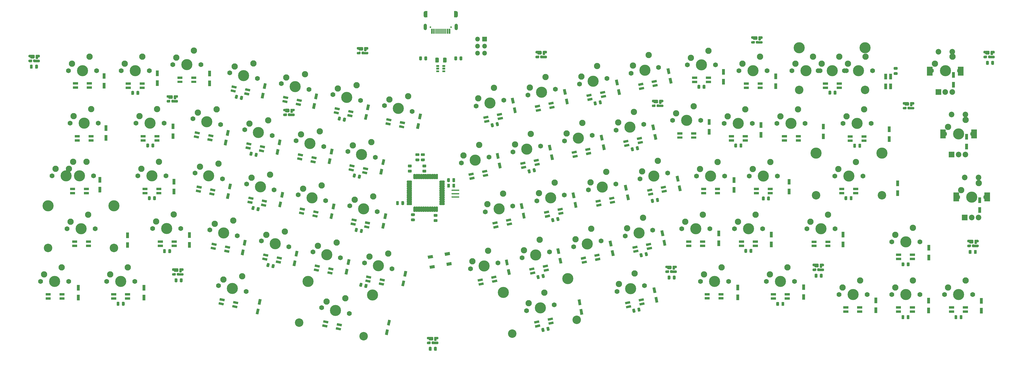
<source format=gbs>
G04 #@! TF.GenerationSoftware,KiCad,Pcbnew,(5.1.9)-1*
G04 #@! TF.CreationDate,2021-07-09T19:50:07+09:00*
G04 #@! TF.ProjectId,trifecta,74726966-6563-4746-912e-6b696361645f,rev?*
G04 #@! TF.SameCoordinates,Original*
G04 #@! TF.FileFunction,Soldermask,Bot*
G04 #@! TF.FilePolarity,Negative*
%FSLAX46Y46*%
G04 Gerber Fmt 4.6, Leading zero omitted, Abs format (unit mm)*
G04 Created by KiCad (PCBNEW (5.1.9)-1) date 2021-07-09 19:50:07*
%MOMM*%
%LPD*%
G01*
G04 APERTURE LIST*
%ADD10C,2.270000*%
%ADD11C,4.007800*%
%ADD12C,1.770000*%
%ADD13C,3.068000*%
%ADD14C,2.020000*%
%ADD15O,1.720000X1.720000*%
%ADD16O,1.220000X2.320000*%
%ADD17C,0.620000*%
G04 APERTURE END LIST*
D10*
X255640340Y-86107186D03*
D11*
X253100340Y-91187186D03*
D10*
X249290340Y-88647186D03*
D12*
X248020340Y-91187186D03*
X258180340Y-91187186D03*
G36*
G01*
X325234200Y-26552290D02*
X325234200Y-27023990D01*
G75*
G02*
X325025050Y-27233140I-209150J0D01*
G01*
X324403350Y-27233140D01*
G75*
G02*
X324194200Y-27023990I0J209150D01*
G01*
X324194200Y-26552290D01*
G75*
G02*
X324403350Y-26343140I209150J0D01*
G01*
X325025050Y-26343140D01*
G75*
G02*
X325234200Y-26552290I0J-209150D01*
G01*
G37*
G36*
G01*
X325234200Y-28302290D02*
X325234200Y-28773990D01*
G75*
G02*
X325025050Y-28983140I-209150J0D01*
G01*
X324403350Y-28983140D01*
G75*
G02*
X324194200Y-28773990I0J209150D01*
G01*
X324194200Y-28302290D01*
G75*
G02*
X324403350Y-28093140I209150J0D01*
G01*
X325025050Y-28093140D01*
G75*
G02*
X325234200Y-28302290I0J-209150D01*
G01*
G37*
G36*
G01*
X322134200Y-28302290D02*
X322134200Y-28773990D01*
G75*
G02*
X321925050Y-28983140I-209150J0D01*
G01*
X321303350Y-28983140D01*
G75*
G02*
X321094200Y-28773990I0J209150D01*
G01*
X321094200Y-28302290D01*
G75*
G02*
X321303350Y-28093140I209150J0D01*
G01*
X321925050Y-28093140D01*
G75*
G02*
X322134200Y-28302290I0J-209150D01*
G01*
G37*
G36*
G01*
X322134200Y-26552290D02*
X322134200Y-27023990D01*
G75*
G02*
X321925050Y-27233140I-209150J0D01*
G01*
X321303350Y-27233140D01*
G75*
G02*
X321094200Y-27023990I0J209150D01*
G01*
X321094200Y-26552290D01*
G75*
G02*
X321303350Y-26343140I209150J0D01*
G01*
X321925050Y-26343140D01*
G75*
G02*
X322134200Y-26552290I0J-209150D01*
G01*
G37*
G36*
G01*
X324584200Y-26565640D02*
X324584200Y-27610640D01*
G75*
G02*
X324361700Y-27833140I-222500J0D01*
G01*
X323916700Y-27833140D01*
G75*
G02*
X323694200Y-27610640I0J222500D01*
G01*
X323694200Y-26565640D01*
G75*
G02*
X323916700Y-26343140I222500J0D01*
G01*
X324361700Y-26343140D01*
G75*
G02*
X324584200Y-26565640I0J-222500D01*
G01*
G37*
G36*
G01*
X324734200Y-28113140D02*
X324734200Y-28963140D01*
G75*
G02*
X324714200Y-28983140I-20000J0D01*
G01*
X323114200Y-28983140D01*
G75*
G02*
X323094200Y-28963140I0J20000D01*
G01*
X323094200Y-28113140D01*
G75*
G02*
X323114200Y-28093140I20000J0D01*
G01*
X324714200Y-28093140D01*
G75*
G02*
X324734200Y-28113140I0J-20000D01*
G01*
G37*
G36*
G01*
X322429200Y-28204970D02*
X322429200Y-28771310D01*
G75*
G02*
X322217370Y-28983140I-211830J0D01*
G01*
X321951030Y-28983140D01*
G75*
G02*
X321739200Y-28771310I0J211830D01*
G01*
X321739200Y-28204970D01*
G75*
G02*
X321951030Y-27993140I211830J0D01*
G01*
X322217370Y-27993140D01*
G75*
G02*
X322429200Y-28204970I0J-211830D01*
G01*
G37*
G36*
G01*
X323334200Y-26544540D02*
X323334200Y-27421740D01*
G75*
G02*
X323127800Y-27628140I-206400J0D01*
G01*
X321950600Y-27628140D01*
G75*
G02*
X321744200Y-27421740I0J206400D01*
G01*
X321744200Y-26544540D01*
G75*
G02*
X321950600Y-26338140I206400J0D01*
G01*
X323127800Y-26338140D01*
G75*
G02*
X323334200Y-26544540I0J-206400D01*
G01*
G37*
G36*
G01*
X323696700Y-28208165D02*
X323696700Y-28768115D01*
G75*
G02*
X323481675Y-28983140I-215025J0D01*
G01*
X322996725Y-28983140D01*
G75*
G02*
X322781700Y-28768115I0J215025D01*
G01*
X322781700Y-28208165D01*
G75*
G02*
X322996725Y-27993140I215025J0D01*
G01*
X323481675Y-27993140D01*
G75*
G02*
X323696700Y-28208165I0J-215025D01*
G01*
G37*
G36*
G01*
X270471800Y-2749950D02*
X270471800Y-3221650D01*
G75*
G02*
X270262650Y-3430800I-209150J0D01*
G01*
X269640950Y-3430800D01*
G75*
G02*
X269431800Y-3221650I0J209150D01*
G01*
X269431800Y-2749950D01*
G75*
G02*
X269640950Y-2540800I209150J0D01*
G01*
X270262650Y-2540800D01*
G75*
G02*
X270471800Y-2749950I0J-209150D01*
G01*
G37*
G36*
G01*
X270471800Y-4499950D02*
X270471800Y-4971650D01*
G75*
G02*
X270262650Y-5180800I-209150J0D01*
G01*
X269640950Y-5180800D01*
G75*
G02*
X269431800Y-4971650I0J209150D01*
G01*
X269431800Y-4499950D01*
G75*
G02*
X269640950Y-4290800I209150J0D01*
G01*
X270262650Y-4290800D01*
G75*
G02*
X270471800Y-4499950I0J-209150D01*
G01*
G37*
G36*
G01*
X267371800Y-4499950D02*
X267371800Y-4971650D01*
G75*
G02*
X267162650Y-5180800I-209150J0D01*
G01*
X266540950Y-5180800D01*
G75*
G02*
X266331800Y-4971650I0J209150D01*
G01*
X266331800Y-4499950D01*
G75*
G02*
X266540950Y-4290800I209150J0D01*
G01*
X267162650Y-4290800D01*
G75*
G02*
X267371800Y-4499950I0J-209150D01*
G01*
G37*
G36*
G01*
X267371800Y-2749950D02*
X267371800Y-3221650D01*
G75*
G02*
X267162650Y-3430800I-209150J0D01*
G01*
X266540950Y-3430800D01*
G75*
G02*
X266331800Y-3221650I0J209150D01*
G01*
X266331800Y-2749950D01*
G75*
G02*
X266540950Y-2540800I209150J0D01*
G01*
X267162650Y-2540800D01*
G75*
G02*
X267371800Y-2749950I0J-209150D01*
G01*
G37*
G36*
G01*
X269821800Y-2763300D02*
X269821800Y-3808300D01*
G75*
G02*
X269599300Y-4030800I-222500J0D01*
G01*
X269154300Y-4030800D01*
G75*
G02*
X268931800Y-3808300I0J222500D01*
G01*
X268931800Y-2763300D01*
G75*
G02*
X269154300Y-2540800I222500J0D01*
G01*
X269599300Y-2540800D01*
G75*
G02*
X269821800Y-2763300I0J-222500D01*
G01*
G37*
G36*
G01*
X269971800Y-4310800D02*
X269971800Y-5160800D01*
G75*
G02*
X269951800Y-5180800I-20000J0D01*
G01*
X268351800Y-5180800D01*
G75*
G02*
X268331800Y-5160800I0J20000D01*
G01*
X268331800Y-4310800D01*
G75*
G02*
X268351800Y-4290800I20000J0D01*
G01*
X269951800Y-4290800D01*
G75*
G02*
X269971800Y-4310800I0J-20000D01*
G01*
G37*
G36*
G01*
X267666800Y-4402630D02*
X267666800Y-4968970D01*
G75*
G02*
X267454970Y-5180800I-211830J0D01*
G01*
X267188630Y-5180800D01*
G75*
G02*
X266976800Y-4968970I0J211830D01*
G01*
X266976800Y-4402630D01*
G75*
G02*
X267188630Y-4190800I211830J0D01*
G01*
X267454970Y-4190800D01*
G75*
G02*
X267666800Y-4402630I0J-211830D01*
G01*
G37*
G36*
G01*
X268571800Y-2742200D02*
X268571800Y-3619400D01*
G75*
G02*
X268365400Y-3825800I-206400J0D01*
G01*
X267188200Y-3825800D01*
G75*
G02*
X266981800Y-3619400I0J206400D01*
G01*
X266981800Y-2742200D01*
G75*
G02*
X267188200Y-2535800I206400J0D01*
G01*
X268365400Y-2535800D01*
G75*
G02*
X268571800Y-2742200I0J-206400D01*
G01*
G37*
G36*
G01*
X268934300Y-4405825D02*
X268934300Y-4965775D01*
G75*
G02*
X268719275Y-5180800I-215025J0D01*
G01*
X268234325Y-5180800D01*
G75*
G02*
X268019300Y-4965775I0J215025D01*
G01*
X268019300Y-4405825D01*
G75*
G02*
X268234325Y-4190800I215025J0D01*
G01*
X268719275Y-4190800D01*
G75*
G02*
X268934300Y-4405825I0J-215025D01*
G01*
G37*
G36*
G01*
X234607000Y-25698850D02*
X234607000Y-26170550D01*
G75*
G02*
X234397850Y-26379700I-209150J0D01*
G01*
X233776150Y-26379700D01*
G75*
G02*
X233567000Y-26170550I0J209150D01*
G01*
X233567000Y-25698850D01*
G75*
G02*
X233776150Y-25489700I209150J0D01*
G01*
X234397850Y-25489700D01*
G75*
G02*
X234607000Y-25698850I0J-209150D01*
G01*
G37*
G36*
G01*
X234607000Y-27448850D02*
X234607000Y-27920550D01*
G75*
G02*
X234397850Y-28129700I-209150J0D01*
G01*
X233776150Y-28129700D01*
G75*
G02*
X233567000Y-27920550I0J209150D01*
G01*
X233567000Y-27448850D01*
G75*
G02*
X233776150Y-27239700I209150J0D01*
G01*
X234397850Y-27239700D01*
G75*
G02*
X234607000Y-27448850I0J-209150D01*
G01*
G37*
G36*
G01*
X231507000Y-27448850D02*
X231507000Y-27920550D01*
G75*
G02*
X231297850Y-28129700I-209150J0D01*
G01*
X230676150Y-28129700D01*
G75*
G02*
X230467000Y-27920550I0J209150D01*
G01*
X230467000Y-27448850D01*
G75*
G02*
X230676150Y-27239700I209150J0D01*
G01*
X231297850Y-27239700D01*
G75*
G02*
X231507000Y-27448850I0J-209150D01*
G01*
G37*
G36*
G01*
X231507000Y-25698850D02*
X231507000Y-26170550D01*
G75*
G02*
X231297850Y-26379700I-209150J0D01*
G01*
X230676150Y-26379700D01*
G75*
G02*
X230467000Y-26170550I0J209150D01*
G01*
X230467000Y-25698850D01*
G75*
G02*
X230676150Y-25489700I209150J0D01*
G01*
X231297850Y-25489700D01*
G75*
G02*
X231507000Y-25698850I0J-209150D01*
G01*
G37*
G36*
G01*
X233957000Y-25712200D02*
X233957000Y-26757200D01*
G75*
G02*
X233734500Y-26979700I-222500J0D01*
G01*
X233289500Y-26979700D01*
G75*
G02*
X233067000Y-26757200I0J222500D01*
G01*
X233067000Y-25712200D01*
G75*
G02*
X233289500Y-25489700I222500J0D01*
G01*
X233734500Y-25489700D01*
G75*
G02*
X233957000Y-25712200I0J-222500D01*
G01*
G37*
G36*
G01*
X234107000Y-27259700D02*
X234107000Y-28109700D01*
G75*
G02*
X234087000Y-28129700I-20000J0D01*
G01*
X232487000Y-28129700D01*
G75*
G02*
X232467000Y-28109700I0J20000D01*
G01*
X232467000Y-27259700D01*
G75*
G02*
X232487000Y-27239700I20000J0D01*
G01*
X234087000Y-27239700D01*
G75*
G02*
X234107000Y-27259700I0J-20000D01*
G01*
G37*
G36*
G01*
X231802000Y-27351530D02*
X231802000Y-27917870D01*
G75*
G02*
X231590170Y-28129700I-211830J0D01*
G01*
X231323830Y-28129700D01*
G75*
G02*
X231112000Y-27917870I0J211830D01*
G01*
X231112000Y-27351530D01*
G75*
G02*
X231323830Y-27139700I211830J0D01*
G01*
X231590170Y-27139700D01*
G75*
G02*
X231802000Y-27351530I0J-211830D01*
G01*
G37*
G36*
G01*
X232707000Y-25691100D02*
X232707000Y-26568300D01*
G75*
G02*
X232500600Y-26774700I-206400J0D01*
G01*
X231323400Y-26774700D01*
G75*
G02*
X231117000Y-26568300I0J206400D01*
G01*
X231117000Y-25691100D01*
G75*
G02*
X231323400Y-25484700I206400J0D01*
G01*
X232500600Y-25484700D01*
G75*
G02*
X232707000Y-25691100I0J-206400D01*
G01*
G37*
G36*
G01*
X233069500Y-27354725D02*
X233069500Y-27914675D01*
G75*
G02*
X232854475Y-28129700I-215025J0D01*
G01*
X232369525Y-28129700D01*
G75*
G02*
X232154500Y-27914675I0J215025D01*
G01*
X232154500Y-27354725D01*
G75*
G02*
X232369525Y-27139700I215025J0D01*
G01*
X232854475Y-27139700D01*
G75*
G02*
X233069500Y-27354725I0J-215025D01*
G01*
G37*
G36*
G01*
X192570000Y-8033150D02*
X192570000Y-8504850D01*
G75*
G02*
X192360850Y-8714000I-209150J0D01*
G01*
X191739150Y-8714000D01*
G75*
G02*
X191530000Y-8504850I0J209150D01*
G01*
X191530000Y-8033150D01*
G75*
G02*
X191739150Y-7824000I209150J0D01*
G01*
X192360850Y-7824000D01*
G75*
G02*
X192570000Y-8033150I0J-209150D01*
G01*
G37*
G36*
G01*
X192570000Y-9783150D02*
X192570000Y-10254850D01*
G75*
G02*
X192360850Y-10464000I-209150J0D01*
G01*
X191739150Y-10464000D01*
G75*
G02*
X191530000Y-10254850I0J209150D01*
G01*
X191530000Y-9783150D01*
G75*
G02*
X191739150Y-9574000I209150J0D01*
G01*
X192360850Y-9574000D01*
G75*
G02*
X192570000Y-9783150I0J-209150D01*
G01*
G37*
G36*
G01*
X189470000Y-9783150D02*
X189470000Y-10254850D01*
G75*
G02*
X189260850Y-10464000I-209150J0D01*
G01*
X188639150Y-10464000D01*
G75*
G02*
X188430000Y-10254850I0J209150D01*
G01*
X188430000Y-9783150D01*
G75*
G02*
X188639150Y-9574000I209150J0D01*
G01*
X189260850Y-9574000D01*
G75*
G02*
X189470000Y-9783150I0J-209150D01*
G01*
G37*
G36*
G01*
X189470000Y-8033150D02*
X189470000Y-8504850D01*
G75*
G02*
X189260850Y-8714000I-209150J0D01*
G01*
X188639150Y-8714000D01*
G75*
G02*
X188430000Y-8504850I0J209150D01*
G01*
X188430000Y-8033150D01*
G75*
G02*
X188639150Y-7824000I209150J0D01*
G01*
X189260850Y-7824000D01*
G75*
G02*
X189470000Y-8033150I0J-209150D01*
G01*
G37*
G36*
G01*
X191920000Y-8046500D02*
X191920000Y-9091500D01*
G75*
G02*
X191697500Y-9314000I-222500J0D01*
G01*
X191252500Y-9314000D01*
G75*
G02*
X191030000Y-9091500I0J222500D01*
G01*
X191030000Y-8046500D01*
G75*
G02*
X191252500Y-7824000I222500J0D01*
G01*
X191697500Y-7824000D01*
G75*
G02*
X191920000Y-8046500I0J-222500D01*
G01*
G37*
G36*
G01*
X192070000Y-9594000D02*
X192070000Y-10444000D01*
G75*
G02*
X192050000Y-10464000I-20000J0D01*
G01*
X190450000Y-10464000D01*
G75*
G02*
X190430000Y-10444000I0J20000D01*
G01*
X190430000Y-9594000D01*
G75*
G02*
X190450000Y-9574000I20000J0D01*
G01*
X192050000Y-9574000D01*
G75*
G02*
X192070000Y-9594000I0J-20000D01*
G01*
G37*
G36*
G01*
X189765000Y-9685830D02*
X189765000Y-10252170D01*
G75*
G02*
X189553170Y-10464000I-211830J0D01*
G01*
X189286830Y-10464000D01*
G75*
G02*
X189075000Y-10252170I0J211830D01*
G01*
X189075000Y-9685830D01*
G75*
G02*
X189286830Y-9474000I211830J0D01*
G01*
X189553170Y-9474000D01*
G75*
G02*
X189765000Y-9685830I0J-211830D01*
G01*
G37*
G36*
G01*
X190670000Y-8025400D02*
X190670000Y-8902600D01*
G75*
G02*
X190463600Y-9109000I-206400J0D01*
G01*
X189286400Y-9109000D01*
G75*
G02*
X189080000Y-8902600I0J206400D01*
G01*
X189080000Y-8025400D01*
G75*
G02*
X189286400Y-7819000I206400J0D01*
G01*
X190463600Y-7819000D01*
G75*
G02*
X190670000Y-8025400I0J-206400D01*
G01*
G37*
G36*
G01*
X191032500Y-9689025D02*
X191032500Y-10248975D01*
G75*
G02*
X190817475Y-10464000I-215025J0D01*
G01*
X190332525Y-10464000D01*
G75*
G02*
X190117500Y-10248975I0J215025D01*
G01*
X190117500Y-9689025D01*
G75*
G02*
X190332525Y-9474000I215025J0D01*
G01*
X190817475Y-9474000D01*
G75*
G02*
X191032500Y-9689025I0J-215025D01*
G01*
G37*
G36*
G01*
X128066700Y-6636150D02*
X128066700Y-7107850D01*
G75*
G02*
X127857550Y-7317000I-209150J0D01*
G01*
X127235850Y-7317000D01*
G75*
G02*
X127026700Y-7107850I0J209150D01*
G01*
X127026700Y-6636150D01*
G75*
G02*
X127235850Y-6427000I209150J0D01*
G01*
X127857550Y-6427000D01*
G75*
G02*
X128066700Y-6636150I0J-209150D01*
G01*
G37*
G36*
G01*
X128066700Y-8386150D02*
X128066700Y-8857850D01*
G75*
G02*
X127857550Y-9067000I-209150J0D01*
G01*
X127235850Y-9067000D01*
G75*
G02*
X127026700Y-8857850I0J209150D01*
G01*
X127026700Y-8386150D01*
G75*
G02*
X127235850Y-8177000I209150J0D01*
G01*
X127857550Y-8177000D01*
G75*
G02*
X128066700Y-8386150I0J-209150D01*
G01*
G37*
G36*
G01*
X124966700Y-8386150D02*
X124966700Y-8857850D01*
G75*
G02*
X124757550Y-9067000I-209150J0D01*
G01*
X124135850Y-9067000D01*
G75*
G02*
X123926700Y-8857850I0J209150D01*
G01*
X123926700Y-8386150D01*
G75*
G02*
X124135850Y-8177000I209150J0D01*
G01*
X124757550Y-8177000D01*
G75*
G02*
X124966700Y-8386150I0J-209150D01*
G01*
G37*
G36*
G01*
X124966700Y-6636150D02*
X124966700Y-7107850D01*
G75*
G02*
X124757550Y-7317000I-209150J0D01*
G01*
X124135850Y-7317000D01*
G75*
G02*
X123926700Y-7107850I0J209150D01*
G01*
X123926700Y-6636150D01*
G75*
G02*
X124135850Y-6427000I209150J0D01*
G01*
X124757550Y-6427000D01*
G75*
G02*
X124966700Y-6636150I0J-209150D01*
G01*
G37*
G36*
G01*
X127416700Y-6649500D02*
X127416700Y-7694500D01*
G75*
G02*
X127194200Y-7917000I-222500J0D01*
G01*
X126749200Y-7917000D01*
G75*
G02*
X126526700Y-7694500I0J222500D01*
G01*
X126526700Y-6649500D01*
G75*
G02*
X126749200Y-6427000I222500J0D01*
G01*
X127194200Y-6427000D01*
G75*
G02*
X127416700Y-6649500I0J-222500D01*
G01*
G37*
G36*
G01*
X127566700Y-8197000D02*
X127566700Y-9047000D01*
G75*
G02*
X127546700Y-9067000I-20000J0D01*
G01*
X125946700Y-9067000D01*
G75*
G02*
X125926700Y-9047000I0J20000D01*
G01*
X125926700Y-8197000D01*
G75*
G02*
X125946700Y-8177000I20000J0D01*
G01*
X127546700Y-8177000D01*
G75*
G02*
X127566700Y-8197000I0J-20000D01*
G01*
G37*
G36*
G01*
X125261700Y-8288830D02*
X125261700Y-8855170D01*
G75*
G02*
X125049870Y-9067000I-211830J0D01*
G01*
X124783530Y-9067000D01*
G75*
G02*
X124571700Y-8855170I0J211830D01*
G01*
X124571700Y-8288830D01*
G75*
G02*
X124783530Y-8077000I211830J0D01*
G01*
X125049870Y-8077000D01*
G75*
G02*
X125261700Y-8288830I0J-211830D01*
G01*
G37*
G36*
G01*
X126166700Y-6628400D02*
X126166700Y-7505600D01*
G75*
G02*
X125960300Y-7712000I-206400J0D01*
G01*
X124783100Y-7712000D01*
G75*
G02*
X124576700Y-7505600I0J206400D01*
G01*
X124576700Y-6628400D01*
G75*
G02*
X124783100Y-6422000I206400J0D01*
G01*
X125960300Y-6422000D01*
G75*
G02*
X126166700Y-6628400I0J-206400D01*
G01*
G37*
G36*
G01*
X126529200Y-8292025D02*
X126529200Y-8851975D01*
G75*
G02*
X126314175Y-9067000I-215025J0D01*
G01*
X125829225Y-9067000D01*
G75*
G02*
X125614200Y-8851975I0J215025D01*
G01*
X125614200Y-8292025D01*
G75*
G02*
X125829225Y-8077000I215025J0D01*
G01*
X126314175Y-8077000D01*
G75*
G02*
X126529200Y-8292025I0J-215025D01*
G01*
G37*
G36*
G01*
X101472900Y-28950050D02*
X101472900Y-29421750D01*
G75*
G02*
X101263750Y-29630900I-209150J0D01*
G01*
X100642050Y-29630900D01*
G75*
G02*
X100432900Y-29421750I0J209150D01*
G01*
X100432900Y-28950050D01*
G75*
G02*
X100642050Y-28740900I209150J0D01*
G01*
X101263750Y-28740900D01*
G75*
G02*
X101472900Y-28950050I0J-209150D01*
G01*
G37*
G36*
G01*
X101472900Y-30700050D02*
X101472900Y-31171750D01*
G75*
G02*
X101263750Y-31380900I-209150J0D01*
G01*
X100642050Y-31380900D01*
G75*
G02*
X100432900Y-31171750I0J209150D01*
G01*
X100432900Y-30700050D01*
G75*
G02*
X100642050Y-30490900I209150J0D01*
G01*
X101263750Y-30490900D01*
G75*
G02*
X101472900Y-30700050I0J-209150D01*
G01*
G37*
G36*
G01*
X98372900Y-30700050D02*
X98372900Y-31171750D01*
G75*
G02*
X98163750Y-31380900I-209150J0D01*
G01*
X97542050Y-31380900D01*
G75*
G02*
X97332900Y-31171750I0J209150D01*
G01*
X97332900Y-30700050D01*
G75*
G02*
X97542050Y-30490900I209150J0D01*
G01*
X98163750Y-30490900D01*
G75*
G02*
X98372900Y-30700050I0J-209150D01*
G01*
G37*
G36*
G01*
X98372900Y-28950050D02*
X98372900Y-29421750D01*
G75*
G02*
X98163750Y-29630900I-209150J0D01*
G01*
X97542050Y-29630900D01*
G75*
G02*
X97332900Y-29421750I0J209150D01*
G01*
X97332900Y-28950050D01*
G75*
G02*
X97542050Y-28740900I209150J0D01*
G01*
X98163750Y-28740900D01*
G75*
G02*
X98372900Y-28950050I0J-209150D01*
G01*
G37*
G36*
G01*
X100822900Y-28963400D02*
X100822900Y-30008400D01*
G75*
G02*
X100600400Y-30230900I-222500J0D01*
G01*
X100155400Y-30230900D01*
G75*
G02*
X99932900Y-30008400I0J222500D01*
G01*
X99932900Y-28963400D01*
G75*
G02*
X100155400Y-28740900I222500J0D01*
G01*
X100600400Y-28740900D01*
G75*
G02*
X100822900Y-28963400I0J-222500D01*
G01*
G37*
G36*
G01*
X100972900Y-30510900D02*
X100972900Y-31360900D01*
G75*
G02*
X100952900Y-31380900I-20000J0D01*
G01*
X99352900Y-31380900D01*
G75*
G02*
X99332900Y-31360900I0J20000D01*
G01*
X99332900Y-30510900D01*
G75*
G02*
X99352900Y-30490900I20000J0D01*
G01*
X100952900Y-30490900D01*
G75*
G02*
X100972900Y-30510900I0J-20000D01*
G01*
G37*
G36*
G01*
X98667900Y-30602730D02*
X98667900Y-31169070D01*
G75*
G02*
X98456070Y-31380900I-211830J0D01*
G01*
X98189730Y-31380900D01*
G75*
G02*
X97977900Y-31169070I0J211830D01*
G01*
X97977900Y-30602730D01*
G75*
G02*
X98189730Y-30390900I211830J0D01*
G01*
X98456070Y-30390900D01*
G75*
G02*
X98667900Y-30602730I0J-211830D01*
G01*
G37*
G36*
G01*
X99572900Y-28942300D02*
X99572900Y-29819500D01*
G75*
G02*
X99366500Y-30025900I-206400J0D01*
G01*
X98189300Y-30025900D01*
G75*
G02*
X97982900Y-29819500I0J206400D01*
G01*
X97982900Y-28942300D01*
G75*
G02*
X98189300Y-28735900I206400J0D01*
G01*
X99366500Y-28735900D01*
G75*
G02*
X99572900Y-28942300I0J-206400D01*
G01*
G37*
G36*
G01*
X99935400Y-30605925D02*
X99935400Y-31165875D01*
G75*
G02*
X99720375Y-31380900I-215025J0D01*
G01*
X99235425Y-31380900D01*
G75*
G02*
X99020400Y-31165875I0J215025D01*
G01*
X99020400Y-30605925D01*
G75*
G02*
X99235425Y-30390900I215025J0D01*
G01*
X99720375Y-30390900D01*
G75*
G02*
X99935400Y-30605925I0J-215025D01*
G01*
G37*
G36*
G01*
X59339380Y-24058010D02*
X59339380Y-24529710D01*
G75*
G02*
X59130230Y-24738860I-209150J0D01*
G01*
X58508530Y-24738860D01*
G75*
G02*
X58299380Y-24529710I0J209150D01*
G01*
X58299380Y-24058010D01*
G75*
G02*
X58508530Y-23848860I209150J0D01*
G01*
X59130230Y-23848860D01*
G75*
G02*
X59339380Y-24058010I0J-209150D01*
G01*
G37*
G36*
G01*
X59339380Y-25808010D02*
X59339380Y-26279710D01*
G75*
G02*
X59130230Y-26488860I-209150J0D01*
G01*
X58508530Y-26488860D01*
G75*
G02*
X58299380Y-26279710I0J209150D01*
G01*
X58299380Y-25808010D01*
G75*
G02*
X58508530Y-25598860I209150J0D01*
G01*
X59130230Y-25598860D01*
G75*
G02*
X59339380Y-25808010I0J-209150D01*
G01*
G37*
G36*
G01*
X56239380Y-25808010D02*
X56239380Y-26279710D01*
G75*
G02*
X56030230Y-26488860I-209150J0D01*
G01*
X55408530Y-26488860D01*
G75*
G02*
X55199380Y-26279710I0J209150D01*
G01*
X55199380Y-25808010D01*
G75*
G02*
X55408530Y-25598860I209150J0D01*
G01*
X56030230Y-25598860D01*
G75*
G02*
X56239380Y-25808010I0J-209150D01*
G01*
G37*
G36*
G01*
X56239380Y-24058010D02*
X56239380Y-24529710D01*
G75*
G02*
X56030230Y-24738860I-209150J0D01*
G01*
X55408530Y-24738860D01*
G75*
G02*
X55199380Y-24529710I0J209150D01*
G01*
X55199380Y-24058010D01*
G75*
G02*
X55408530Y-23848860I209150J0D01*
G01*
X56030230Y-23848860D01*
G75*
G02*
X56239380Y-24058010I0J-209150D01*
G01*
G37*
G36*
G01*
X58689380Y-24071360D02*
X58689380Y-25116360D01*
G75*
G02*
X58466880Y-25338860I-222500J0D01*
G01*
X58021880Y-25338860D01*
G75*
G02*
X57799380Y-25116360I0J222500D01*
G01*
X57799380Y-24071360D01*
G75*
G02*
X58021880Y-23848860I222500J0D01*
G01*
X58466880Y-23848860D01*
G75*
G02*
X58689380Y-24071360I0J-222500D01*
G01*
G37*
G36*
G01*
X58839380Y-25618860D02*
X58839380Y-26468860D01*
G75*
G02*
X58819380Y-26488860I-20000J0D01*
G01*
X57219380Y-26488860D01*
G75*
G02*
X57199380Y-26468860I0J20000D01*
G01*
X57199380Y-25618860D01*
G75*
G02*
X57219380Y-25598860I20000J0D01*
G01*
X58819380Y-25598860D01*
G75*
G02*
X58839380Y-25618860I0J-20000D01*
G01*
G37*
G36*
G01*
X56534380Y-25710690D02*
X56534380Y-26277030D01*
G75*
G02*
X56322550Y-26488860I-211830J0D01*
G01*
X56056210Y-26488860D01*
G75*
G02*
X55844380Y-26277030I0J211830D01*
G01*
X55844380Y-25710690D01*
G75*
G02*
X56056210Y-25498860I211830J0D01*
G01*
X56322550Y-25498860D01*
G75*
G02*
X56534380Y-25710690I0J-211830D01*
G01*
G37*
G36*
G01*
X57439380Y-24050260D02*
X57439380Y-24927460D01*
G75*
G02*
X57232980Y-25133860I-206400J0D01*
G01*
X56055780Y-25133860D01*
G75*
G02*
X55849380Y-24927460I0J206400D01*
G01*
X55849380Y-24050260D01*
G75*
G02*
X56055780Y-23843860I206400J0D01*
G01*
X57232980Y-23843860D01*
G75*
G02*
X57439380Y-24050260I0J-206400D01*
G01*
G37*
G36*
G01*
X57801880Y-25713885D02*
X57801880Y-26273835D01*
G75*
G02*
X57586855Y-26488860I-215025J0D01*
G01*
X57101905Y-26488860D01*
G75*
G02*
X56886880Y-26273835I0J215025D01*
G01*
X56886880Y-25713885D01*
G75*
G02*
X57101905Y-25498860I215025J0D01*
G01*
X57586855Y-25498860D01*
G75*
G02*
X57801880Y-25713885I0J-215025D01*
G01*
G37*
G36*
G01*
X9453780Y-9460630D02*
X9453780Y-9932330D01*
G75*
G02*
X9244630Y-10141480I-209150J0D01*
G01*
X8622930Y-10141480D01*
G75*
G02*
X8413780Y-9932330I0J209150D01*
G01*
X8413780Y-9460630D01*
G75*
G02*
X8622930Y-9251480I209150J0D01*
G01*
X9244630Y-9251480D01*
G75*
G02*
X9453780Y-9460630I0J-209150D01*
G01*
G37*
G36*
G01*
X9453780Y-11210630D02*
X9453780Y-11682330D01*
G75*
G02*
X9244630Y-11891480I-209150J0D01*
G01*
X8622930Y-11891480D01*
G75*
G02*
X8413780Y-11682330I0J209150D01*
G01*
X8413780Y-11210630D01*
G75*
G02*
X8622930Y-11001480I209150J0D01*
G01*
X9244630Y-11001480D01*
G75*
G02*
X9453780Y-11210630I0J-209150D01*
G01*
G37*
G36*
G01*
X6353780Y-11210630D02*
X6353780Y-11682330D01*
G75*
G02*
X6144630Y-11891480I-209150J0D01*
G01*
X5522930Y-11891480D01*
G75*
G02*
X5313780Y-11682330I0J209150D01*
G01*
X5313780Y-11210630D01*
G75*
G02*
X5522930Y-11001480I209150J0D01*
G01*
X6144630Y-11001480D01*
G75*
G02*
X6353780Y-11210630I0J-209150D01*
G01*
G37*
G36*
G01*
X6353780Y-9460630D02*
X6353780Y-9932330D01*
G75*
G02*
X6144630Y-10141480I-209150J0D01*
G01*
X5522930Y-10141480D01*
G75*
G02*
X5313780Y-9932330I0J209150D01*
G01*
X5313780Y-9460630D01*
G75*
G02*
X5522930Y-9251480I209150J0D01*
G01*
X6144630Y-9251480D01*
G75*
G02*
X6353780Y-9460630I0J-209150D01*
G01*
G37*
G36*
G01*
X8803780Y-9473980D02*
X8803780Y-10518980D01*
G75*
G02*
X8581280Y-10741480I-222500J0D01*
G01*
X8136280Y-10741480D01*
G75*
G02*
X7913780Y-10518980I0J222500D01*
G01*
X7913780Y-9473980D01*
G75*
G02*
X8136280Y-9251480I222500J0D01*
G01*
X8581280Y-9251480D01*
G75*
G02*
X8803780Y-9473980I0J-222500D01*
G01*
G37*
G36*
G01*
X8953780Y-11021480D02*
X8953780Y-11871480D01*
G75*
G02*
X8933780Y-11891480I-20000J0D01*
G01*
X7333780Y-11891480D01*
G75*
G02*
X7313780Y-11871480I0J20000D01*
G01*
X7313780Y-11021480D01*
G75*
G02*
X7333780Y-11001480I20000J0D01*
G01*
X8933780Y-11001480D01*
G75*
G02*
X8953780Y-11021480I0J-20000D01*
G01*
G37*
G36*
G01*
X6648780Y-11113310D02*
X6648780Y-11679650D01*
G75*
G02*
X6436950Y-11891480I-211830J0D01*
G01*
X6170610Y-11891480D01*
G75*
G02*
X5958780Y-11679650I0J211830D01*
G01*
X5958780Y-11113310D01*
G75*
G02*
X6170610Y-10901480I211830J0D01*
G01*
X6436950Y-10901480D01*
G75*
G02*
X6648780Y-11113310I0J-211830D01*
G01*
G37*
G36*
G01*
X7553780Y-9452880D02*
X7553780Y-10330080D01*
G75*
G02*
X7347380Y-10536480I-206400J0D01*
G01*
X6170180Y-10536480D01*
G75*
G02*
X5963780Y-10330080I0J206400D01*
G01*
X5963780Y-9452880D01*
G75*
G02*
X6170180Y-9246480I206400J0D01*
G01*
X7347380Y-9246480D01*
G75*
G02*
X7553780Y-9452880I0J-206400D01*
G01*
G37*
G36*
G01*
X7916280Y-11116505D02*
X7916280Y-11676455D01*
G75*
G02*
X7701255Y-11891480I-215025J0D01*
G01*
X7216305Y-11891480D01*
G75*
G02*
X7001280Y-11676455I0J215025D01*
G01*
X7001280Y-11116505D01*
G75*
G02*
X7216305Y-10901480I215025J0D01*
G01*
X7701255Y-10901480D01*
G75*
G02*
X7916280Y-11116505I0J-215025D01*
G01*
G37*
G36*
G01*
X61328200Y-86658850D02*
X61328200Y-87130550D01*
G75*
G02*
X61119050Y-87339700I-209150J0D01*
G01*
X60497350Y-87339700D01*
G75*
G02*
X60288200Y-87130550I0J209150D01*
G01*
X60288200Y-86658850D01*
G75*
G02*
X60497350Y-86449700I209150J0D01*
G01*
X61119050Y-86449700D01*
G75*
G02*
X61328200Y-86658850I0J-209150D01*
G01*
G37*
G36*
G01*
X61328200Y-88408850D02*
X61328200Y-88880550D01*
G75*
G02*
X61119050Y-89089700I-209150J0D01*
G01*
X60497350Y-89089700D01*
G75*
G02*
X60288200Y-88880550I0J209150D01*
G01*
X60288200Y-88408850D01*
G75*
G02*
X60497350Y-88199700I209150J0D01*
G01*
X61119050Y-88199700D01*
G75*
G02*
X61328200Y-88408850I0J-209150D01*
G01*
G37*
G36*
G01*
X58228200Y-88408850D02*
X58228200Y-88880550D01*
G75*
G02*
X58019050Y-89089700I-209150J0D01*
G01*
X57397350Y-89089700D01*
G75*
G02*
X57188200Y-88880550I0J209150D01*
G01*
X57188200Y-88408850D01*
G75*
G02*
X57397350Y-88199700I209150J0D01*
G01*
X58019050Y-88199700D01*
G75*
G02*
X58228200Y-88408850I0J-209150D01*
G01*
G37*
G36*
G01*
X58228200Y-86658850D02*
X58228200Y-87130550D01*
G75*
G02*
X58019050Y-87339700I-209150J0D01*
G01*
X57397350Y-87339700D01*
G75*
G02*
X57188200Y-87130550I0J209150D01*
G01*
X57188200Y-86658850D01*
G75*
G02*
X57397350Y-86449700I209150J0D01*
G01*
X58019050Y-86449700D01*
G75*
G02*
X58228200Y-86658850I0J-209150D01*
G01*
G37*
G36*
G01*
X60678200Y-86672200D02*
X60678200Y-87717200D01*
G75*
G02*
X60455700Y-87939700I-222500J0D01*
G01*
X60010700Y-87939700D01*
G75*
G02*
X59788200Y-87717200I0J222500D01*
G01*
X59788200Y-86672200D01*
G75*
G02*
X60010700Y-86449700I222500J0D01*
G01*
X60455700Y-86449700D01*
G75*
G02*
X60678200Y-86672200I0J-222500D01*
G01*
G37*
G36*
G01*
X60828200Y-88219700D02*
X60828200Y-89069700D01*
G75*
G02*
X60808200Y-89089700I-20000J0D01*
G01*
X59208200Y-89089700D01*
G75*
G02*
X59188200Y-89069700I0J20000D01*
G01*
X59188200Y-88219700D01*
G75*
G02*
X59208200Y-88199700I20000J0D01*
G01*
X60808200Y-88199700D01*
G75*
G02*
X60828200Y-88219700I0J-20000D01*
G01*
G37*
G36*
G01*
X58523200Y-88311530D02*
X58523200Y-88877870D01*
G75*
G02*
X58311370Y-89089700I-211830J0D01*
G01*
X58045030Y-89089700D01*
G75*
G02*
X57833200Y-88877870I0J211830D01*
G01*
X57833200Y-88311530D01*
G75*
G02*
X58045030Y-88099700I211830J0D01*
G01*
X58311370Y-88099700D01*
G75*
G02*
X58523200Y-88311530I0J-211830D01*
G01*
G37*
G36*
G01*
X59428200Y-86651100D02*
X59428200Y-87528300D01*
G75*
G02*
X59221800Y-87734700I-206400J0D01*
G01*
X58044600Y-87734700D01*
G75*
G02*
X57838200Y-87528300I0J206400D01*
G01*
X57838200Y-86651100D01*
G75*
G02*
X58044600Y-86444700I206400J0D01*
G01*
X59221800Y-86444700D01*
G75*
G02*
X59428200Y-86651100I0J-206400D01*
G01*
G37*
G36*
G01*
X59790700Y-88314725D02*
X59790700Y-88874675D01*
G75*
G02*
X59575675Y-89089700I-215025J0D01*
G01*
X59090725Y-89089700D01*
G75*
G02*
X58875700Y-88874675I0J215025D01*
G01*
X58875700Y-88314725D01*
G75*
G02*
X59090725Y-88099700I215025J0D01*
G01*
X59575675Y-88099700D01*
G75*
G02*
X59790700Y-88314725I0J-215025D01*
G01*
G37*
G36*
G01*
X153365100Y-111436550D02*
X153365100Y-111908250D01*
G75*
G02*
X153155950Y-112117400I-209150J0D01*
G01*
X152534250Y-112117400D01*
G75*
G02*
X152325100Y-111908250I0J209150D01*
G01*
X152325100Y-111436550D01*
G75*
G02*
X152534250Y-111227400I209150J0D01*
G01*
X153155950Y-111227400D01*
G75*
G02*
X153365100Y-111436550I0J-209150D01*
G01*
G37*
G36*
G01*
X153365100Y-113186550D02*
X153365100Y-113658250D01*
G75*
G02*
X153155950Y-113867400I-209150J0D01*
G01*
X152534250Y-113867400D01*
G75*
G02*
X152325100Y-113658250I0J209150D01*
G01*
X152325100Y-113186550D01*
G75*
G02*
X152534250Y-112977400I209150J0D01*
G01*
X153155950Y-112977400D01*
G75*
G02*
X153365100Y-113186550I0J-209150D01*
G01*
G37*
G36*
G01*
X150265100Y-113186550D02*
X150265100Y-113658250D01*
G75*
G02*
X150055950Y-113867400I-209150J0D01*
G01*
X149434250Y-113867400D01*
G75*
G02*
X149225100Y-113658250I0J209150D01*
G01*
X149225100Y-113186550D01*
G75*
G02*
X149434250Y-112977400I209150J0D01*
G01*
X150055950Y-112977400D01*
G75*
G02*
X150265100Y-113186550I0J-209150D01*
G01*
G37*
G36*
G01*
X150265100Y-111436550D02*
X150265100Y-111908250D01*
G75*
G02*
X150055950Y-112117400I-209150J0D01*
G01*
X149434250Y-112117400D01*
G75*
G02*
X149225100Y-111908250I0J209150D01*
G01*
X149225100Y-111436550D01*
G75*
G02*
X149434250Y-111227400I209150J0D01*
G01*
X150055950Y-111227400D01*
G75*
G02*
X150265100Y-111436550I0J-209150D01*
G01*
G37*
G36*
G01*
X152715100Y-111449900D02*
X152715100Y-112494900D01*
G75*
G02*
X152492600Y-112717400I-222500J0D01*
G01*
X152047600Y-112717400D01*
G75*
G02*
X151825100Y-112494900I0J222500D01*
G01*
X151825100Y-111449900D01*
G75*
G02*
X152047600Y-111227400I222500J0D01*
G01*
X152492600Y-111227400D01*
G75*
G02*
X152715100Y-111449900I0J-222500D01*
G01*
G37*
G36*
G01*
X152865100Y-112997400D02*
X152865100Y-113847400D01*
G75*
G02*
X152845100Y-113867400I-20000J0D01*
G01*
X151245100Y-113867400D01*
G75*
G02*
X151225100Y-113847400I0J20000D01*
G01*
X151225100Y-112997400D01*
G75*
G02*
X151245100Y-112977400I20000J0D01*
G01*
X152845100Y-112977400D01*
G75*
G02*
X152865100Y-112997400I0J-20000D01*
G01*
G37*
G36*
G01*
X150560100Y-113089230D02*
X150560100Y-113655570D01*
G75*
G02*
X150348270Y-113867400I-211830J0D01*
G01*
X150081930Y-113867400D01*
G75*
G02*
X149870100Y-113655570I0J211830D01*
G01*
X149870100Y-113089230D01*
G75*
G02*
X150081930Y-112877400I211830J0D01*
G01*
X150348270Y-112877400D01*
G75*
G02*
X150560100Y-113089230I0J-211830D01*
G01*
G37*
G36*
G01*
X151465100Y-111428800D02*
X151465100Y-112306000D01*
G75*
G02*
X151258700Y-112512400I-206400J0D01*
G01*
X150081500Y-112512400D01*
G75*
G02*
X149875100Y-112306000I0J206400D01*
G01*
X149875100Y-111428800D01*
G75*
G02*
X150081500Y-111222400I206400J0D01*
G01*
X151258700Y-111222400D01*
G75*
G02*
X151465100Y-111428800I0J-206400D01*
G01*
G37*
G36*
G01*
X151827600Y-113092425D02*
X151827600Y-113652375D01*
G75*
G02*
X151612575Y-113867400I-215025J0D01*
G01*
X151127625Y-113867400D01*
G75*
G02*
X150912600Y-113652375I0J215025D01*
G01*
X150912600Y-113092425D01*
G75*
G02*
X151127625Y-112877400I215025J0D01*
G01*
X151612575Y-112877400D01*
G75*
G02*
X151827600Y-113092425I0J-215025D01*
G01*
G37*
G36*
G01*
X239471100Y-85680950D02*
X239471100Y-86152650D01*
G75*
G02*
X239261950Y-86361800I-209150J0D01*
G01*
X238640250Y-86361800D01*
G75*
G02*
X238431100Y-86152650I0J209150D01*
G01*
X238431100Y-85680950D01*
G75*
G02*
X238640250Y-85471800I209150J0D01*
G01*
X239261950Y-85471800D01*
G75*
G02*
X239471100Y-85680950I0J-209150D01*
G01*
G37*
G36*
G01*
X239471100Y-87430950D02*
X239471100Y-87902650D01*
G75*
G02*
X239261950Y-88111800I-209150J0D01*
G01*
X238640250Y-88111800D01*
G75*
G02*
X238431100Y-87902650I0J209150D01*
G01*
X238431100Y-87430950D01*
G75*
G02*
X238640250Y-87221800I209150J0D01*
G01*
X239261950Y-87221800D01*
G75*
G02*
X239471100Y-87430950I0J-209150D01*
G01*
G37*
G36*
G01*
X236371100Y-87430950D02*
X236371100Y-87902650D01*
G75*
G02*
X236161950Y-88111800I-209150J0D01*
G01*
X235540250Y-88111800D01*
G75*
G02*
X235331100Y-87902650I0J209150D01*
G01*
X235331100Y-87430950D01*
G75*
G02*
X235540250Y-87221800I209150J0D01*
G01*
X236161950Y-87221800D01*
G75*
G02*
X236371100Y-87430950I0J-209150D01*
G01*
G37*
G36*
G01*
X236371100Y-85680950D02*
X236371100Y-86152650D01*
G75*
G02*
X236161950Y-86361800I-209150J0D01*
G01*
X235540250Y-86361800D01*
G75*
G02*
X235331100Y-86152650I0J209150D01*
G01*
X235331100Y-85680950D01*
G75*
G02*
X235540250Y-85471800I209150J0D01*
G01*
X236161950Y-85471800D01*
G75*
G02*
X236371100Y-85680950I0J-209150D01*
G01*
G37*
G36*
G01*
X238821100Y-85694300D02*
X238821100Y-86739300D01*
G75*
G02*
X238598600Y-86961800I-222500J0D01*
G01*
X238153600Y-86961800D01*
G75*
G02*
X237931100Y-86739300I0J222500D01*
G01*
X237931100Y-85694300D01*
G75*
G02*
X238153600Y-85471800I222500J0D01*
G01*
X238598600Y-85471800D01*
G75*
G02*
X238821100Y-85694300I0J-222500D01*
G01*
G37*
G36*
G01*
X238971100Y-87241800D02*
X238971100Y-88091800D01*
G75*
G02*
X238951100Y-88111800I-20000J0D01*
G01*
X237351100Y-88111800D01*
G75*
G02*
X237331100Y-88091800I0J20000D01*
G01*
X237331100Y-87241800D01*
G75*
G02*
X237351100Y-87221800I20000J0D01*
G01*
X238951100Y-87221800D01*
G75*
G02*
X238971100Y-87241800I0J-20000D01*
G01*
G37*
G36*
G01*
X236666100Y-87333630D02*
X236666100Y-87899970D01*
G75*
G02*
X236454270Y-88111800I-211830J0D01*
G01*
X236187930Y-88111800D01*
G75*
G02*
X235976100Y-87899970I0J211830D01*
G01*
X235976100Y-87333630D01*
G75*
G02*
X236187930Y-87121800I211830J0D01*
G01*
X236454270Y-87121800D01*
G75*
G02*
X236666100Y-87333630I0J-211830D01*
G01*
G37*
G36*
G01*
X237571100Y-85673200D02*
X237571100Y-86550400D01*
G75*
G02*
X237364700Y-86756800I-206400J0D01*
G01*
X236187500Y-86756800D01*
G75*
G02*
X235981100Y-86550400I0J206400D01*
G01*
X235981100Y-85673200D01*
G75*
G02*
X236187500Y-85466800I206400J0D01*
G01*
X237364700Y-85466800D01*
G75*
G02*
X237571100Y-85673200I0J-206400D01*
G01*
G37*
G36*
G01*
X237933600Y-87336825D02*
X237933600Y-87896775D01*
G75*
G02*
X237718575Y-88111800I-215025J0D01*
G01*
X237233625Y-88111800D01*
G75*
G02*
X237018600Y-87896775I0J215025D01*
G01*
X237018600Y-87336825D01*
G75*
G02*
X237233625Y-87121800I215025J0D01*
G01*
X237718575Y-87121800D01*
G75*
G02*
X237933600Y-87336825I0J-215025D01*
G01*
G37*
G36*
G01*
X292633300Y-84995150D02*
X292633300Y-85466850D01*
G75*
G02*
X292424150Y-85676000I-209150J0D01*
G01*
X291802450Y-85676000D01*
G75*
G02*
X291593300Y-85466850I0J209150D01*
G01*
X291593300Y-84995150D01*
G75*
G02*
X291802450Y-84786000I209150J0D01*
G01*
X292424150Y-84786000D01*
G75*
G02*
X292633300Y-84995150I0J-209150D01*
G01*
G37*
G36*
G01*
X292633300Y-86745150D02*
X292633300Y-87216850D01*
G75*
G02*
X292424150Y-87426000I-209150J0D01*
G01*
X291802450Y-87426000D01*
G75*
G02*
X291593300Y-87216850I0J209150D01*
G01*
X291593300Y-86745150D01*
G75*
G02*
X291802450Y-86536000I209150J0D01*
G01*
X292424150Y-86536000D01*
G75*
G02*
X292633300Y-86745150I0J-209150D01*
G01*
G37*
G36*
G01*
X289533300Y-86745150D02*
X289533300Y-87216850D01*
G75*
G02*
X289324150Y-87426000I-209150J0D01*
G01*
X288702450Y-87426000D01*
G75*
G02*
X288493300Y-87216850I0J209150D01*
G01*
X288493300Y-86745150D01*
G75*
G02*
X288702450Y-86536000I209150J0D01*
G01*
X289324150Y-86536000D01*
G75*
G02*
X289533300Y-86745150I0J-209150D01*
G01*
G37*
G36*
G01*
X289533300Y-84995150D02*
X289533300Y-85466850D01*
G75*
G02*
X289324150Y-85676000I-209150J0D01*
G01*
X288702450Y-85676000D01*
G75*
G02*
X288493300Y-85466850I0J209150D01*
G01*
X288493300Y-84995150D01*
G75*
G02*
X288702450Y-84786000I209150J0D01*
G01*
X289324150Y-84786000D01*
G75*
G02*
X289533300Y-84995150I0J-209150D01*
G01*
G37*
G36*
G01*
X291983300Y-85008500D02*
X291983300Y-86053500D01*
G75*
G02*
X291760800Y-86276000I-222500J0D01*
G01*
X291315800Y-86276000D01*
G75*
G02*
X291093300Y-86053500I0J222500D01*
G01*
X291093300Y-85008500D01*
G75*
G02*
X291315800Y-84786000I222500J0D01*
G01*
X291760800Y-84786000D01*
G75*
G02*
X291983300Y-85008500I0J-222500D01*
G01*
G37*
G36*
G01*
X292133300Y-86556000D02*
X292133300Y-87406000D01*
G75*
G02*
X292113300Y-87426000I-20000J0D01*
G01*
X290513300Y-87426000D01*
G75*
G02*
X290493300Y-87406000I0J20000D01*
G01*
X290493300Y-86556000D01*
G75*
G02*
X290513300Y-86536000I20000J0D01*
G01*
X292113300Y-86536000D01*
G75*
G02*
X292133300Y-86556000I0J-20000D01*
G01*
G37*
G36*
G01*
X289828300Y-86647830D02*
X289828300Y-87214170D01*
G75*
G02*
X289616470Y-87426000I-211830J0D01*
G01*
X289350130Y-87426000D01*
G75*
G02*
X289138300Y-87214170I0J211830D01*
G01*
X289138300Y-86647830D01*
G75*
G02*
X289350130Y-86436000I211830J0D01*
G01*
X289616470Y-86436000D01*
G75*
G02*
X289828300Y-86647830I0J-211830D01*
G01*
G37*
G36*
G01*
X290733300Y-84987400D02*
X290733300Y-85864600D01*
G75*
G02*
X290526900Y-86071000I-206400J0D01*
G01*
X289349700Y-86071000D01*
G75*
G02*
X289143300Y-85864600I0J206400D01*
G01*
X289143300Y-84987400D01*
G75*
G02*
X289349700Y-84781000I206400J0D01*
G01*
X290526900Y-84781000D01*
G75*
G02*
X290733300Y-84987400I0J-206400D01*
G01*
G37*
G36*
G01*
X291095800Y-86651025D02*
X291095800Y-87210975D01*
G75*
G02*
X290880775Y-87426000I-215025J0D01*
G01*
X290395825Y-87426000D01*
G75*
G02*
X290180800Y-87210975I0J215025D01*
G01*
X290180800Y-86651025D01*
G75*
G02*
X290395825Y-86436000I215025J0D01*
G01*
X290880775Y-86436000D01*
G75*
G02*
X291095800Y-86651025I0J-215025D01*
G01*
G37*
G36*
G01*
X348500600Y-76359150D02*
X348500600Y-76830850D01*
G75*
G02*
X348291450Y-77040000I-209150J0D01*
G01*
X347669750Y-77040000D01*
G75*
G02*
X347460600Y-76830850I0J209150D01*
G01*
X347460600Y-76359150D01*
G75*
G02*
X347669750Y-76150000I209150J0D01*
G01*
X348291450Y-76150000D01*
G75*
G02*
X348500600Y-76359150I0J-209150D01*
G01*
G37*
G36*
G01*
X348500600Y-78109150D02*
X348500600Y-78580850D01*
G75*
G02*
X348291450Y-78790000I-209150J0D01*
G01*
X347669750Y-78790000D01*
G75*
G02*
X347460600Y-78580850I0J209150D01*
G01*
X347460600Y-78109150D01*
G75*
G02*
X347669750Y-77900000I209150J0D01*
G01*
X348291450Y-77900000D01*
G75*
G02*
X348500600Y-78109150I0J-209150D01*
G01*
G37*
G36*
G01*
X345400600Y-78109150D02*
X345400600Y-78580850D01*
G75*
G02*
X345191450Y-78790000I-209150J0D01*
G01*
X344569750Y-78790000D01*
G75*
G02*
X344360600Y-78580850I0J209150D01*
G01*
X344360600Y-78109150D01*
G75*
G02*
X344569750Y-77900000I209150J0D01*
G01*
X345191450Y-77900000D01*
G75*
G02*
X345400600Y-78109150I0J-209150D01*
G01*
G37*
G36*
G01*
X345400600Y-76359150D02*
X345400600Y-76830850D01*
G75*
G02*
X345191450Y-77040000I-209150J0D01*
G01*
X344569750Y-77040000D01*
G75*
G02*
X344360600Y-76830850I0J209150D01*
G01*
X344360600Y-76359150D01*
G75*
G02*
X344569750Y-76150000I209150J0D01*
G01*
X345191450Y-76150000D01*
G75*
G02*
X345400600Y-76359150I0J-209150D01*
G01*
G37*
G36*
G01*
X347850600Y-76372500D02*
X347850600Y-77417500D01*
G75*
G02*
X347628100Y-77640000I-222500J0D01*
G01*
X347183100Y-77640000D01*
G75*
G02*
X346960600Y-77417500I0J222500D01*
G01*
X346960600Y-76372500D01*
G75*
G02*
X347183100Y-76150000I222500J0D01*
G01*
X347628100Y-76150000D01*
G75*
G02*
X347850600Y-76372500I0J-222500D01*
G01*
G37*
G36*
G01*
X348000600Y-77920000D02*
X348000600Y-78770000D01*
G75*
G02*
X347980600Y-78790000I-20000J0D01*
G01*
X346380600Y-78790000D01*
G75*
G02*
X346360600Y-78770000I0J20000D01*
G01*
X346360600Y-77920000D01*
G75*
G02*
X346380600Y-77900000I20000J0D01*
G01*
X347980600Y-77900000D01*
G75*
G02*
X348000600Y-77920000I0J-20000D01*
G01*
G37*
G36*
G01*
X345695600Y-78011830D02*
X345695600Y-78578170D01*
G75*
G02*
X345483770Y-78790000I-211830J0D01*
G01*
X345217430Y-78790000D01*
G75*
G02*
X345005600Y-78578170I0J211830D01*
G01*
X345005600Y-78011830D01*
G75*
G02*
X345217430Y-77800000I211830J0D01*
G01*
X345483770Y-77800000D01*
G75*
G02*
X345695600Y-78011830I0J-211830D01*
G01*
G37*
G36*
G01*
X346600600Y-76351400D02*
X346600600Y-77228600D01*
G75*
G02*
X346394200Y-77435000I-206400J0D01*
G01*
X345217000Y-77435000D01*
G75*
G02*
X345010600Y-77228600I0J206400D01*
G01*
X345010600Y-76351400D01*
G75*
G02*
X345217000Y-76145000I206400J0D01*
G01*
X346394200Y-76145000D01*
G75*
G02*
X346600600Y-76351400I0J-206400D01*
G01*
G37*
G36*
G01*
X346963100Y-78015025D02*
X346963100Y-78574975D01*
G75*
G02*
X346748075Y-78790000I-215025J0D01*
G01*
X346263125Y-78790000D01*
G75*
G02*
X346048100Y-78574975I0J215025D01*
G01*
X346048100Y-78015025D01*
G75*
G02*
X346263125Y-77800000I215025J0D01*
G01*
X346748075Y-77800000D01*
G75*
G02*
X346963100Y-78015025I0J-215025D01*
G01*
G37*
G36*
G01*
X354317200Y-8033150D02*
X354317200Y-8504850D01*
G75*
G02*
X354108050Y-8714000I-209150J0D01*
G01*
X353486350Y-8714000D01*
G75*
G02*
X353277200Y-8504850I0J209150D01*
G01*
X353277200Y-8033150D01*
G75*
G02*
X353486350Y-7824000I209150J0D01*
G01*
X354108050Y-7824000D01*
G75*
G02*
X354317200Y-8033150I0J-209150D01*
G01*
G37*
G36*
G01*
X354317200Y-9783150D02*
X354317200Y-10254850D01*
G75*
G02*
X354108050Y-10464000I-209150J0D01*
G01*
X353486350Y-10464000D01*
G75*
G02*
X353277200Y-10254850I0J209150D01*
G01*
X353277200Y-9783150D01*
G75*
G02*
X353486350Y-9574000I209150J0D01*
G01*
X354108050Y-9574000D01*
G75*
G02*
X354317200Y-9783150I0J-209150D01*
G01*
G37*
G36*
G01*
X351217200Y-9783150D02*
X351217200Y-10254850D01*
G75*
G02*
X351008050Y-10464000I-209150J0D01*
G01*
X350386350Y-10464000D01*
G75*
G02*
X350177200Y-10254850I0J209150D01*
G01*
X350177200Y-9783150D01*
G75*
G02*
X350386350Y-9574000I209150J0D01*
G01*
X351008050Y-9574000D01*
G75*
G02*
X351217200Y-9783150I0J-209150D01*
G01*
G37*
G36*
G01*
X351217200Y-8033150D02*
X351217200Y-8504850D01*
G75*
G02*
X351008050Y-8714000I-209150J0D01*
G01*
X350386350Y-8714000D01*
G75*
G02*
X350177200Y-8504850I0J209150D01*
G01*
X350177200Y-8033150D01*
G75*
G02*
X350386350Y-7824000I209150J0D01*
G01*
X351008050Y-7824000D01*
G75*
G02*
X351217200Y-8033150I0J-209150D01*
G01*
G37*
G36*
G01*
X353667200Y-8046500D02*
X353667200Y-9091500D01*
G75*
G02*
X353444700Y-9314000I-222500J0D01*
G01*
X352999700Y-9314000D01*
G75*
G02*
X352777200Y-9091500I0J222500D01*
G01*
X352777200Y-8046500D01*
G75*
G02*
X352999700Y-7824000I222500J0D01*
G01*
X353444700Y-7824000D01*
G75*
G02*
X353667200Y-8046500I0J-222500D01*
G01*
G37*
G36*
G01*
X353817200Y-9594000D02*
X353817200Y-10444000D01*
G75*
G02*
X353797200Y-10464000I-20000J0D01*
G01*
X352197200Y-10464000D01*
G75*
G02*
X352177200Y-10444000I0J20000D01*
G01*
X352177200Y-9594000D01*
G75*
G02*
X352197200Y-9574000I20000J0D01*
G01*
X353797200Y-9574000D01*
G75*
G02*
X353817200Y-9594000I0J-20000D01*
G01*
G37*
G36*
G01*
X351512200Y-9685830D02*
X351512200Y-10252170D01*
G75*
G02*
X351300370Y-10464000I-211830J0D01*
G01*
X351034030Y-10464000D01*
G75*
G02*
X350822200Y-10252170I0J211830D01*
G01*
X350822200Y-9685830D01*
G75*
G02*
X351034030Y-9474000I211830J0D01*
G01*
X351300370Y-9474000D01*
G75*
G02*
X351512200Y-9685830I0J-211830D01*
G01*
G37*
G36*
G01*
X352417200Y-8025400D02*
X352417200Y-8902600D01*
G75*
G02*
X352210800Y-9109000I-206400J0D01*
G01*
X351033600Y-9109000D01*
G75*
G02*
X350827200Y-8902600I0J206400D01*
G01*
X350827200Y-8025400D01*
G75*
G02*
X351033600Y-7819000I206400J0D01*
G01*
X352210800Y-7819000D01*
G75*
G02*
X352417200Y-8025400I0J-206400D01*
G01*
G37*
G36*
G01*
X352779700Y-9689025D02*
X352779700Y-10248975D01*
G75*
G02*
X352564675Y-10464000I-215025J0D01*
G01*
X352079725Y-10464000D01*
G75*
G02*
X351864700Y-10248975I0J215025D01*
G01*
X351864700Y-9689025D01*
G75*
G02*
X352079725Y-9474000I215025J0D01*
G01*
X352564675Y-9474000D01*
G75*
G02*
X352779700Y-9689025I0J-215025D01*
G01*
G37*
D10*
X116580846Y-77113426D03*
D11*
X113040160Y-81554320D03*
D10*
X109841513Y-78277682D03*
D12*
X108071170Y-80498129D03*
X118009150Y-82610511D03*
D10*
X73964726Y-48568906D03*
D11*
X70424040Y-53009800D03*
D10*
X67225393Y-49733162D03*
D12*
X65455050Y-51953609D03*
X75393030Y-54065991D03*
D10*
X52451000Y-47950120D03*
D11*
X49911000Y-53030120D03*
D10*
X46101000Y-50490120D03*
D12*
X44831000Y-53030120D03*
X54991000Y-53030120D03*
D10*
X135201586Y-81068206D03*
D11*
X131660900Y-85509100D03*
D10*
X128462253Y-82232462D03*
D12*
X126691910Y-84452909D03*
X136629890Y-86565291D03*
D10*
X307121560Y-28925520D03*
D11*
X304581560Y-34005520D03*
D10*
X300771560Y-31465520D03*
D12*
X299501560Y-34005520D03*
X309661560Y-34005520D03*
D10*
X119720286Y-97260706D03*
D11*
X116179600Y-101701600D03*
D10*
X112980953Y-98424962D03*
D12*
X111210610Y-100645409D03*
X121148590Y-102757791D03*
D13*
X103081267Y-106058512D03*
X126373407Y-111009410D03*
D11*
X106249841Y-91151543D03*
X129541981Y-96102440D03*
D10*
X248843800Y-67045840D03*
D11*
X246303800Y-72125840D03*
D10*
X242493800Y-69585840D03*
D12*
X241223800Y-72125840D03*
X251383800Y-72125840D03*
D10*
X232598784Y-47573674D03*
D11*
X231170480Y-53070760D03*
D10*
X226915642Y-51378409D03*
D12*
X226201490Y-54126951D03*
X236139470Y-52014569D03*
D10*
X208595784Y-72130394D03*
D11*
X207167480Y-77627480D03*
D10*
X202912642Y-75935129D03*
D12*
X202198490Y-78683671D03*
X212136470Y-76571289D03*
D10*
X213955184Y-51525914D03*
D11*
X212526880Y-57023000D03*
D10*
X208272042Y-55330649D03*
D12*
X207557890Y-58079191D03*
X217495870Y-55966809D03*
D11*
X36208970Y-63835280D03*
X12396470Y-63835280D03*
D13*
X36208970Y-79075280D03*
X12396470Y-79075280D03*
D12*
X29382720Y-72090280D03*
X19222720Y-72090280D03*
D10*
X20492720Y-69550280D03*
D11*
X24302720Y-72090280D03*
D10*
X26842720Y-67010280D03*
X21486850Y-47952890D03*
D11*
X18946850Y-53032890D03*
D10*
X15136850Y-50492890D03*
D12*
X13866850Y-53032890D03*
X24026850Y-53032890D03*
G36*
G01*
X158028581Y-84162101D02*
X158219594Y-85245390D01*
G75*
G02*
X158211482Y-85256974I-9848J-1736D01*
G01*
X156438829Y-85569541D01*
G75*
G02*
X156427245Y-85561429I-1736J9848D01*
G01*
X156236232Y-84478140D01*
G75*
G02*
X156244344Y-84466556I9848J1736D01*
G01*
X158016997Y-84153989D01*
G75*
G02*
X158028581Y-84162101I1736J-9848D01*
G01*
G37*
G36*
G01*
X151280275Y-81594931D02*
X151471288Y-82678220D01*
G75*
G02*
X151463176Y-82689804I-9848J-1736D01*
G01*
X149690523Y-83002371D01*
G75*
G02*
X149678939Y-82994259I-1736J9848D01*
G01*
X149487926Y-81910970D01*
G75*
G02*
X149496038Y-81899386I9848J1736D01*
G01*
X151268691Y-81586819D01*
G75*
G02*
X151280275Y-81594931I1736J-9848D01*
G01*
G37*
G36*
G01*
X157386083Y-80518312D02*
X157577096Y-81601601D01*
G75*
G02*
X157568984Y-81613185I-9848J-1736D01*
G01*
X155796331Y-81925752D01*
G75*
G02*
X155784747Y-81917640I-1736J9848D01*
G01*
X155593734Y-80834351D01*
G75*
G02*
X155601846Y-80822767I9848J1736D01*
G01*
X157374499Y-80510200D01*
G75*
G02*
X157386083Y-80518312I1736J-9848D01*
G01*
G37*
G36*
G01*
X151922773Y-85238720D02*
X152113786Y-86322009D01*
G75*
G02*
X152105674Y-86333593I-9848J-1736D01*
G01*
X150333021Y-86646160D01*
G75*
G02*
X150321437Y-86638048I-1736J9848D01*
G01*
X150130424Y-85554759D01*
G75*
G02*
X150138536Y-85543175I9848J1736D01*
G01*
X151911189Y-85230608D01*
G75*
G02*
X151922773Y-85238720I1736J-9848D01*
G01*
G37*
D10*
X27350720Y-9860280D03*
D11*
X24810720Y-14940280D03*
D10*
X21000720Y-12400280D03*
D12*
X19730720Y-14940280D03*
X29890720Y-14940280D03*
D10*
X168082784Y-41787554D03*
D11*
X166654480Y-47284640D03*
D10*
X162399642Y-45592289D03*
D12*
X161685490Y-48340831D03*
X171623470Y-46228449D03*
X256748280Y-53065680D03*
X246588280Y-53065680D03*
D10*
X247858280Y-50525680D03*
D11*
X251668280Y-53065680D03*
D10*
X254208280Y-47985680D03*
X307649880Y-9890760D03*
D11*
X305109880Y-14970760D03*
D10*
X301299880Y-12430760D03*
D12*
X300029880Y-14970760D03*
X310189880Y-14970760D03*
D10*
X288635440Y-9890760D03*
D11*
X286095440Y-14970760D03*
D10*
X282285440Y-12430760D03*
D12*
X281015440Y-14970760D03*
X291175440Y-14970760D03*
D10*
X348549840Y-55661040D03*
D11*
X346009840Y-60741040D03*
D10*
X342199840Y-58201040D03*
D12*
X340929840Y-60741040D03*
X351089840Y-60741040D03*
D10*
X343774640Y-32801040D03*
D11*
X341234640Y-37881040D03*
D10*
X337424640Y-35341040D03*
D12*
X336154640Y-37881040D03*
X346314640Y-37881040D03*
D10*
X339050240Y-9941040D03*
D11*
X336510240Y-15021040D03*
D10*
X332700240Y-12481040D03*
D12*
X331430240Y-15021040D03*
X341590240Y-15021040D03*
D10*
X227234304Y-68173074D03*
D11*
X225806000Y-73670160D03*
D10*
X221551162Y-71977809D03*
D12*
X220837010Y-74726351D03*
X230774990Y-72613969D03*
D10*
X189952184Y-76097874D03*
D11*
X188523880Y-81594960D03*
D10*
X184269042Y-79902609D03*
D12*
X183554890Y-82651151D03*
X193492870Y-80538769D03*
D10*
X171333984Y-80060274D03*
D11*
X169905680Y-85557360D03*
D10*
X165650842Y-83865009D03*
D12*
X164936690Y-86613551D03*
X174874670Y-84501169D03*
D10*
X195326824Y-55473074D03*
D11*
X193898520Y-60970160D03*
D10*
X189643682Y-59277809D03*
D12*
X188929530Y-62026351D03*
X198867510Y-59913969D03*
D10*
X176698464Y-59450714D03*
D11*
X175270160Y-64947800D03*
D10*
X171015322Y-63255449D03*
D12*
X170301170Y-66003991D03*
X180239150Y-63891609D03*
D10*
X223972944Y-29920674D03*
D11*
X222544640Y-35417760D03*
D10*
X218289802Y-33725409D03*
D12*
X217575650Y-36473951D03*
X227513630Y-34361569D03*
D10*
X205344584Y-33867834D03*
D11*
X203916280Y-39364920D03*
D10*
X199661442Y-37672569D03*
D12*
X198947290Y-40421111D03*
X208885270Y-38308729D03*
D10*
X186700984Y-37825154D03*
D11*
X185272680Y-43322240D03*
D10*
X181017842Y-41629889D03*
D12*
X180303690Y-44378431D03*
X190241670Y-42266049D03*
D10*
X229342504Y-9321274D03*
D11*
X227914200Y-14818360D03*
D10*
X223659362Y-13126009D03*
D12*
X222945210Y-15874551D03*
X232883190Y-13762169D03*
D10*
X210693824Y-13293834D03*
D11*
X209265520Y-18790920D03*
D10*
X205010682Y-17098569D03*
D12*
X204296530Y-19847111D03*
X214234510Y-17734729D03*
D10*
X192060384Y-17235914D03*
D11*
X190632080Y-22733000D03*
D10*
X186377242Y-21040649D03*
D12*
X185663090Y-23789191D03*
X195601070Y-21676809D03*
D10*
X173426944Y-21188154D03*
D11*
X171998640Y-26685240D03*
D10*
X167743802Y-24992889D03*
D12*
X167029650Y-27741431D03*
X176967630Y-25629049D03*
D10*
X97947406Y-73135786D03*
D11*
X94406720Y-77576680D03*
D10*
X91208073Y-74300042D03*
D12*
X89437730Y-76520489D03*
X99375710Y-78632871D03*
D10*
X79313966Y-69188626D03*
D11*
X75773280Y-73629520D03*
D10*
X72574633Y-70352882D03*
D12*
X70804290Y-72573329D03*
X80742270Y-74685711D03*
D10*
X129865046Y-60466266D03*
D11*
X126324360Y-64907160D03*
D10*
X123125713Y-61630522D03*
D12*
X121355370Y-63850969D03*
X131293350Y-65963351D03*
D10*
X111231606Y-56498786D03*
D11*
X107690920Y-60939680D03*
D10*
X104492273Y-57663042D03*
D12*
X102721930Y-59883489D03*
X112659910Y-61995871D03*
D10*
X92603246Y-52536386D03*
D11*
X89062560Y-56977280D03*
D10*
X85863913Y-53700642D03*
D12*
X84093570Y-55921089D03*
X94031550Y-58033471D03*
D10*
X129164006Y-40842226D03*
D11*
X125623320Y-45283120D03*
D10*
X122424673Y-42006482D03*
D12*
X120654330Y-44226929D03*
X130592310Y-46339311D03*
D10*
X110520406Y-36879826D03*
D11*
X106979720Y-41320720D03*
D10*
X103781073Y-38044082D03*
D12*
X102010730Y-40264529D03*
X111948710Y-42376911D03*
D10*
X91897126Y-32917426D03*
D11*
X88356440Y-37358320D03*
D10*
X85157793Y-34081682D03*
D12*
X83387450Y-36302129D03*
X93325430Y-38414511D03*
D10*
X73263686Y-28960106D03*
D11*
X69723000Y-33401000D03*
D10*
X66524353Y-30124362D03*
D12*
X64754010Y-32344809D03*
X74691990Y-34457191D03*
D10*
X142432966Y-24200146D03*
D11*
X138892280Y-28641040D03*
D10*
X135693633Y-25364402D03*
D12*
X133923290Y-27584849D03*
X143861270Y-29697231D03*
D10*
X123804606Y-20227586D03*
D11*
X120263920Y-24668480D03*
D10*
X117065273Y-21391842D03*
D12*
X115294930Y-23612289D03*
X125232910Y-25724671D03*
D10*
X105171166Y-16275346D03*
D11*
X101630480Y-20716240D03*
D10*
X98431833Y-17439602D03*
D12*
X96661490Y-19660049D03*
X106599470Y-21772431D03*
D10*
X86532646Y-12318026D03*
D11*
X82991960Y-16758920D03*
D10*
X79793313Y-13482282D03*
D12*
X78022970Y-15702729D03*
X87960950Y-17815111D03*
D10*
X65029080Y-7726680D03*
D11*
X62489080Y-12806680D03*
D10*
X58679080Y-10266680D03*
D12*
X57409080Y-12806680D03*
X67569080Y-12806680D03*
D10*
X343746590Y-90869686D03*
D11*
X341206590Y-95949686D03*
D10*
X337396590Y-93409686D03*
D12*
X336126590Y-95949686D03*
X346286590Y-95949686D03*
D10*
X324696590Y-90869686D03*
D11*
X322156590Y-95949686D03*
D10*
X318346590Y-93409686D03*
D12*
X317076590Y-95949686D03*
X327236590Y-95949686D03*
D10*
X305646590Y-90869686D03*
D11*
X303106590Y-95949686D03*
D10*
X299296590Y-93409686D03*
D12*
X298026590Y-95949686D03*
X308186590Y-95949686D03*
D10*
X324696590Y-71819686D03*
D11*
X322156590Y-76899686D03*
D10*
X318346590Y-74359686D03*
D12*
X317076590Y-76899686D03*
X327236590Y-76899686D03*
D10*
X267898880Y-67040760D03*
D11*
X265358880Y-72120760D03*
D10*
X261548880Y-69580760D03*
D12*
X260278880Y-72120760D03*
X270438880Y-72120760D03*
X60345320Y-72080120D03*
X50185320Y-72080120D03*
D10*
X51455320Y-69540120D03*
D11*
X55265320Y-72080120D03*
D10*
X57805320Y-67000120D03*
X273248120Y-47985680D03*
D11*
X270708120Y-53065680D03*
D10*
X266898120Y-50525680D03*
D12*
X265628120Y-53065680D03*
X275788120Y-53065680D03*
X285810960Y-34020760D03*
X275650960Y-34020760D03*
D10*
X276920960Y-31480760D03*
D11*
X280730960Y-34020760D03*
D10*
X283270960Y-28940760D03*
X264205720Y-28945840D03*
D11*
X261665720Y-34025840D03*
D10*
X257855720Y-31485840D03*
D12*
X256585720Y-34025840D03*
X266745720Y-34025840D03*
D10*
X245582440Y-27884120D03*
D11*
X243042440Y-32964120D03*
D10*
X239232440Y-30424120D03*
D12*
X237962440Y-32964120D03*
X248122440Y-32964120D03*
D10*
X51744880Y-28895040D03*
D11*
X49204880Y-33975040D03*
D10*
X45394880Y-31435040D03*
D12*
X44124880Y-33975040D03*
X54284880Y-33975040D03*
D10*
X269565120Y-9895840D03*
D11*
X267025120Y-14975840D03*
D10*
X263215120Y-12435840D03*
D12*
X261945120Y-14975840D03*
X272105120Y-14975840D03*
D10*
X250936760Y-7747000D03*
D11*
X248396760Y-12827000D03*
D10*
X244586760Y-10287000D03*
D12*
X243316760Y-12827000D03*
X253476760Y-12827000D03*
D10*
X46400720Y-9865360D03*
D11*
X43860720Y-14945360D03*
D10*
X40050720Y-12405360D03*
D12*
X38780720Y-14945360D03*
X48940720Y-14945360D03*
D10*
X191623504Y-95224074D03*
D11*
X190195200Y-100721160D03*
D10*
X185940362Y-99028809D03*
D12*
X185226210Y-101777351D03*
X195164190Y-99664969D03*
D13*
X180001393Y-110028970D03*
X203293533Y-105078072D03*
D11*
X176832819Y-95122000D03*
X200124959Y-90171103D03*
G36*
G01*
X344459040Y-69098640D02*
X342459040Y-69098640D01*
G75*
G02*
X342449040Y-69088640I0J10000D01*
G01*
X342449040Y-67088640D01*
G75*
G02*
X342459040Y-67078640I10000J0D01*
G01*
X344459040Y-67078640D01*
G75*
G02*
X344469040Y-67088640I0J-10000D01*
G01*
X344469040Y-69088640D01*
G75*
G02*
X344459040Y-69098640I-10000J0D01*
G01*
G37*
D14*
X345959040Y-68088640D03*
X348459040Y-68088640D03*
G36*
G01*
X341359040Y-62198640D02*
X339359040Y-62198640D01*
G75*
G02*
X339349040Y-62188640I0J10000D01*
G01*
X339349040Y-58988640D01*
G75*
G02*
X339359040Y-58978640I10000J0D01*
G01*
X341359040Y-58978640D01*
G75*
G02*
X341369040Y-58988640I0J-10000D01*
G01*
X341369040Y-62188640D01*
G75*
G02*
X341359040Y-62198640I-10000J0D01*
G01*
G37*
G36*
G01*
X352559040Y-62198640D02*
X350559040Y-62198640D01*
G75*
G02*
X350549040Y-62188640I0J10000D01*
G01*
X350549040Y-58988640D01*
G75*
G02*
X350559040Y-58978640I10000J0D01*
G01*
X352559040Y-58978640D01*
G75*
G02*
X352569040Y-58988640I0J-10000D01*
G01*
X352569040Y-62188640D01*
G75*
G02*
X352559040Y-62198640I-10000J0D01*
G01*
G37*
X343459040Y-53588640D03*
X348459040Y-53588640D03*
G36*
G01*
X339709330Y-46323650D02*
X337709330Y-46323650D01*
G75*
G02*
X337699330Y-46313650I0J10000D01*
G01*
X337699330Y-44313650D01*
G75*
G02*
X337709330Y-44303650I10000J0D01*
G01*
X339709330Y-44303650D01*
G75*
G02*
X339719330Y-44313650I0J-10000D01*
G01*
X339719330Y-46313650D01*
G75*
G02*
X339709330Y-46323650I-10000J0D01*
G01*
G37*
X341209330Y-45313650D03*
X343709330Y-45313650D03*
G36*
G01*
X336609330Y-39423650D02*
X334609330Y-39423650D01*
G75*
G02*
X334599330Y-39413650I0J10000D01*
G01*
X334599330Y-36213650D01*
G75*
G02*
X334609330Y-36203650I10000J0D01*
G01*
X336609330Y-36203650D01*
G75*
G02*
X336619330Y-36213650I0J-10000D01*
G01*
X336619330Y-39413650D01*
G75*
G02*
X336609330Y-39423650I-10000J0D01*
G01*
G37*
G36*
G01*
X347809330Y-39423650D02*
X345809330Y-39423650D01*
G75*
G02*
X345799330Y-39413650I0J10000D01*
G01*
X345799330Y-36213650D01*
G75*
G02*
X345809330Y-36203650I10000J0D01*
G01*
X347809330Y-36203650D01*
G75*
G02*
X347819330Y-36213650I0J-10000D01*
G01*
X347819330Y-39413650D01*
G75*
G02*
X347809330Y-39423650I-10000J0D01*
G01*
G37*
X338709330Y-30813650D03*
X343709330Y-30813650D03*
G36*
G01*
X334934130Y-23662440D02*
X332934130Y-23662440D01*
G75*
G02*
X332924130Y-23652440I0J10000D01*
G01*
X332924130Y-21652440D01*
G75*
G02*
X332934130Y-21642440I10000J0D01*
G01*
X334934130Y-21642440D01*
G75*
G02*
X334944130Y-21652440I0J-10000D01*
G01*
X334944130Y-23652440D01*
G75*
G02*
X334934130Y-23662440I-10000J0D01*
G01*
G37*
X336434130Y-22652440D03*
X338934130Y-22652440D03*
G36*
G01*
X331834130Y-16762440D02*
X329834130Y-16762440D01*
G75*
G02*
X329824130Y-16752440I0J10000D01*
G01*
X329824130Y-13552440D01*
G75*
G02*
X329834130Y-13542440I10000J0D01*
G01*
X331834130Y-13542440D01*
G75*
G02*
X331844130Y-13552440I0J-10000D01*
G01*
X331844130Y-16752440D01*
G75*
G02*
X331834130Y-16762440I-10000J0D01*
G01*
G37*
G36*
G01*
X343034130Y-16762440D02*
X341034130Y-16762440D01*
G75*
G02*
X341024130Y-16752440I0J10000D01*
G01*
X341024130Y-13552440D01*
G75*
G02*
X341034130Y-13542440I10000J0D01*
G01*
X343034130Y-13542440D01*
G75*
G02*
X343044130Y-13552440I0J-10000D01*
G01*
X343044130Y-16752440D01*
G75*
G02*
X343034130Y-16762440I-10000J0D01*
G01*
G37*
X333934130Y-8152440D03*
X338934130Y-8152440D03*
D15*
X167487600Y-8651240D03*
X170027600Y-8651240D03*
X167487600Y-6111240D03*
X170027600Y-6111240D03*
X167487600Y-3571240D03*
G36*
G01*
X170887600Y-2721240D02*
X170887600Y-4421240D01*
G75*
G02*
X170877600Y-4431240I-10000J0D01*
G01*
X169177600Y-4431240D01*
G75*
G02*
X169167600Y-4421240I0J10000D01*
G01*
X169167600Y-2721240D01*
G75*
G02*
X169177600Y-2711240I10000J0D01*
G01*
X170877600Y-2711240D01*
G75*
G02*
X170887600Y-2721240I0J-10000D01*
G01*
G37*
G36*
G01*
X148651840Y4312760D02*
X148651840Y6612760D01*
G75*
G02*
X148661840Y6622760I10000J0D01*
G01*
X149361840Y6622760D01*
G75*
G02*
X149371840Y6612760I0J-10000D01*
G01*
X149371840Y4312760D01*
G75*
G02*
X149361840Y4302760I-10000J0D01*
G01*
X148661840Y4302760D01*
G75*
G02*
X148651840Y4312760I0J10000D01*
G01*
G37*
G36*
G01*
X159051840Y4312760D02*
X159051840Y6612760D01*
G75*
G02*
X159061840Y6622760I10000J0D01*
G01*
X159761840Y6622760D01*
G75*
G02*
X159771840Y6612760I0J-10000D01*
G01*
X159771840Y4312760D01*
G75*
G02*
X159761840Y4302760I-10000J0D01*
G01*
X159061840Y4302760D01*
G75*
G02*
X159051840Y4312760I0J10000D01*
G01*
G37*
D16*
X148636840Y862760D03*
X159786840Y862760D03*
X148636840Y5462760D03*
X159786840Y5462760D03*
D17*
X150461840Y782760D03*
X157961840Y782760D03*
G36*
G01*
X150726840Y-1567240D02*
X150726840Y132760D01*
G75*
G02*
X150736840Y142760I10000J0D01*
G01*
X151286840Y142760D01*
G75*
G02*
X151296840Y132760I0J-10000D01*
G01*
X151296840Y-1567240D01*
G75*
G02*
X151286840Y-1577240I-10000J0D01*
G01*
X150736840Y-1577240D01*
G75*
G02*
X150726840Y-1567240I0J10000D01*
G01*
G37*
G36*
G01*
X157126840Y-1567240D02*
X157126840Y132760D01*
G75*
G02*
X157136840Y142760I10000J0D01*
G01*
X157686840Y142760D01*
G75*
G02*
X157696840Y132760I0J-10000D01*
G01*
X157696840Y-1567240D01*
G75*
G02*
X157686840Y-1577240I-10000J0D01*
G01*
X157136840Y-1577240D01*
G75*
G02*
X157126840Y-1567240I0J10000D01*
G01*
G37*
G36*
G01*
X151476840Y-1567240D02*
X151476840Y132760D01*
G75*
G02*
X151486840Y142760I10000J0D01*
G01*
X152036840Y142760D01*
G75*
G02*
X152046840Y132760I0J-10000D01*
G01*
X152046840Y-1567240D01*
G75*
G02*
X152036840Y-1577240I-10000J0D01*
G01*
X151486840Y-1577240D01*
G75*
G02*
X151476840Y-1567240I0J10000D01*
G01*
G37*
G36*
G01*
X152301840Y-1567240D02*
X152301840Y132760D01*
G75*
G02*
X152311840Y142760I10000J0D01*
G01*
X152611840Y142760D01*
G75*
G02*
X152621840Y132760I0J-10000D01*
G01*
X152621840Y-1567240D01*
G75*
G02*
X152611840Y-1577240I-10000J0D01*
G01*
X152311840Y-1577240D01*
G75*
G02*
X152301840Y-1567240I0J10000D01*
G01*
G37*
G36*
G01*
X152801840Y-1567240D02*
X152801840Y132760D01*
G75*
G02*
X152811840Y142760I10000J0D01*
G01*
X153111840Y142760D01*
G75*
G02*
X153121840Y132760I0J-10000D01*
G01*
X153121840Y-1567240D01*
G75*
G02*
X153111840Y-1577240I-10000J0D01*
G01*
X152811840Y-1577240D01*
G75*
G02*
X152801840Y-1567240I0J10000D01*
G01*
G37*
G36*
G01*
X153301840Y-1567240D02*
X153301840Y132760D01*
G75*
G02*
X153311840Y142760I10000J0D01*
G01*
X153611840Y142760D01*
G75*
G02*
X153621840Y132760I0J-10000D01*
G01*
X153621840Y-1567240D01*
G75*
G02*
X153611840Y-1577240I-10000J0D01*
G01*
X153311840Y-1577240D01*
G75*
G02*
X153301840Y-1567240I0J10000D01*
G01*
G37*
G36*
G01*
X156376840Y-1567240D02*
X156376840Y132760D01*
G75*
G02*
X156386840Y142760I10000J0D01*
G01*
X156936840Y142760D01*
G75*
G02*
X156946840Y132760I0J-10000D01*
G01*
X156946840Y-1567240D01*
G75*
G02*
X156936840Y-1577240I-10000J0D01*
G01*
X156386840Y-1577240D01*
G75*
G02*
X156376840Y-1567240I0J10000D01*
G01*
G37*
G36*
G01*
X155801840Y-1567240D02*
X155801840Y132760D01*
G75*
G02*
X155811840Y142760I10000J0D01*
G01*
X156111840Y142760D01*
G75*
G02*
X156121840Y132760I0J-10000D01*
G01*
X156121840Y-1567240D01*
G75*
G02*
X156111840Y-1577240I-10000J0D01*
G01*
X155811840Y-1577240D01*
G75*
G02*
X155801840Y-1567240I0J10000D01*
G01*
G37*
G36*
G01*
X155301840Y-1567240D02*
X155301840Y132760D01*
G75*
G02*
X155311840Y142760I10000J0D01*
G01*
X155611840Y142760D01*
G75*
G02*
X155621840Y132760I0J-10000D01*
G01*
X155621840Y-1567240D01*
G75*
G02*
X155611840Y-1577240I-10000J0D01*
G01*
X155311840Y-1577240D01*
G75*
G02*
X155301840Y-1567240I0J10000D01*
G01*
G37*
G36*
G01*
X154801840Y-1567240D02*
X154801840Y132760D01*
G75*
G02*
X154811840Y142760I10000J0D01*
G01*
X155111840Y142760D01*
G75*
G02*
X155121840Y132760I0J-10000D01*
G01*
X155121840Y-1567240D01*
G75*
G02*
X155111840Y-1577240I-10000J0D01*
G01*
X154811840Y-1577240D01*
G75*
G02*
X154801840Y-1567240I0J10000D01*
G01*
G37*
G36*
G01*
X154301840Y-1567240D02*
X154301840Y132760D01*
G75*
G02*
X154311840Y142760I10000J0D01*
G01*
X154611840Y142760D01*
G75*
G02*
X154621840Y132760I0J-10000D01*
G01*
X154621840Y-1567240D01*
G75*
G02*
X154611840Y-1577240I-10000J0D01*
G01*
X154311840Y-1577240D01*
G75*
G02*
X154301840Y-1567240I0J10000D01*
G01*
G37*
G36*
G01*
X153801840Y-1567240D02*
X153801840Y132760D01*
G75*
G02*
X153811840Y142760I10000J0D01*
G01*
X154111840Y142760D01*
G75*
G02*
X154121840Y132760I0J-10000D01*
G01*
X154121840Y-1567240D01*
G75*
G02*
X154111840Y-1577240I-10000J0D01*
G01*
X153811840Y-1577240D01*
G75*
G02*
X153801840Y-1567240I0J10000D01*
G01*
G37*
D10*
X298124880Y-9880600D03*
D11*
X295584880Y-14960600D03*
D10*
X291774880Y-12420600D03*
D12*
X290504880Y-14960600D03*
X300664880Y-14960600D03*
D13*
X283678630Y-21945600D03*
X307491130Y-21945600D03*
D11*
X283678630Y-6705600D03*
X307491130Y-6705600D03*
G36*
G01*
X7719640Y-13989290D02*
X7719640Y-13066790D01*
G75*
G02*
X7968390Y-12818040I248750J0D01*
G01*
X8465890Y-12818040D01*
G75*
G02*
X8714640Y-13066790I0J-248750D01*
G01*
X8714640Y-13989290D01*
G75*
G02*
X8465890Y-14238040I-248750J0D01*
G01*
X7968390Y-14238040D01*
G75*
G02*
X7719640Y-13989290I0J248750D01*
G01*
G37*
G36*
G01*
X5844640Y-13989290D02*
X5844640Y-13066790D01*
G75*
G02*
X6093390Y-12818040I248750J0D01*
G01*
X6590890Y-12818040D01*
G75*
G02*
X6839640Y-13066790I0J-248750D01*
G01*
X6839640Y-13989290D01*
G75*
G02*
X6590890Y-14238040I-248750J0D01*
G01*
X6093390Y-14238040D01*
G75*
G02*
X5844640Y-13989290I0J248750D01*
G01*
G37*
G36*
G01*
X59980140Y-91230690D02*
X59980140Y-90308190D01*
G75*
G02*
X60228890Y-90059440I248750J0D01*
G01*
X60726390Y-90059440D01*
G75*
G02*
X60975140Y-90308190I0J-248750D01*
G01*
X60975140Y-91230690D01*
G75*
G02*
X60726390Y-91479440I-248750J0D01*
G01*
X60228890Y-91479440D01*
G75*
G02*
X59980140Y-91230690I0J248750D01*
G01*
G37*
G36*
G01*
X58105140Y-91230690D02*
X58105140Y-90308190D01*
G75*
G02*
X58353890Y-90059440I248750J0D01*
G01*
X58851390Y-90059440D01*
G75*
G02*
X59100140Y-90308190I0J-248750D01*
G01*
X59100140Y-91230690D01*
G75*
G02*
X58851390Y-91479440I-248750J0D01*
G01*
X58353890Y-91479440D01*
G75*
G02*
X58105140Y-91230690I0J248750D01*
G01*
G37*
G36*
G01*
X151788440Y-116008390D02*
X151788440Y-115085890D01*
G75*
G02*
X152037190Y-114837140I248750J0D01*
G01*
X152534690Y-114837140D01*
G75*
G02*
X152783440Y-115085890I0J-248750D01*
G01*
X152783440Y-116008390D01*
G75*
G02*
X152534690Y-116257140I-248750J0D01*
G01*
X152037190Y-116257140D01*
G75*
G02*
X151788440Y-116008390I0J248750D01*
G01*
G37*
G36*
G01*
X149913440Y-116008390D02*
X149913440Y-115085890D01*
G75*
G02*
X150162190Y-114837140I248750J0D01*
G01*
X150659690Y-114837140D01*
G75*
G02*
X150908440Y-115085890I0J-248750D01*
G01*
X150908440Y-116008390D01*
G75*
G02*
X150659690Y-116257140I-248750J0D01*
G01*
X150162190Y-116257140D01*
G75*
G02*
X149913440Y-116008390I0J248750D01*
G01*
G37*
G36*
G01*
X238021440Y-90240090D02*
X238021440Y-89317590D01*
G75*
G02*
X238270190Y-89068840I248750J0D01*
G01*
X238767690Y-89068840D01*
G75*
G02*
X239016440Y-89317590I0J-248750D01*
G01*
X239016440Y-90240090D01*
G75*
G02*
X238767690Y-90488840I-248750J0D01*
G01*
X238270190Y-90488840D01*
G75*
G02*
X238021440Y-90240090I0J248750D01*
G01*
G37*
G36*
G01*
X236146440Y-90240090D02*
X236146440Y-89317590D01*
G75*
G02*
X236395190Y-89068840I248750J0D01*
G01*
X236892690Y-89068840D01*
G75*
G02*
X237141440Y-89317590I0J-248750D01*
G01*
X237141440Y-90240090D01*
G75*
G02*
X236892690Y-90488840I-248750J0D01*
G01*
X236395190Y-90488840D01*
G75*
G02*
X236146440Y-90240090I0J248750D01*
G01*
G37*
G36*
G01*
X291137920Y-89589850D02*
X291137920Y-88667350D01*
G75*
G02*
X291386670Y-88418600I248750J0D01*
G01*
X291884170Y-88418600D01*
G75*
G02*
X292132920Y-88667350I0J-248750D01*
G01*
X292132920Y-89589850D01*
G75*
G02*
X291884170Y-89838600I-248750J0D01*
G01*
X291386670Y-89838600D01*
G75*
G02*
X291137920Y-89589850I0J248750D01*
G01*
G37*
G36*
G01*
X289262920Y-89589850D02*
X289262920Y-88667350D01*
G75*
G02*
X289511670Y-88418600I248750J0D01*
G01*
X290009170Y-88418600D01*
G75*
G02*
X290257920Y-88667350I0J-248750D01*
G01*
X290257920Y-89589850D01*
G75*
G02*
X290009170Y-89838600I-248750J0D01*
G01*
X289511670Y-89838600D01*
G75*
G02*
X289262920Y-89589850I0J248750D01*
G01*
G37*
G36*
G01*
X346784240Y-80969090D02*
X346784240Y-80046590D01*
G75*
G02*
X347032990Y-79797840I248750J0D01*
G01*
X347530490Y-79797840D01*
G75*
G02*
X347779240Y-80046590I0J-248750D01*
G01*
X347779240Y-80969090D01*
G75*
G02*
X347530490Y-81217840I-248750J0D01*
G01*
X347032990Y-81217840D01*
G75*
G02*
X346784240Y-80969090I0J248750D01*
G01*
G37*
G36*
G01*
X344909240Y-80969090D02*
X344909240Y-80046590D01*
G75*
G02*
X345157990Y-79797840I248750J0D01*
G01*
X345655490Y-79797840D01*
G75*
G02*
X345904240Y-80046590I0J-248750D01*
G01*
X345904240Y-80969090D01*
G75*
G02*
X345655490Y-81217840I-248750J0D01*
G01*
X345157990Y-81217840D01*
G75*
G02*
X344909240Y-80969090I0J248750D01*
G01*
G37*
G36*
G01*
X353032640Y-12592290D02*
X353032640Y-11669790D01*
G75*
G02*
X353281390Y-11421040I248750J0D01*
G01*
X353778890Y-11421040D01*
G75*
G02*
X354027640Y-11669790I0J-248750D01*
G01*
X354027640Y-12592290D01*
G75*
G02*
X353778890Y-12841040I-248750J0D01*
G01*
X353281390Y-12841040D01*
G75*
G02*
X353032640Y-12592290I0J248750D01*
G01*
G37*
G36*
G01*
X351157640Y-12592290D02*
X351157640Y-11669790D01*
G75*
G02*
X351406390Y-11421040I248750J0D01*
G01*
X351903890Y-11421040D01*
G75*
G02*
X352152640Y-11669790I0J-248750D01*
G01*
X352152640Y-12592290D01*
G75*
G02*
X351903890Y-12841040I-248750J0D01*
G01*
X351406390Y-12841040D01*
G75*
G02*
X351157640Y-12592290I0J248750D01*
G01*
G37*
G36*
G01*
X260603620Y-55521400D02*
X259603620Y-55521400D01*
G75*
G02*
X259593620Y-55511400I0J10000D01*
G01*
X259593620Y-53511400D01*
G75*
G02*
X259603620Y-53501400I10000J0D01*
G01*
X260603620Y-53501400D01*
G75*
G02*
X260613620Y-53511400I0J-10000D01*
G01*
X260613620Y-55511400D01*
G75*
G02*
X260603620Y-55521400I-10000J0D01*
G01*
G37*
G36*
G01*
X260603620Y-59071400D02*
X259603620Y-59071400D01*
G75*
G02*
X259593620Y-59061400I0J10000D01*
G01*
X259593620Y-57061400D01*
G75*
G02*
X259603620Y-57051400I10000J0D01*
G01*
X260603620Y-57051400D01*
G75*
G02*
X260613620Y-57061400I0J-10000D01*
G01*
X260613620Y-59061400D01*
G75*
G02*
X260603620Y-59071400I-10000J0D01*
G01*
G37*
G36*
G01*
X349969320Y-99213960D02*
X348969320Y-99213960D01*
G75*
G02*
X348959320Y-99203960I0J10000D01*
G01*
X348959320Y-97203960D01*
G75*
G02*
X348969320Y-97193960I10000J0D01*
G01*
X349969320Y-97193960D01*
G75*
G02*
X349979320Y-97203960I0J-10000D01*
G01*
X349979320Y-99203960D01*
G75*
G02*
X349969320Y-99213960I-10000J0D01*
G01*
G37*
G36*
G01*
X349969320Y-102763960D02*
X348969320Y-102763960D01*
G75*
G02*
X348959320Y-102753960I0J10000D01*
G01*
X348959320Y-100753960D01*
G75*
G02*
X348969320Y-100743960I10000J0D01*
G01*
X349969320Y-100743960D01*
G75*
G02*
X349979320Y-100753960I0J-10000D01*
G01*
X349979320Y-102753960D01*
G75*
G02*
X349969320Y-102763960I-10000J0D01*
G01*
G37*
G36*
G01*
X330876140Y-99102200D02*
X329876140Y-99102200D01*
G75*
G02*
X329866140Y-99092200I0J10000D01*
G01*
X329866140Y-97092200D01*
G75*
G02*
X329876140Y-97082200I10000J0D01*
G01*
X330876140Y-97082200D01*
G75*
G02*
X330886140Y-97092200I0J-10000D01*
G01*
X330886140Y-99092200D01*
G75*
G02*
X330876140Y-99102200I-10000J0D01*
G01*
G37*
G36*
G01*
X330876140Y-102652200D02*
X329876140Y-102652200D01*
G75*
G02*
X329866140Y-102642200I0J10000D01*
G01*
X329866140Y-100642200D01*
G75*
G02*
X329876140Y-100632200I10000J0D01*
G01*
X330876140Y-100632200D01*
G75*
G02*
X330886140Y-100642200I0J-10000D01*
G01*
X330886140Y-102642200D01*
G75*
G02*
X330876140Y-102652200I-10000J0D01*
G01*
G37*
G36*
G01*
X311841380Y-99018380D02*
X310841380Y-99018380D01*
G75*
G02*
X310831380Y-99008380I0J10000D01*
G01*
X310831380Y-97008380D01*
G75*
G02*
X310841380Y-96998380I10000J0D01*
G01*
X311841380Y-96998380D01*
G75*
G02*
X311851380Y-97008380I0J-10000D01*
G01*
X311851380Y-99008380D01*
G75*
G02*
X311841380Y-99018380I-10000J0D01*
G01*
G37*
G36*
G01*
X311841380Y-102568380D02*
X310841380Y-102568380D01*
G75*
G02*
X310831380Y-102558380I0J10000D01*
G01*
X310831380Y-100558380D01*
G75*
G02*
X310841380Y-100548380I10000J0D01*
G01*
X311841380Y-100548380D01*
G75*
G02*
X311851380Y-100558380I0J-10000D01*
G01*
X311851380Y-102558380D01*
G75*
G02*
X311841380Y-102568380I-10000J0D01*
G01*
G37*
G36*
G01*
X285740340Y-94268580D02*
X284740340Y-94268580D01*
G75*
G02*
X284730340Y-94258580I0J10000D01*
G01*
X284730340Y-92258580D01*
G75*
G02*
X284740340Y-92248580I10000J0D01*
G01*
X285740340Y-92248580D01*
G75*
G02*
X285750340Y-92258580I0J-10000D01*
G01*
X285750340Y-94258580D01*
G75*
G02*
X285740340Y-94268580I-10000J0D01*
G01*
G37*
G36*
G01*
X285740340Y-97818580D02*
X284740340Y-97818580D01*
G75*
G02*
X284730340Y-97808580I0J10000D01*
G01*
X284730340Y-95808580D01*
G75*
G02*
X284740340Y-95798580I10000J0D01*
G01*
X285740340Y-95798580D01*
G75*
G02*
X285750340Y-95808580I0J-10000D01*
G01*
X285750340Y-97808580D01*
G75*
G02*
X285740340Y-97818580I-10000J0D01*
G01*
G37*
G36*
G01*
X261945620Y-94403200D02*
X260945620Y-94403200D01*
G75*
G02*
X260935620Y-94393200I0J10000D01*
G01*
X260935620Y-92393200D01*
G75*
G02*
X260945620Y-92383200I10000J0D01*
G01*
X261945620Y-92383200D01*
G75*
G02*
X261955620Y-92393200I0J-10000D01*
G01*
X261955620Y-94393200D01*
G75*
G02*
X261945620Y-94403200I-10000J0D01*
G01*
G37*
G36*
G01*
X261945620Y-97953200D02*
X260945620Y-97953200D01*
G75*
G02*
X260935620Y-97943200I0J10000D01*
G01*
X260935620Y-95943200D01*
G75*
G02*
X260945620Y-95933200I10000J0D01*
G01*
X261945620Y-95933200D01*
G75*
G02*
X261955620Y-95943200I0J-10000D01*
G01*
X261955620Y-97943200D01*
G75*
G02*
X261945620Y-97953200I-10000J0D01*
G01*
G37*
G36*
G01*
X232066921Y-95235961D02*
X231088774Y-95443872D01*
G75*
G02*
X231076914Y-95436170I-2079J9781D01*
G01*
X230661091Y-93479875D01*
G75*
G02*
X230668793Y-93468015I9781J2079D01*
G01*
X231646940Y-93260104D01*
G75*
G02*
X231658800Y-93267806I2079J-9781D01*
G01*
X232074623Y-95224101D01*
G75*
G02*
X232066921Y-95235961I-9781J-2079D01*
G01*
G37*
G36*
G01*
X232805007Y-98708385D02*
X231826860Y-98916296D01*
G75*
G02*
X231815000Y-98908594I-2079J9781D01*
G01*
X231399177Y-96952299D01*
G75*
G02*
X231406879Y-96940439I9781J2079D01*
G01*
X232385026Y-96732528D01*
G75*
G02*
X232396886Y-96740230I2079J-9781D01*
G01*
X232812709Y-98696525D01*
G75*
G02*
X232805007Y-98708385I-9781J-2079D01*
G01*
G37*
G36*
G01*
X205023482Y-99616278D02*
X204038674Y-99789926D01*
G75*
G02*
X204027090Y-99781814I-1736J9848D01*
G01*
X203679794Y-97812198D01*
G75*
G02*
X203687906Y-97800614I9848J1736D01*
G01*
X204672714Y-97626966D01*
G75*
G02*
X204684298Y-97635078I1736J-9848D01*
G01*
X205031594Y-99604694D01*
G75*
G02*
X205023482Y-99616278I-9848J-1736D01*
G01*
G37*
G36*
G01*
X205639934Y-103112346D02*
X204655126Y-103285994D01*
G75*
G02*
X204643542Y-103277882I-1736J9848D01*
G01*
X204296246Y-101308266D01*
G75*
G02*
X204304358Y-101296682I9848J1736D01*
G01*
X205289166Y-101123034D01*
G75*
G02*
X205300750Y-101131146I1736J-9848D01*
G01*
X205648046Y-103100762D01*
G75*
G02*
X205639934Y-103112346I-9848J-1736D01*
G01*
G37*
G36*
G01*
X135774466Y-107175612D02*
X134796319Y-106967701D01*
G75*
G02*
X134788617Y-106955841I2079J9781D01*
G01*
X135204440Y-104999546D01*
G75*
G02*
X135216300Y-104991844I9781J-2079D01*
G01*
X136194447Y-105199755D01*
G75*
G02*
X136202149Y-105211615I-2079J-9781D01*
G01*
X135786326Y-107167910D01*
G75*
G02*
X135774466Y-107175612I-9781J2079D01*
G01*
G37*
G36*
G01*
X135036380Y-110648036D02*
X134058233Y-110440125D01*
G75*
G02*
X134050531Y-110428265I2079J9781D01*
G01*
X134466354Y-108471970D01*
G75*
G02*
X134478214Y-108464268I9781J-2079D01*
G01*
X135456361Y-108672179D01*
G75*
G02*
X135464063Y-108684039I-2079J-9781D01*
G01*
X135048240Y-110640334D01*
G75*
G02*
X135036380Y-110648036I-9781J2079D01*
G01*
G37*
G36*
G01*
X89101966Y-99682612D02*
X88123819Y-99474701D01*
G75*
G02*
X88116117Y-99462841I2079J9781D01*
G01*
X88531940Y-97506546D01*
G75*
G02*
X88543800Y-97498844I9781J-2079D01*
G01*
X89521947Y-97706755D01*
G75*
G02*
X89529649Y-97718615I-2079J-9781D01*
G01*
X89113826Y-99674910D01*
G75*
G02*
X89101966Y-99682612I-9781J2079D01*
G01*
G37*
G36*
G01*
X88363880Y-103155036D02*
X87385733Y-102947125D01*
G75*
G02*
X87378031Y-102935265I2079J9781D01*
G01*
X87793854Y-100978970D01*
G75*
G02*
X87805714Y-100971268I9781J-2079D01*
G01*
X88783861Y-101179179D01*
G75*
G02*
X88791563Y-101191039I-2079J-9781D01*
G01*
X88375740Y-103147334D01*
G75*
G02*
X88363880Y-103155036I-9781J2079D01*
G01*
G37*
G36*
G01*
X47488340Y-94481940D02*
X46488340Y-94481940D01*
G75*
G02*
X46478340Y-94471940I0J10000D01*
G01*
X46478340Y-92471940D01*
G75*
G02*
X46488340Y-92461940I10000J0D01*
G01*
X47488340Y-92461940D01*
G75*
G02*
X47498340Y-92471940I0J-10000D01*
G01*
X47498340Y-94471940D01*
G75*
G02*
X47488340Y-94481940I-10000J0D01*
G01*
G37*
G36*
G01*
X47488340Y-98031940D02*
X46488340Y-98031940D01*
G75*
G02*
X46478340Y-98021940I0J10000D01*
G01*
X46478340Y-96021940D01*
G75*
G02*
X46488340Y-96011940I10000J0D01*
G01*
X47488340Y-96011940D01*
G75*
G02*
X47498340Y-96021940I0J-10000D01*
G01*
X47498340Y-98021940D01*
G75*
G02*
X47488340Y-98031940I-10000J0D01*
G01*
G37*
G36*
G01*
X23802840Y-94469240D02*
X22802840Y-94469240D01*
G75*
G02*
X22792840Y-94459240I0J10000D01*
G01*
X22792840Y-92459240D01*
G75*
G02*
X22802840Y-92449240I10000J0D01*
G01*
X23802840Y-92449240D01*
G75*
G02*
X23812840Y-92459240I0J-10000D01*
G01*
X23812840Y-94459240D01*
G75*
G02*
X23802840Y-94469240I-10000J0D01*
G01*
G37*
G36*
G01*
X23802840Y-98019240D02*
X22802840Y-98019240D01*
G75*
G02*
X22792840Y-98009240I0J10000D01*
G01*
X22792840Y-96009240D01*
G75*
G02*
X22802840Y-95999240I10000J0D01*
G01*
X23802840Y-95999240D01*
G75*
G02*
X23812840Y-96009240I0J-10000D01*
G01*
X23812840Y-98009240D01*
G75*
G02*
X23802840Y-98019240I-10000J0D01*
G01*
G37*
G36*
G01*
X349321530Y-62809490D02*
X348321530Y-62809490D01*
G75*
G02*
X348311530Y-62799490I0J10000D01*
G01*
X348311530Y-60799490D01*
G75*
G02*
X348321530Y-60789490I10000J0D01*
G01*
X349321530Y-60789490D01*
G75*
G02*
X349331530Y-60799490I0J-10000D01*
G01*
X349331530Y-62799490D01*
G75*
G02*
X349321530Y-62809490I-10000J0D01*
G01*
G37*
G36*
G01*
X349321530Y-66359490D02*
X348321530Y-66359490D01*
G75*
G02*
X348311530Y-66349490I0J10000D01*
G01*
X348311530Y-64349490D01*
G75*
G02*
X348321530Y-64339490I10000J0D01*
G01*
X349321530Y-64339490D01*
G75*
G02*
X349331530Y-64349490I0J-10000D01*
G01*
X349331530Y-66349490D01*
G75*
G02*
X349321530Y-66359490I-10000J0D01*
G01*
G37*
G36*
G01*
X330962500Y-79978540D02*
X329962500Y-79978540D01*
G75*
G02*
X329952500Y-79968540I0J10000D01*
G01*
X329952500Y-77968540D01*
G75*
G02*
X329962500Y-77958540I10000J0D01*
G01*
X330962500Y-77958540D01*
G75*
G02*
X330972500Y-77968540I0J-10000D01*
G01*
X330972500Y-79968540D01*
G75*
G02*
X330962500Y-79978540I-10000J0D01*
G01*
G37*
G36*
G01*
X330962500Y-83528540D02*
X329962500Y-83528540D01*
G75*
G02*
X329952500Y-83518540I0J10000D01*
G01*
X329952500Y-81518540D01*
G75*
G02*
X329962500Y-81508540I10000J0D01*
G01*
X330962500Y-81508540D01*
G75*
G02*
X330972500Y-81518540I0J-10000D01*
G01*
X330972500Y-83518540D01*
G75*
G02*
X330962500Y-83528540I-10000J0D01*
G01*
G37*
G36*
G01*
X300002440Y-75233820D02*
X299002440Y-75233820D01*
G75*
G02*
X298992440Y-75223820I0J10000D01*
G01*
X298992440Y-73223820D01*
G75*
G02*
X299002440Y-73213820I10000J0D01*
G01*
X300002440Y-73213820D01*
G75*
G02*
X300012440Y-73223820I0J-10000D01*
G01*
X300012440Y-75223820D01*
G75*
G02*
X300002440Y-75233820I-10000J0D01*
G01*
G37*
G36*
G01*
X300002440Y-78783820D02*
X299002440Y-78783820D01*
G75*
G02*
X298992440Y-78773820I0J10000D01*
G01*
X298992440Y-76773820D01*
G75*
G02*
X299002440Y-76763820I10000J0D01*
G01*
X300002440Y-76763820D01*
G75*
G02*
X300012440Y-76773820I0J-10000D01*
G01*
X300012440Y-78773820D01*
G75*
G02*
X300002440Y-78783820I-10000J0D01*
G01*
G37*
G36*
G01*
X274083400Y-75234800D02*
X273083400Y-75234800D01*
G75*
G02*
X273073400Y-75224800I0J10000D01*
G01*
X273073400Y-73224800D01*
G75*
G02*
X273083400Y-73214800I10000J0D01*
G01*
X274083400Y-73214800D01*
G75*
G02*
X274093400Y-73224800I0J-10000D01*
G01*
X274093400Y-75224800D01*
G75*
G02*
X274083400Y-75234800I-10000J0D01*
G01*
G37*
G36*
G01*
X274083400Y-78784800D02*
X273083400Y-78784800D01*
G75*
G02*
X273073400Y-78774800I0J10000D01*
G01*
X273073400Y-76774800D01*
G75*
G02*
X273083400Y-76764800I10000J0D01*
G01*
X274083400Y-76764800D01*
G75*
G02*
X274093400Y-76774800I0J-10000D01*
G01*
X274093400Y-78774800D01*
G75*
G02*
X274083400Y-78784800I-10000J0D01*
G01*
G37*
G36*
G01*
X255147700Y-74863500D02*
X254147700Y-74863500D01*
G75*
G02*
X254137700Y-74853500I0J10000D01*
G01*
X254137700Y-72853500D01*
G75*
G02*
X254147700Y-72843500I10000J0D01*
G01*
X255147700Y-72843500D01*
G75*
G02*
X255157700Y-72853500I0J-10000D01*
G01*
X255157700Y-74853500D01*
G75*
G02*
X255147700Y-74863500I-10000J0D01*
G01*
G37*
G36*
G01*
X255147700Y-78413500D02*
X254147700Y-78413500D01*
G75*
G02*
X254137700Y-78403500I0J10000D01*
G01*
X254137700Y-76403500D01*
G75*
G02*
X254147700Y-76393500I10000J0D01*
G01*
X255147700Y-76393500D01*
G75*
G02*
X255157700Y-76403500I0J-10000D01*
G01*
X255157700Y-78403500D01*
G75*
G02*
X255147700Y-78413500I-10000J0D01*
G01*
G37*
G36*
G01*
X234949821Y-74636561D02*
X233971674Y-74844472D01*
G75*
G02*
X233959814Y-74836770I-2079J9781D01*
G01*
X233543991Y-72880475D01*
G75*
G02*
X233551693Y-72868615I9781J2079D01*
G01*
X234529840Y-72660704D01*
G75*
G02*
X234541700Y-72668406I2079J-9781D01*
G01*
X234957523Y-74624701D01*
G75*
G02*
X234949821Y-74636561I-9781J-2079D01*
G01*
G37*
G36*
G01*
X235687907Y-78108985D02*
X234709760Y-78316896D01*
G75*
G02*
X234697900Y-78309194I-2079J9781D01*
G01*
X234282077Y-76352899D01*
G75*
G02*
X234289779Y-76341039I9781J2079D01*
G01*
X235267926Y-76133128D01*
G75*
G02*
X235279786Y-76140830I2079J-9781D01*
G01*
X235695609Y-78097125D01*
G75*
G02*
X235687907Y-78108985I-9781J-2079D01*
G01*
G37*
G36*
G01*
X216268121Y-78357661D02*
X215289974Y-78565572D01*
G75*
G02*
X215278114Y-78557870I-2079J9781D01*
G01*
X214862291Y-76601575D01*
G75*
G02*
X214869993Y-76589715I9781J2079D01*
G01*
X215848140Y-76381804D01*
G75*
G02*
X215860000Y-76389506I2079J-9781D01*
G01*
X216275823Y-78345801D01*
G75*
G02*
X216268121Y-78357661I-9781J-2079D01*
G01*
G37*
G36*
G01*
X217006207Y-81830085D02*
X216028060Y-82037996D01*
G75*
G02*
X216016200Y-82030294I-2079J9781D01*
G01*
X215600377Y-80073999D01*
G75*
G02*
X215608079Y-80062139I9781J2079D01*
G01*
X216586226Y-79854228D01*
G75*
G02*
X216598086Y-79861930I2079J-9781D01*
G01*
X217013909Y-81818225D01*
G75*
G02*
X217006207Y-81830085I-9781J-2079D01*
G01*
G37*
G36*
G01*
X197383221Y-81100861D02*
X196405074Y-81308772D01*
G75*
G02*
X196393214Y-81301070I-2079J9781D01*
G01*
X195977391Y-79344775D01*
G75*
G02*
X195985093Y-79332915I9781J2079D01*
G01*
X196963240Y-79125004D01*
G75*
G02*
X196975100Y-79132706I2079J-9781D01*
G01*
X197390923Y-81089001D01*
G75*
G02*
X197383221Y-81100861I-9781J-2079D01*
G01*
G37*
G36*
G01*
X198121307Y-84573285D02*
X197143160Y-84781196D01*
G75*
G02*
X197131300Y-84773494I-2079J9781D01*
G01*
X196715477Y-82817199D01*
G75*
G02*
X196723179Y-82805339I9781J2079D01*
G01*
X197701326Y-82597428D01*
G75*
G02*
X197713186Y-82605130I2079J-9781D01*
G01*
X198129009Y-84561425D01*
G75*
G02*
X198121307Y-84573285I-9781J-2079D01*
G01*
G37*
G36*
G01*
X178777721Y-85202961D02*
X177799574Y-85410872D01*
G75*
G02*
X177787714Y-85403170I-2079J9781D01*
G01*
X177371891Y-83446875D01*
G75*
G02*
X177379593Y-83435015I9781J2079D01*
G01*
X178357740Y-83227104D01*
G75*
G02*
X178369600Y-83234806I2079J-9781D01*
G01*
X178785423Y-85191101D01*
G75*
G02*
X178777721Y-85202961I-9781J-2079D01*
G01*
G37*
G36*
G01*
X179515807Y-88675385D02*
X178537660Y-88883296D01*
G75*
G02*
X178525800Y-88875594I-2079J9781D01*
G01*
X178109977Y-86919299D01*
G75*
G02*
X178117679Y-86907439I9781J2079D01*
G01*
X179095826Y-86699528D01*
G75*
G02*
X179107686Y-86707230I2079J-9781D01*
G01*
X179523509Y-88663525D01*
G75*
G02*
X179515807Y-88675385I-9781J-2079D01*
G01*
G37*
G36*
G01*
X141679966Y-89522612D02*
X140701819Y-89314701D01*
G75*
G02*
X140694117Y-89302841I2079J9781D01*
G01*
X141109940Y-87346546D01*
G75*
G02*
X141121800Y-87338844I9781J-2079D01*
G01*
X142099947Y-87546755D01*
G75*
G02*
X142107649Y-87558615I-2079J-9781D01*
G01*
X141691826Y-89514910D01*
G75*
G02*
X141679966Y-89522612I-9781J2079D01*
G01*
G37*
G36*
G01*
X140941880Y-92995036D02*
X139963733Y-92787125D01*
G75*
G02*
X139956031Y-92775265I2079J9781D01*
G01*
X140371854Y-90818970D01*
G75*
G02*
X140383714Y-90811268I9781J-2079D01*
G01*
X141361861Y-91019179D01*
G75*
G02*
X141369563Y-91031039I-2079J-9781D01*
G01*
X140953740Y-92987334D01*
G75*
G02*
X140941880Y-92995036I-9781J2079D01*
G01*
G37*
G36*
G01*
X121201606Y-85261012D02*
X120223459Y-85053101D01*
G75*
G02*
X120215757Y-85041241I2079J9781D01*
G01*
X120631580Y-83084946D01*
G75*
G02*
X120643440Y-83077244I9781J-2079D01*
G01*
X121621587Y-83285155D01*
G75*
G02*
X121629289Y-83297015I-2079J-9781D01*
G01*
X121213466Y-85253310D01*
G75*
G02*
X121201606Y-85261012I-9781J2079D01*
G01*
G37*
G36*
G01*
X120463520Y-88733436D02*
X119485373Y-88525525D01*
G75*
G02*
X119477671Y-88513665I2079J9781D01*
G01*
X119893494Y-86557370D01*
G75*
G02*
X119905354Y-86549668I9781J-2079D01*
G01*
X120883501Y-86757579D01*
G75*
G02*
X120891203Y-86769439I-2079J-9781D01*
G01*
X120475380Y-88725734D01*
G75*
G02*
X120463520Y-88733436I-9781J2079D01*
G01*
G37*
G36*
G01*
X102410686Y-82230792D02*
X101432539Y-82022881D01*
G75*
G02*
X101424837Y-82011021I2079J9781D01*
G01*
X101840660Y-80054726D01*
G75*
G02*
X101852520Y-80047024I9781J-2079D01*
G01*
X102830667Y-80254935D01*
G75*
G02*
X102838369Y-80266795I-2079J-9781D01*
G01*
X102422546Y-82223090D01*
G75*
G02*
X102410686Y-82230792I-9781J2079D01*
G01*
G37*
G36*
G01*
X101672600Y-85703216D02*
X100694453Y-85495305D01*
G75*
G02*
X100686751Y-85483445I2079J9781D01*
G01*
X101102574Y-83527150D01*
G75*
G02*
X101114434Y-83519448I9781J-2079D01*
G01*
X102092581Y-83727359D01*
G75*
G02*
X102100283Y-83739219I-2079J-9781D01*
G01*
X101684460Y-85695514D01*
G75*
G02*
X101672600Y-85703216I-9781J2079D01*
G01*
G37*
G36*
G01*
X83688346Y-78291252D02*
X82710199Y-78083341D01*
G75*
G02*
X82702497Y-78071481I2079J9781D01*
G01*
X83118320Y-76115186D01*
G75*
G02*
X83130180Y-76107484I9781J-2079D01*
G01*
X84108327Y-76315395D01*
G75*
G02*
X84116029Y-76327255I-2079J-9781D01*
G01*
X83700206Y-78283550D01*
G75*
G02*
X83688346Y-78291252I-9781J2079D01*
G01*
G37*
G36*
G01*
X82950260Y-81763676D02*
X81972113Y-81555765D01*
G75*
G02*
X81964411Y-81543905I2079J9781D01*
G01*
X82380234Y-79587610D01*
G75*
G02*
X82392094Y-79579908I9781J-2079D01*
G01*
X83370241Y-79787819D01*
G75*
G02*
X83377943Y-79799679I-2079J-9781D01*
G01*
X82962120Y-81755974D01*
G75*
G02*
X82950260Y-81763676I-9781J2079D01*
G01*
G37*
G36*
G01*
X63964440Y-75432460D02*
X62964440Y-75432460D01*
G75*
G02*
X62954440Y-75422460I0J10000D01*
G01*
X62954440Y-73422460D01*
G75*
G02*
X62964440Y-73412460I10000J0D01*
G01*
X63964440Y-73412460D01*
G75*
G02*
X63974440Y-73422460I0J-10000D01*
G01*
X63974440Y-75422460D01*
G75*
G02*
X63964440Y-75432460I-10000J0D01*
G01*
G37*
G36*
G01*
X63964440Y-78982460D02*
X62964440Y-78982460D01*
G75*
G02*
X62954440Y-78972460I0J10000D01*
G01*
X62954440Y-76972460D01*
G75*
G02*
X62964440Y-76962460I10000J0D01*
G01*
X63964440Y-76962460D01*
G75*
G02*
X63974440Y-76972460I0J-10000D01*
G01*
X63974440Y-78972460D01*
G75*
G02*
X63964440Y-78982460I-10000J0D01*
G01*
G37*
G36*
G01*
X41582840Y-75478986D02*
X40582840Y-75478986D01*
G75*
G02*
X40572840Y-75468986I0J10000D01*
G01*
X40572840Y-73468986D01*
G75*
G02*
X40582840Y-73458986I10000J0D01*
G01*
X41582840Y-73458986D01*
G75*
G02*
X41592840Y-73468986I0J-10000D01*
G01*
X41592840Y-75468986D01*
G75*
G02*
X41582840Y-75478986I-10000J0D01*
G01*
G37*
G36*
G01*
X41582840Y-79028986D02*
X40582840Y-79028986D01*
G75*
G02*
X40572840Y-79018986I0J10000D01*
G01*
X40572840Y-77018986D01*
G75*
G02*
X40582840Y-77008986I10000J0D01*
G01*
X41582840Y-77008986D01*
G75*
G02*
X41592840Y-77018986I0J-10000D01*
G01*
X41592840Y-79018986D01*
G75*
G02*
X41582840Y-79028986I-10000J0D01*
G01*
G37*
G36*
G01*
X344630240Y-39859240D02*
X343630240Y-39859240D01*
G75*
G02*
X343620240Y-39849240I0J10000D01*
G01*
X343620240Y-37849240D01*
G75*
G02*
X343630240Y-37839240I10000J0D01*
G01*
X344630240Y-37839240D01*
G75*
G02*
X344640240Y-37849240I0J-10000D01*
G01*
X344640240Y-39849240D01*
G75*
G02*
X344630240Y-39859240I-10000J0D01*
G01*
G37*
G36*
G01*
X344630240Y-43409240D02*
X343630240Y-43409240D01*
G75*
G02*
X343620240Y-43399240I0J10000D01*
G01*
X343620240Y-41399240D01*
G75*
G02*
X343630240Y-41389240I10000J0D01*
G01*
X344630240Y-41389240D01*
G75*
G02*
X344640240Y-41399240I0J-10000D01*
G01*
X344640240Y-43399240D01*
G75*
G02*
X344630240Y-43409240I-10000J0D01*
G01*
G37*
G36*
G01*
X319697600Y-56727380D02*
X318697600Y-56727380D01*
G75*
G02*
X318687600Y-56717380I0J10000D01*
G01*
X318687600Y-54717380D01*
G75*
G02*
X318697600Y-54707380I10000J0D01*
G01*
X319697600Y-54707380D01*
G75*
G02*
X319707600Y-54717380I0J-10000D01*
G01*
X319707600Y-56717380D01*
G75*
G02*
X319697600Y-56727380I-10000J0D01*
G01*
G37*
G36*
G01*
X319697600Y-60277380D02*
X318697600Y-60277380D01*
G75*
G02*
X318687600Y-60267380I0J10000D01*
G01*
X318687600Y-58267380D01*
G75*
G02*
X318697600Y-58257380I10000J0D01*
G01*
X319697600Y-58257380D01*
G75*
G02*
X319707600Y-58267380I0J-10000D01*
G01*
X319707600Y-60267380D01*
G75*
G02*
X319697600Y-60277380I-10000J0D01*
G01*
G37*
G36*
G01*
X280492700Y-56160960D02*
X279492700Y-56160960D01*
G75*
G02*
X279482700Y-56150960I0J10000D01*
G01*
X279482700Y-54150960D01*
G75*
G02*
X279492700Y-54140960I10000J0D01*
G01*
X280492700Y-54140960D01*
G75*
G02*
X280502700Y-54150960I0J-10000D01*
G01*
X280502700Y-56150960D01*
G75*
G02*
X280492700Y-56160960I-10000J0D01*
G01*
G37*
G36*
G01*
X280492700Y-59710960D02*
X279492700Y-59710960D01*
G75*
G02*
X279482700Y-59700960I0J10000D01*
G01*
X279482700Y-57700960D01*
G75*
G02*
X279492700Y-57690960I10000J0D01*
G01*
X280492700Y-57690960D01*
G75*
G02*
X280502700Y-57700960I0J-10000D01*
G01*
X280502700Y-59700960D01*
G75*
G02*
X280492700Y-59710960I-10000J0D01*
G01*
G37*
G36*
G01*
X240479401Y-54926161D02*
X239501254Y-55134072D01*
G75*
G02*
X239489394Y-55126370I-2079J9781D01*
G01*
X239073571Y-53170075D01*
G75*
G02*
X239081273Y-53158215I9781J2079D01*
G01*
X240059420Y-52950304D01*
G75*
G02*
X240071280Y-52958006I2079J-9781D01*
G01*
X240487103Y-54914301D01*
G75*
G02*
X240479401Y-54926161I-9781J-2079D01*
G01*
G37*
G36*
G01*
X241217487Y-58398585D02*
X240239340Y-58606496D01*
G75*
G02*
X240227480Y-58598794I-2079J9781D01*
G01*
X239811657Y-56642499D01*
G75*
G02*
X239819359Y-56630639I9781J2079D01*
G01*
X240797506Y-56422728D01*
G75*
G02*
X240809366Y-56430430I2079J-9781D01*
G01*
X241225189Y-58386725D01*
G75*
G02*
X241217487Y-58398585I-9781J-2079D01*
G01*
G37*
G36*
G01*
X221749441Y-58177361D02*
X220771294Y-58385272D01*
G75*
G02*
X220759434Y-58377570I-2079J9781D01*
G01*
X220343611Y-56421275D01*
G75*
G02*
X220351313Y-56409415I9781J2079D01*
G01*
X221329460Y-56201504D01*
G75*
G02*
X221341320Y-56209206I2079J-9781D01*
G01*
X221757143Y-58165501D01*
G75*
G02*
X221749441Y-58177361I-9781J-2079D01*
G01*
G37*
G36*
G01*
X222487527Y-61649785D02*
X221509380Y-61857696D01*
G75*
G02*
X221497520Y-61849994I-2079J9781D01*
G01*
X221081697Y-59893699D01*
G75*
G02*
X221089399Y-59881839I9781J2079D01*
G01*
X222067546Y-59673928D01*
G75*
G02*
X222079406Y-59681630I2079J-9781D01*
G01*
X222495229Y-61637925D01*
G75*
G02*
X222487527Y-61649785I-9781J-2079D01*
G01*
G37*
G36*
G01*
X202856921Y-60928181D02*
X201878774Y-61136092D01*
G75*
G02*
X201866914Y-61128390I-2079J9781D01*
G01*
X201451091Y-59172095D01*
G75*
G02*
X201458793Y-59160235I9781J2079D01*
G01*
X202436940Y-58952324D01*
G75*
G02*
X202448800Y-58960026I2079J-9781D01*
G01*
X202864623Y-60916321D01*
G75*
G02*
X202856921Y-60928181I-9781J-2079D01*
G01*
G37*
G36*
G01*
X203595007Y-64400605D02*
X202616860Y-64608516D01*
G75*
G02*
X202605000Y-64600814I-2079J9781D01*
G01*
X202189177Y-62644519D01*
G75*
G02*
X202196879Y-62632659I9781J2079D01*
G01*
X203175026Y-62424748D01*
G75*
G02*
X203186886Y-62432450I2079J-9781D01*
G01*
X203602709Y-64388745D01*
G75*
G02*
X203595007Y-64400605I-9781J-2079D01*
G01*
G37*
G36*
G01*
X184149821Y-64819461D02*
X183171674Y-65027372D01*
G75*
G02*
X183159814Y-65019670I-2079J9781D01*
G01*
X182743991Y-63063375D01*
G75*
G02*
X182751693Y-63051515I9781J2079D01*
G01*
X183729840Y-62843604D01*
G75*
G02*
X183741700Y-62851306I2079J-9781D01*
G01*
X184157523Y-64807601D01*
G75*
G02*
X184149821Y-64819461I-9781J-2079D01*
G01*
G37*
G36*
G01*
X184887907Y-68291885D02*
X183909760Y-68499796D01*
G75*
G02*
X183897900Y-68492094I-2079J9781D01*
G01*
X183482077Y-66535799D01*
G75*
G02*
X183489779Y-66523939I9781J2079D01*
G01*
X184467926Y-66316028D01*
G75*
G02*
X184479786Y-66323730I2079J-9781D01*
G01*
X184895609Y-68280025D01*
G75*
G02*
X184887907Y-68291885I-9781J-2079D01*
G01*
G37*
G36*
G01*
X134476389Y-68678500D02*
X133498242Y-68470589D01*
G75*
G02*
X133490540Y-68458729I2079J9781D01*
G01*
X133906363Y-66502434D01*
G75*
G02*
X133918223Y-66494732I9781J-2079D01*
G01*
X134896370Y-66702643D01*
G75*
G02*
X134904072Y-66714503I-2079J-9781D01*
G01*
X134488249Y-68670798D01*
G75*
G02*
X134476389Y-68678500I-9781J2079D01*
G01*
G37*
G36*
G01*
X133738303Y-72150924D02*
X132760156Y-71943013D01*
G75*
G02*
X132752454Y-71931153I2079J9781D01*
G01*
X133168277Y-69974858D01*
G75*
G02*
X133180137Y-69967156I9781J-2079D01*
G01*
X134158284Y-70175067D01*
G75*
G02*
X134165986Y-70186927I-2079J-9781D01*
G01*
X133750163Y-72143222D01*
G75*
G02*
X133738303Y-72150924I-9781J2079D01*
G01*
G37*
G36*
G01*
X115768546Y-65172152D02*
X114790399Y-64964241D01*
G75*
G02*
X114782697Y-64952381I2079J9781D01*
G01*
X115198520Y-62996086D01*
G75*
G02*
X115210380Y-62988384I9781J-2079D01*
G01*
X116188527Y-63196295D01*
G75*
G02*
X116196229Y-63208155I-2079J-9781D01*
G01*
X115780406Y-65164450D01*
G75*
G02*
X115768546Y-65172152I-9781J2079D01*
G01*
G37*
G36*
G01*
X115030460Y-68644576D02*
X114052313Y-68436665D01*
G75*
G02*
X114044611Y-68424805I2079J9781D01*
G01*
X114460434Y-66468510D01*
G75*
G02*
X114472294Y-66460808I9781J-2079D01*
G01*
X115450441Y-66668719D01*
G75*
G02*
X115458143Y-66680579I-2079J-9781D01*
G01*
X115042320Y-68636874D01*
G75*
G02*
X115030460Y-68644576I-9781J2079D01*
G01*
G37*
G36*
G01*
X97229086Y-60948132D02*
X96250939Y-60740221D01*
G75*
G02*
X96243237Y-60728361I2079J9781D01*
G01*
X96659060Y-58772066D01*
G75*
G02*
X96670920Y-58764364I9781J-2079D01*
G01*
X97649067Y-58972275D01*
G75*
G02*
X97656769Y-58984135I-2079J-9781D01*
G01*
X97240946Y-60940430D01*
G75*
G02*
X97229086Y-60948132I-9781J2079D01*
G01*
G37*
G36*
G01*
X96491000Y-64420556D02*
X95512853Y-64212645D01*
G75*
G02*
X95505151Y-64200785I2079J9781D01*
G01*
X95920974Y-62244490D01*
G75*
G02*
X95932834Y-62236788I9781J-2079D01*
G01*
X96910981Y-62444699D01*
G75*
G02*
X96918683Y-62456559I-2079J-9781D01*
G01*
X96502860Y-64412854D01*
G75*
G02*
X96491000Y-64420556I-9781J2079D01*
G01*
G37*
G36*
G01*
X78364506Y-57930612D02*
X77386359Y-57722701D01*
G75*
G02*
X77378657Y-57710841I2079J9781D01*
G01*
X77794480Y-55754546D01*
G75*
G02*
X77806340Y-55746844I9781J-2079D01*
G01*
X78784487Y-55954755D01*
G75*
G02*
X78792189Y-55966615I-2079J-9781D01*
G01*
X78376366Y-57922910D01*
G75*
G02*
X78364506Y-57930612I-9781J2079D01*
G01*
G37*
G36*
G01*
X77626420Y-61403036D02*
X76648273Y-61195125D01*
G75*
G02*
X76640571Y-61183265I2079J9781D01*
G01*
X77056394Y-59226970D01*
G75*
G02*
X77068254Y-59219268I9781J-2079D01*
G01*
X78046401Y-59427179D01*
G75*
G02*
X78054103Y-59439039I-2079J-9781D01*
G01*
X77638280Y-61395334D01*
G75*
G02*
X77626420Y-61403036I-9781J2079D01*
G01*
G37*
G36*
G01*
X58391680Y-56105600D02*
X57391680Y-56105600D01*
G75*
G02*
X57381680Y-56095600I0J10000D01*
G01*
X57381680Y-54095600D01*
G75*
G02*
X57391680Y-54085600I10000J0D01*
G01*
X58391680Y-54085600D01*
G75*
G02*
X58401680Y-54095600I0J-10000D01*
G01*
X58401680Y-56095600D01*
G75*
G02*
X58391680Y-56105600I-10000J0D01*
G01*
G37*
G36*
G01*
X58391680Y-59655600D02*
X57391680Y-59655600D01*
G75*
G02*
X57381680Y-59645600I0J10000D01*
G01*
X57381680Y-57645600D01*
G75*
G02*
X57391680Y-57635600I10000J0D01*
G01*
X58391680Y-57635600D01*
G75*
G02*
X58401680Y-57645600I0J-10000D01*
G01*
X58401680Y-59645600D01*
G75*
G02*
X58391680Y-59655600I-10000J0D01*
G01*
G37*
G36*
G01*
X31565080Y-55416740D02*
X30565080Y-55416740D01*
G75*
G02*
X30555080Y-55406740I0J10000D01*
G01*
X30555080Y-53406740D01*
G75*
G02*
X30565080Y-53396740I10000J0D01*
G01*
X31565080Y-53396740D01*
G75*
G02*
X31575080Y-53406740I0J-10000D01*
G01*
X31575080Y-55406740D01*
G75*
G02*
X31565080Y-55416740I-10000J0D01*
G01*
G37*
G36*
G01*
X31565080Y-58966740D02*
X30565080Y-58966740D01*
G75*
G02*
X30555080Y-58956740I0J10000D01*
G01*
X30555080Y-56956740D01*
G75*
G02*
X30565080Y-56946740I10000J0D01*
G01*
X31565080Y-56946740D01*
G75*
G02*
X31575080Y-56956740I0J-10000D01*
G01*
X31575080Y-58956740D01*
G75*
G02*
X31565080Y-58966740I-10000J0D01*
G01*
G37*
G36*
G01*
X339905840Y-17502160D02*
X338905840Y-17502160D01*
G75*
G02*
X338895840Y-17492160I0J10000D01*
G01*
X338895840Y-15492160D01*
G75*
G02*
X338905840Y-15482160I10000J0D01*
G01*
X339905840Y-15482160D01*
G75*
G02*
X339915840Y-15492160I0J-10000D01*
G01*
X339915840Y-17492160D01*
G75*
G02*
X339905840Y-17502160I-10000J0D01*
G01*
G37*
G36*
G01*
X339905840Y-21052160D02*
X338905840Y-21052160D01*
G75*
G02*
X338895840Y-21042160I0J10000D01*
G01*
X338895840Y-19042160D01*
G75*
G02*
X338905840Y-19032160I10000J0D01*
G01*
X339905840Y-19032160D01*
G75*
G02*
X339915840Y-19042160I0J-10000D01*
G01*
X339915840Y-21042160D01*
G75*
G02*
X339905840Y-21052160I-10000J0D01*
G01*
G37*
G36*
G01*
X316700400Y-37126200D02*
X315700400Y-37126200D01*
G75*
G02*
X315690400Y-37116200I0J10000D01*
G01*
X315690400Y-35116200D01*
G75*
G02*
X315700400Y-35106200I10000J0D01*
G01*
X316700400Y-35106200D01*
G75*
G02*
X316710400Y-35116200I0J-10000D01*
G01*
X316710400Y-37116200D01*
G75*
G02*
X316700400Y-37126200I-10000J0D01*
G01*
G37*
G36*
G01*
X316700400Y-40676200D02*
X315700400Y-40676200D01*
G75*
G02*
X315690400Y-40666200I0J10000D01*
G01*
X315690400Y-38666200D01*
G75*
G02*
X315700400Y-38656200I10000J0D01*
G01*
X316700400Y-38656200D01*
G75*
G02*
X316710400Y-38666200I0J-10000D01*
G01*
X316710400Y-40666200D01*
G75*
G02*
X316700400Y-40676200I-10000J0D01*
G01*
G37*
G36*
G01*
X292852340Y-36183860D02*
X291852340Y-36183860D01*
G75*
G02*
X291842340Y-36173860I0J10000D01*
G01*
X291842340Y-34173860D01*
G75*
G02*
X291852340Y-34163860I10000J0D01*
G01*
X292852340Y-34163860D01*
G75*
G02*
X292862340Y-34173860I0J-10000D01*
G01*
X292862340Y-36173860D01*
G75*
G02*
X292852340Y-36183860I-10000J0D01*
G01*
G37*
G36*
G01*
X292852340Y-39733860D02*
X291852340Y-39733860D01*
G75*
G02*
X291842340Y-39723860I0J10000D01*
G01*
X291842340Y-37723860D01*
G75*
G02*
X291852340Y-37713860I10000J0D01*
G01*
X292852340Y-37713860D01*
G75*
G02*
X292862340Y-37723860I0J-10000D01*
G01*
X292862340Y-39723860D01*
G75*
G02*
X292852340Y-39733860I-10000J0D01*
G01*
G37*
G36*
G01*
X270400400Y-35607800D02*
X269400400Y-35607800D01*
G75*
G02*
X269390400Y-35597800I0J10000D01*
G01*
X269390400Y-33597800D01*
G75*
G02*
X269400400Y-33587800I10000J0D01*
G01*
X270400400Y-33587800D01*
G75*
G02*
X270410400Y-33597800I0J-10000D01*
G01*
X270410400Y-35597800D01*
G75*
G02*
X270400400Y-35607800I-10000J0D01*
G01*
G37*
G36*
G01*
X270400400Y-39157800D02*
X269400400Y-39157800D01*
G75*
G02*
X269390400Y-39147800I0J10000D01*
G01*
X269390400Y-37147800D01*
G75*
G02*
X269400400Y-37137800I10000J0D01*
G01*
X270400400Y-37137800D01*
G75*
G02*
X270410400Y-37147800I0J-10000D01*
G01*
X270410400Y-39147800D01*
G75*
G02*
X270400400Y-39157800I-10000J0D01*
G01*
G37*
G36*
G01*
X251680600Y-34515600D02*
X250680600Y-34515600D01*
G75*
G02*
X250670600Y-34505600I0J10000D01*
G01*
X250670600Y-32505600D01*
G75*
G02*
X250680600Y-32495600I10000J0D01*
G01*
X251680600Y-32495600D01*
G75*
G02*
X251690600Y-32505600I0J-10000D01*
G01*
X251690600Y-34505600D01*
G75*
G02*
X251680600Y-34515600I-10000J0D01*
G01*
G37*
G36*
G01*
X251680600Y-38065600D02*
X250680600Y-38065600D01*
G75*
G02*
X250670600Y-38055600I0J10000D01*
G01*
X250670600Y-36055600D01*
G75*
G02*
X250680600Y-36045600I10000J0D01*
G01*
X251680600Y-36045600D01*
G75*
G02*
X251690600Y-36055600I0J-10000D01*
G01*
X251690600Y-38055600D01*
G75*
G02*
X251680600Y-38065600I-10000J0D01*
G01*
G37*
G36*
G01*
X231673221Y-36346061D02*
X230695074Y-36553972D01*
G75*
G02*
X230683214Y-36546270I-2079J9781D01*
G01*
X230267391Y-34589975D01*
G75*
G02*
X230275093Y-34578115I9781J2079D01*
G01*
X231253240Y-34370204D01*
G75*
G02*
X231265100Y-34377906I2079J-9781D01*
G01*
X231680923Y-36334201D01*
G75*
G02*
X231673221Y-36346061I-9781J-2079D01*
G01*
G37*
G36*
G01*
X232411307Y-39818485D02*
X231433160Y-40026396D01*
G75*
G02*
X231421300Y-40018694I-2079J9781D01*
G01*
X231005477Y-38062399D01*
G75*
G02*
X231013179Y-38050539I9781J2079D01*
G01*
X231991326Y-37842628D01*
G75*
G02*
X232003186Y-37850330I2079J-9781D01*
G01*
X232419009Y-39806625D01*
G75*
G02*
X232411307Y-39818485I-9781J-2079D01*
G01*
G37*
G36*
G01*
X213029621Y-40079861D02*
X212051474Y-40287772D01*
G75*
G02*
X212039614Y-40280070I-2079J9781D01*
G01*
X211623791Y-38323775D01*
G75*
G02*
X211631493Y-38311915I9781J2079D01*
G01*
X212609640Y-38104004D01*
G75*
G02*
X212621500Y-38111706I2079J-9781D01*
G01*
X213037323Y-40068001D01*
G75*
G02*
X213029621Y-40079861I-9781J-2079D01*
G01*
G37*
G36*
G01*
X213767707Y-43552285D02*
X212789560Y-43760196D01*
G75*
G02*
X212777700Y-43752494I-2079J9781D01*
G01*
X212361877Y-41796199D01*
G75*
G02*
X212369579Y-41784339I9781J2079D01*
G01*
X213347726Y-41576428D01*
G75*
G02*
X213359586Y-41584130I2079J-9781D01*
G01*
X213775409Y-43540425D01*
G75*
G02*
X213767707Y-43552285I-9781J-2079D01*
G01*
G37*
G36*
G01*
X194322521Y-43673961D02*
X193344374Y-43881872D01*
G75*
G02*
X193332514Y-43874170I-2079J9781D01*
G01*
X192916691Y-41917875D01*
G75*
G02*
X192924393Y-41906015I9781J2079D01*
G01*
X193902540Y-41698104D01*
G75*
G02*
X193914400Y-41705806I2079J-9781D01*
G01*
X194330223Y-43662101D01*
G75*
G02*
X194322521Y-43673961I-9781J-2079D01*
G01*
G37*
G36*
G01*
X195060607Y-47146385D02*
X194082460Y-47354296D01*
G75*
G02*
X194070600Y-47346594I-2079J9781D01*
G01*
X193654777Y-45390299D01*
G75*
G02*
X193662479Y-45378439I9781J2079D01*
G01*
X194640626Y-45170528D01*
G75*
G02*
X194652486Y-45178230I2079J-9781D01*
G01*
X195068309Y-47134525D01*
G75*
G02*
X195060607Y-47146385I-9781J-2079D01*
G01*
G37*
G36*
G01*
X175488421Y-46683861D02*
X174510274Y-46891772D01*
G75*
G02*
X174498414Y-46884070I-2079J9781D01*
G01*
X174082591Y-44927775D01*
G75*
G02*
X174090293Y-44915915I9781J2079D01*
G01*
X175068440Y-44708004D01*
G75*
G02*
X175080300Y-44715706I2079J-9781D01*
G01*
X175496123Y-46672001D01*
G75*
G02*
X175488421Y-46683861I-9781J-2079D01*
G01*
G37*
G36*
G01*
X176226507Y-50156285D02*
X175248360Y-50364196D01*
G75*
G02*
X175236500Y-50356494I-2079J9781D01*
G01*
X174820677Y-48400199D01*
G75*
G02*
X174828379Y-48388339I9781J2079D01*
G01*
X175806526Y-48180428D01*
G75*
G02*
X175818386Y-48188130I2079J-9781D01*
G01*
X176234209Y-50144425D01*
G75*
G02*
X176226507Y-50156285I-9781J-2079D01*
G01*
G37*
G36*
G01*
X133739046Y-49109192D02*
X132760899Y-48901281D01*
G75*
G02*
X132753197Y-48889421I2079J9781D01*
G01*
X133169020Y-46933126D01*
G75*
G02*
X133180880Y-46925424I9781J-2079D01*
G01*
X134159027Y-47133335D01*
G75*
G02*
X134166729Y-47145195I-2079J-9781D01*
G01*
X133750906Y-49101490D01*
G75*
G02*
X133739046Y-49109192I-9781J2079D01*
G01*
G37*
G36*
G01*
X133000960Y-52581616D02*
X132022813Y-52373705D01*
G75*
G02*
X132015111Y-52361845I2079J9781D01*
G01*
X132430934Y-50405550D01*
G75*
G02*
X132442794Y-50397848I9781J-2079D01*
G01*
X133420941Y-50605759D01*
G75*
G02*
X133428643Y-50617619I-2079J-9781D01*
G01*
X133012820Y-52573914D01*
G75*
G02*
X133000960Y-52581616I-9781J2079D01*
G01*
G37*
G36*
G01*
X115082746Y-45306812D02*
X114104599Y-45098901D01*
G75*
G02*
X114096897Y-45087041I2079J9781D01*
G01*
X114512720Y-43130746D01*
G75*
G02*
X114524580Y-43123044I9781J-2079D01*
G01*
X115502727Y-43330955D01*
G75*
G02*
X115510429Y-43342815I-2079J-9781D01*
G01*
X115094606Y-45299110D01*
G75*
G02*
X115082746Y-45306812I-9781J2079D01*
G01*
G37*
G36*
G01*
X114344660Y-48779236D02*
X113366513Y-48571325D01*
G75*
G02*
X113358811Y-48559465I2079J9781D01*
G01*
X113774634Y-46603170D01*
G75*
G02*
X113786494Y-46595468I9781J-2079D01*
G01*
X114764641Y-46803379D01*
G75*
G02*
X114772343Y-46815239I-2079J-9781D01*
G01*
X114356520Y-48771534D01*
G75*
G02*
X114344660Y-48779236I-9781J2079D01*
G01*
G37*
G36*
G01*
X96281666Y-41974332D02*
X95303519Y-41766421D01*
G75*
G02*
X95295817Y-41754561I2079J9781D01*
G01*
X95711640Y-39798266D01*
G75*
G02*
X95723500Y-39790564I9781J-2079D01*
G01*
X96701647Y-39998475D01*
G75*
G02*
X96709349Y-40010335I-2079J-9781D01*
G01*
X96293526Y-41966630D01*
G75*
G02*
X96281666Y-41974332I-9781J2079D01*
G01*
G37*
G36*
G01*
X95543580Y-45446756D02*
X94565433Y-45238845D01*
G75*
G02*
X94557731Y-45226985I2079J9781D01*
G01*
X94973554Y-43270690D01*
G75*
G02*
X94985414Y-43262988I9781J-2079D01*
G01*
X95963561Y-43470899D01*
G75*
G02*
X95971263Y-43482759I-2079J-9781D01*
G01*
X95555440Y-45439054D01*
G75*
G02*
X95543580Y-45446756I-9781J2079D01*
G01*
G37*
G36*
G01*
X77564406Y-38570732D02*
X76586259Y-38362821D01*
G75*
G02*
X76578557Y-38350961I2079J9781D01*
G01*
X76994380Y-36394666D01*
G75*
G02*
X77006240Y-36386964I9781J-2079D01*
G01*
X77984387Y-36594875D01*
G75*
G02*
X77992089Y-36606735I-2079J-9781D01*
G01*
X77576266Y-38563030D01*
G75*
G02*
X77564406Y-38570732I-9781J2079D01*
G01*
G37*
G36*
G01*
X76826320Y-42043156D02*
X75848173Y-41835245D01*
G75*
G02*
X75840471Y-41823385I2079J9781D01*
G01*
X76256294Y-39867090D01*
G75*
G02*
X76268154Y-39859388I9781J-2079D01*
G01*
X77246301Y-40067299D01*
G75*
G02*
X77254003Y-40079159I-2079J-9781D01*
G01*
X76838180Y-42035454D01*
G75*
G02*
X76826320Y-42043156I-9781J2079D01*
G01*
G37*
G36*
G01*
X57992900Y-36100560D02*
X56992900Y-36100560D01*
G75*
G02*
X56982900Y-36090560I0J10000D01*
G01*
X56982900Y-34090560D01*
G75*
G02*
X56992900Y-34080560I10000J0D01*
G01*
X57992900Y-34080560D01*
G75*
G02*
X58002900Y-34090560I0J-10000D01*
G01*
X58002900Y-36090560D01*
G75*
G02*
X57992900Y-36100560I-10000J0D01*
G01*
G37*
G36*
G01*
X57992900Y-39650560D02*
X56992900Y-39650560D01*
G75*
G02*
X56982900Y-39640560I0J10000D01*
G01*
X56982900Y-37640560D01*
G75*
G02*
X56992900Y-37630560I10000J0D01*
G01*
X57992900Y-37630560D01*
G75*
G02*
X58002900Y-37640560I0J-10000D01*
G01*
X58002900Y-39640560D01*
G75*
G02*
X57992900Y-39650560I-10000J0D01*
G01*
G37*
G36*
G01*
X33819720Y-36733020D02*
X32819720Y-36733020D01*
G75*
G02*
X32809720Y-36723020I0J10000D01*
G01*
X32809720Y-34723020D01*
G75*
G02*
X32819720Y-34713020I10000J0D01*
G01*
X33819720Y-34713020D01*
G75*
G02*
X33829720Y-34723020I0J-10000D01*
G01*
X33829720Y-36723020D01*
G75*
G02*
X33819720Y-36733020I-10000J0D01*
G01*
G37*
G36*
G01*
X33819720Y-40283020D02*
X32819720Y-40283020D01*
G75*
G02*
X32809720Y-40273020I0J10000D01*
G01*
X32809720Y-38273020D01*
G75*
G02*
X32819720Y-38263020I10000J0D01*
G01*
X33819720Y-38263020D01*
G75*
G02*
X33829720Y-38273020I0J-10000D01*
G01*
X33829720Y-40273020D01*
G75*
G02*
X33819720Y-40283020I-10000J0D01*
G01*
G37*
G36*
G01*
X317147440Y-18076660D02*
X316147440Y-18076660D01*
G75*
G02*
X316137440Y-18066660I0J10000D01*
G01*
X316137440Y-16066660D01*
G75*
G02*
X316147440Y-16056660I10000J0D01*
G01*
X317147440Y-16056660D01*
G75*
G02*
X317157440Y-16066660I0J-10000D01*
G01*
X317157440Y-18066660D01*
G75*
G02*
X317147440Y-18076660I-10000J0D01*
G01*
G37*
G36*
G01*
X317147440Y-21626660D02*
X316147440Y-21626660D01*
G75*
G02*
X316137440Y-21616660I0J10000D01*
G01*
X316137440Y-19616660D01*
G75*
G02*
X316147440Y-19606660I10000J0D01*
G01*
X317147440Y-19606660D01*
G75*
G02*
X317157440Y-19616660I0J-10000D01*
G01*
X317157440Y-21616660D01*
G75*
G02*
X317147440Y-21626660I-10000J0D01*
G01*
G37*
G36*
G01*
X315415160Y-18088900D02*
X314415160Y-18088900D01*
G75*
G02*
X314405160Y-18078900I0J10000D01*
G01*
X314405160Y-16078900D01*
G75*
G02*
X314415160Y-16068900I10000J0D01*
G01*
X315415160Y-16068900D01*
G75*
G02*
X315425160Y-16078900I0J-10000D01*
G01*
X315425160Y-18078900D01*
G75*
G02*
X315415160Y-18088900I-10000J0D01*
G01*
G37*
G36*
G01*
X315415160Y-21638900D02*
X314415160Y-21638900D01*
G75*
G02*
X314405160Y-21628900I0J10000D01*
G01*
X314405160Y-19628900D01*
G75*
G02*
X314415160Y-19618900I10000J0D01*
G01*
X315415160Y-19618900D01*
G75*
G02*
X315425160Y-19628900I0J-10000D01*
G01*
X315425160Y-21628900D01*
G75*
G02*
X315415160Y-21638900I-10000J0D01*
G01*
G37*
G36*
G01*
X275734400Y-18028460D02*
X274734400Y-18028460D01*
G75*
G02*
X274724400Y-18018460I0J10000D01*
G01*
X274724400Y-16018460D01*
G75*
G02*
X274734400Y-16008460I10000J0D01*
G01*
X275734400Y-16008460D01*
G75*
G02*
X275744400Y-16018460I0J-10000D01*
G01*
X275744400Y-18018460D01*
G75*
G02*
X275734400Y-18028460I-10000J0D01*
G01*
G37*
G36*
G01*
X275734400Y-21578460D02*
X274734400Y-21578460D01*
G75*
G02*
X274724400Y-21568460I0J10000D01*
G01*
X274724400Y-19568460D01*
G75*
G02*
X274734400Y-19558460I10000J0D01*
G01*
X275734400Y-19558460D01*
G75*
G02*
X275744400Y-19568460I0J-10000D01*
G01*
X275744400Y-21568460D01*
G75*
G02*
X275734400Y-21578460I-10000J0D01*
G01*
G37*
G36*
G01*
X256841880Y-16440960D02*
X255841880Y-16440960D01*
G75*
G02*
X255831880Y-16430960I0J10000D01*
G01*
X255831880Y-14430960D01*
G75*
G02*
X255841880Y-14420960I10000J0D01*
G01*
X256841880Y-14420960D01*
G75*
G02*
X256851880Y-14430960I0J-10000D01*
G01*
X256851880Y-16430960D01*
G75*
G02*
X256841880Y-16440960I-10000J0D01*
G01*
G37*
G36*
G01*
X256841880Y-19990960D02*
X255841880Y-19990960D01*
G75*
G02*
X255831880Y-19980960I0J10000D01*
G01*
X255831880Y-17980960D01*
G75*
G02*
X255841880Y-17970960I10000J0D01*
G01*
X256841880Y-17970960D01*
G75*
G02*
X256851880Y-17980960I0J-10000D01*
G01*
X256851880Y-19980960D01*
G75*
G02*
X256841880Y-19990960I-10000J0D01*
G01*
G37*
G36*
G01*
X237187561Y-16020981D02*
X236209414Y-16228892D01*
G75*
G02*
X236197554Y-16221190I-2079J9781D01*
G01*
X235781731Y-14264895D01*
G75*
G02*
X235789433Y-14253035I9781J2079D01*
G01*
X236767580Y-14045124D01*
G75*
G02*
X236779440Y-14052826I2079J-9781D01*
G01*
X237195263Y-16009121D01*
G75*
G02*
X237187561Y-16020981I-9781J-2079D01*
G01*
G37*
G36*
G01*
X237925647Y-19493405D02*
X236947500Y-19701316D01*
G75*
G02*
X236935640Y-19693614I-2079J9781D01*
G01*
X236519817Y-17737319D01*
G75*
G02*
X236527519Y-17725459I9781J2079D01*
G01*
X237505666Y-17517548D01*
G75*
G02*
X237517526Y-17525250I2079J-9781D01*
G01*
X237933349Y-19481545D01*
G75*
G02*
X237925647Y-19493405I-9781J-2079D01*
G01*
G37*
G36*
G01*
X218533801Y-20128161D02*
X217555654Y-20336072D01*
G75*
G02*
X217543794Y-20328370I-2079J9781D01*
G01*
X217127971Y-18372075D01*
G75*
G02*
X217135673Y-18360215I9781J2079D01*
G01*
X218113820Y-18152304D01*
G75*
G02*
X218125680Y-18160006I2079J-9781D01*
G01*
X218541503Y-20116301D01*
G75*
G02*
X218533801Y-20128161I-9781J-2079D01*
G01*
G37*
G36*
G01*
X219271887Y-23600585D02*
X218293740Y-23808496D01*
G75*
G02*
X218281880Y-23800794I-2079J9781D01*
G01*
X217866057Y-21844499D01*
G75*
G02*
X217873759Y-21832639I9781J2079D01*
G01*
X218851906Y-21624728D01*
G75*
G02*
X218863766Y-21632430I2079J-9781D01*
G01*
X219279589Y-23588725D01*
G75*
G02*
X219271887Y-23600585I-9781J-2079D01*
G01*
G37*
G36*
G01*
X199714941Y-23524141D02*
X198736794Y-23732052D01*
G75*
G02*
X198724934Y-23724350I-2079J9781D01*
G01*
X198309111Y-21768055D01*
G75*
G02*
X198316813Y-21756195I9781J2079D01*
G01*
X199294960Y-21548284D01*
G75*
G02*
X199306820Y-21555986I2079J-9781D01*
G01*
X199722643Y-23512281D01*
G75*
G02*
X199714941Y-23524141I-9781J-2079D01*
G01*
G37*
G36*
G01*
X200453027Y-26996565D02*
X199474880Y-27204476D01*
G75*
G02*
X199463020Y-27196774I-2079J9781D01*
G01*
X199047197Y-25240479D01*
G75*
G02*
X199054899Y-25228619I9781J2079D01*
G01*
X200033046Y-25020708D01*
G75*
G02*
X200044906Y-25028410I2079J-9781D01*
G01*
X200460729Y-26984705D01*
G75*
G02*
X200453027Y-26996565I-9781J-2079D01*
G01*
G37*
G36*
G01*
X180926561Y-26691521D02*
X179948414Y-26899432D01*
G75*
G02*
X179936554Y-26891730I-2079J9781D01*
G01*
X179520731Y-24935435D01*
G75*
G02*
X179528433Y-24923575I9781J2079D01*
G01*
X180506580Y-24715664D01*
G75*
G02*
X180518440Y-24723366I2079J-9781D01*
G01*
X180934263Y-26679661D01*
G75*
G02*
X180926561Y-26691521I-9781J-2079D01*
G01*
G37*
G36*
G01*
X181664647Y-30163945D02*
X180686500Y-30371856D01*
G75*
G02*
X180674640Y-30364154I-2079J9781D01*
G01*
X180258817Y-28407859D01*
G75*
G02*
X180266519Y-28395999I9781J2079D01*
G01*
X181244666Y-28188088D01*
G75*
G02*
X181256526Y-28195790I2079J-9781D01*
G01*
X181672349Y-30152085D01*
G75*
G02*
X181664647Y-30163945I-9781J-2079D01*
G01*
G37*
G36*
G01*
X147020706Y-32604272D02*
X146042559Y-32396361D01*
G75*
G02*
X146034857Y-32384501I2079J9781D01*
G01*
X146450680Y-30428206D01*
G75*
G02*
X146462540Y-30420504I9781J-2079D01*
G01*
X147440687Y-30628415D01*
G75*
G02*
X147448389Y-30640275I-2079J-9781D01*
G01*
X147032566Y-32596570D01*
G75*
G02*
X147020706Y-32604272I-9781J2079D01*
G01*
G37*
G36*
G01*
X146282620Y-36076696D02*
X145304473Y-35868785D01*
G75*
G02*
X145296771Y-35856925I2079J9781D01*
G01*
X145712594Y-33900630D01*
G75*
G02*
X145724454Y-33892928I9781J-2079D01*
G01*
X146702601Y-34100839D01*
G75*
G02*
X146710303Y-34112699I-2079J-9781D01*
G01*
X146294480Y-36068994D01*
G75*
G02*
X146282620Y-36076696I-9781J2079D01*
G01*
G37*
G36*
G01*
X128217086Y-29309892D02*
X127238939Y-29101981D01*
G75*
G02*
X127231237Y-29090121I2079J9781D01*
G01*
X127647060Y-27133826D01*
G75*
G02*
X127658920Y-27126124I9781J-2079D01*
G01*
X128637067Y-27334035D01*
G75*
G02*
X128644769Y-27345895I-2079J-9781D01*
G01*
X128228946Y-29302190D01*
G75*
G02*
X128217086Y-29309892I-9781J2079D01*
G01*
G37*
G36*
G01*
X127479000Y-32782316D02*
X126500853Y-32574405D01*
G75*
G02*
X126493151Y-32562545I2079J9781D01*
G01*
X126908974Y-30606250D01*
G75*
G02*
X126920834Y-30598548I9781J-2079D01*
G01*
X127898981Y-30806459D01*
G75*
G02*
X127906683Y-30818319I-2079J-9781D01*
G01*
X127490860Y-32774614D01*
G75*
G02*
X127479000Y-32782316I-9781J2079D01*
G01*
G37*
G36*
G01*
X109475306Y-25364752D02*
X108497159Y-25156841D01*
G75*
G02*
X108489457Y-25144981I2079J9781D01*
G01*
X108905280Y-23188686D01*
G75*
G02*
X108917140Y-23180984I9781J-2079D01*
G01*
X109895287Y-23388895D01*
G75*
G02*
X109902989Y-23400755I-2079J-9781D01*
G01*
X109487166Y-25357050D01*
G75*
G02*
X109475306Y-25364752I-9781J2079D01*
G01*
G37*
G36*
G01*
X108737220Y-28837176D02*
X107759073Y-28629265D01*
G75*
G02*
X107751371Y-28617405I2079J9781D01*
G01*
X108167194Y-26661110D01*
G75*
G02*
X108179054Y-26653408I9781J-2079D01*
G01*
X109157201Y-26861319D01*
G75*
G02*
X109164903Y-26873179I-2079J-9781D01*
G01*
X108749080Y-28829474D01*
G75*
G02*
X108737220Y-28837176I-9781J2079D01*
G01*
G37*
G36*
G01*
X90914646Y-21623852D02*
X89936499Y-21415941D01*
G75*
G02*
X89928797Y-21404081I2079J9781D01*
G01*
X90344620Y-19447786D01*
G75*
G02*
X90356480Y-19440084I9781J-2079D01*
G01*
X91334627Y-19647995D01*
G75*
G02*
X91342329Y-19659855I-2079J-9781D01*
G01*
X90926506Y-21616150D01*
G75*
G02*
X90914646Y-21623852I-9781J2079D01*
G01*
G37*
G36*
G01*
X90176560Y-25096276D02*
X89198413Y-24888365D01*
G75*
G02*
X89190711Y-24876505I2079J9781D01*
G01*
X89606534Y-22920210D01*
G75*
G02*
X89618394Y-22912508I9781J-2079D01*
G01*
X90596541Y-23120419D01*
G75*
G02*
X90604243Y-23132279I-2079J-9781D01*
G01*
X90188420Y-25088574D01*
G75*
G02*
X90176560Y-25096276I-9781J2079D01*
G01*
G37*
G36*
G01*
X71251700Y-17027700D02*
X70251700Y-17027700D01*
G75*
G02*
X70241700Y-17017700I0J10000D01*
G01*
X70241700Y-15017700D01*
G75*
G02*
X70251700Y-15007700I10000J0D01*
G01*
X71251700Y-15007700D01*
G75*
G02*
X71261700Y-15017700I0J-10000D01*
G01*
X71261700Y-17017700D01*
G75*
G02*
X71251700Y-17027700I-10000J0D01*
G01*
G37*
G36*
G01*
X71251700Y-20577700D02*
X70251700Y-20577700D01*
G75*
G02*
X70241700Y-20567700I0J10000D01*
G01*
X70241700Y-18567700D01*
G75*
G02*
X70251700Y-18557700I10000J0D01*
G01*
X71251700Y-18557700D01*
G75*
G02*
X71261700Y-18567700I0J-10000D01*
G01*
X71261700Y-20567700D01*
G75*
G02*
X71251700Y-20577700I-10000J0D01*
G01*
G37*
G36*
G01*
X52341400Y-16913400D02*
X51341400Y-16913400D01*
G75*
G02*
X51331400Y-16903400I0J10000D01*
G01*
X51331400Y-14903400D01*
G75*
G02*
X51341400Y-14893400I10000J0D01*
G01*
X52341400Y-14893400D01*
G75*
G02*
X52351400Y-14903400I0J-10000D01*
G01*
X52351400Y-16903400D01*
G75*
G02*
X52341400Y-16913400I-10000J0D01*
G01*
G37*
G36*
G01*
X52341400Y-20463400D02*
X51341400Y-20463400D01*
G75*
G02*
X51331400Y-20453400I0J10000D01*
G01*
X51331400Y-18453400D01*
G75*
G02*
X51341400Y-18443400I10000J0D01*
G01*
X52341400Y-18443400D01*
G75*
G02*
X52351400Y-18453400I0J-10000D01*
G01*
X52351400Y-20453400D01*
G75*
G02*
X52341400Y-20463400I-10000J0D01*
G01*
G37*
G36*
G01*
X33164400Y-17891300D02*
X32164400Y-17891300D01*
G75*
G02*
X32154400Y-17881300I0J10000D01*
G01*
X32154400Y-15881300D01*
G75*
G02*
X32164400Y-15871300I10000J0D01*
G01*
X33164400Y-15871300D01*
G75*
G02*
X33174400Y-15881300I0J-10000D01*
G01*
X33174400Y-17881300D01*
G75*
G02*
X33164400Y-17891300I-10000J0D01*
G01*
G37*
G36*
G01*
X33164400Y-21441300D02*
X32164400Y-21441300D01*
G75*
G02*
X32154400Y-21431300I0J10000D01*
G01*
X32154400Y-19431300D01*
G75*
G02*
X32164400Y-19421300I10000J0D01*
G01*
X33164400Y-19421300D01*
G75*
G02*
X33174400Y-19431300I0J-10000D01*
G01*
X33174400Y-21431300D01*
G75*
G02*
X33164400Y-21441300I-10000J0D01*
G01*
G37*
G36*
G01*
X142131040Y-54716040D02*
X143631040Y-54716040D01*
G75*
G02*
X143831040Y-54916040I0J-200000D01*
G01*
X143831040Y-55416040D01*
G75*
G02*
X143631040Y-55616040I-200000J0D01*
G01*
X142131040Y-55616040D01*
G75*
G02*
X141931040Y-55416040I0J200000D01*
G01*
X141931040Y-54916040D01*
G75*
G02*
X142131040Y-54716040I200000J0D01*
G01*
G37*
G36*
G01*
X142131040Y-55516040D02*
X143631040Y-55516040D01*
G75*
G02*
X143831040Y-55716040I0J-200000D01*
G01*
X143831040Y-56216040D01*
G75*
G02*
X143631040Y-56416040I-200000J0D01*
G01*
X142131040Y-56416040D01*
G75*
G02*
X141931040Y-56216040I0J200000D01*
G01*
X141931040Y-55716040D01*
G75*
G02*
X142131040Y-55516040I200000J0D01*
G01*
G37*
G36*
G01*
X142131040Y-56316040D02*
X143631040Y-56316040D01*
G75*
G02*
X143831040Y-56516040I0J-200000D01*
G01*
X143831040Y-57016040D01*
G75*
G02*
X143631040Y-57216040I-200000J0D01*
G01*
X142131040Y-57216040D01*
G75*
G02*
X141931040Y-57016040I0J200000D01*
G01*
X141931040Y-56516040D01*
G75*
G02*
X142131040Y-56316040I200000J0D01*
G01*
G37*
G36*
G01*
X142131040Y-57116040D02*
X143631040Y-57116040D01*
G75*
G02*
X143831040Y-57316040I0J-200000D01*
G01*
X143831040Y-57816040D01*
G75*
G02*
X143631040Y-58016040I-200000J0D01*
G01*
X142131040Y-58016040D01*
G75*
G02*
X141931040Y-57816040I0J200000D01*
G01*
X141931040Y-57316040D01*
G75*
G02*
X142131040Y-57116040I200000J0D01*
G01*
G37*
G36*
G01*
X142131040Y-57916040D02*
X143631040Y-57916040D01*
G75*
G02*
X143831040Y-58116040I0J-200000D01*
G01*
X143831040Y-58616040D01*
G75*
G02*
X143631040Y-58816040I-200000J0D01*
G01*
X142131040Y-58816040D01*
G75*
G02*
X141931040Y-58616040I0J200000D01*
G01*
X141931040Y-58116040D01*
G75*
G02*
X142131040Y-57916040I200000J0D01*
G01*
G37*
G36*
G01*
X142131040Y-58716040D02*
X143631040Y-58716040D01*
G75*
G02*
X143831040Y-58916040I0J-200000D01*
G01*
X143831040Y-59416040D01*
G75*
G02*
X143631040Y-59616040I-200000J0D01*
G01*
X142131040Y-59616040D01*
G75*
G02*
X141931040Y-59416040I0J200000D01*
G01*
X141931040Y-58916040D01*
G75*
G02*
X142131040Y-58716040I200000J0D01*
G01*
G37*
G36*
G01*
X142131040Y-59516040D02*
X143631040Y-59516040D01*
G75*
G02*
X143831040Y-59716040I0J-200000D01*
G01*
X143831040Y-60216040D01*
G75*
G02*
X143631040Y-60416040I-200000J0D01*
G01*
X142131040Y-60416040D01*
G75*
G02*
X141931040Y-60216040I0J200000D01*
G01*
X141931040Y-59716040D01*
G75*
G02*
X142131040Y-59516040I200000J0D01*
G01*
G37*
G36*
G01*
X142131040Y-60316040D02*
X143631040Y-60316040D01*
G75*
G02*
X143831040Y-60516040I0J-200000D01*
G01*
X143831040Y-61016040D01*
G75*
G02*
X143631040Y-61216040I-200000J0D01*
G01*
X142131040Y-61216040D01*
G75*
G02*
X141931040Y-61016040I0J200000D01*
G01*
X141931040Y-60516040D01*
G75*
G02*
X142131040Y-60316040I200000J0D01*
G01*
G37*
G36*
G01*
X142131040Y-61116040D02*
X143631040Y-61116040D01*
G75*
G02*
X143831040Y-61316040I0J-200000D01*
G01*
X143831040Y-61816040D01*
G75*
G02*
X143631040Y-62016040I-200000J0D01*
G01*
X142131040Y-62016040D01*
G75*
G02*
X141931040Y-61816040I0J200000D01*
G01*
X141931040Y-61316040D01*
G75*
G02*
X142131040Y-61116040I200000J0D01*
G01*
G37*
G36*
G01*
X142131040Y-61916040D02*
X143631040Y-61916040D01*
G75*
G02*
X143831040Y-62116040I0J-200000D01*
G01*
X143831040Y-62616040D01*
G75*
G02*
X143631040Y-62816040I-200000J0D01*
G01*
X142131040Y-62816040D01*
G75*
G02*
X141931040Y-62616040I0J200000D01*
G01*
X141931040Y-62116040D01*
G75*
G02*
X142131040Y-61916040I200000J0D01*
G01*
G37*
G36*
G01*
X142131040Y-62716040D02*
X143631040Y-62716040D01*
G75*
G02*
X143831040Y-62916040I0J-200000D01*
G01*
X143831040Y-63416040D01*
G75*
G02*
X143631040Y-63616040I-200000J0D01*
G01*
X142131040Y-63616040D01*
G75*
G02*
X141931040Y-63416040I0J200000D01*
G01*
X141931040Y-62916040D01*
G75*
G02*
X142131040Y-62716040I200000J0D01*
G01*
G37*
G36*
G01*
X144531040Y-64116040D02*
X145031040Y-64116040D01*
G75*
G02*
X145231040Y-64316040I0J-200000D01*
G01*
X145231040Y-65816040D01*
G75*
G02*
X145031040Y-66016040I-200000J0D01*
G01*
X144531040Y-66016040D01*
G75*
G02*
X144331040Y-65816040I0J200000D01*
G01*
X144331040Y-64316040D01*
G75*
G02*
X144531040Y-64116040I200000J0D01*
G01*
G37*
G36*
G01*
X145331040Y-64116040D02*
X145831040Y-64116040D01*
G75*
G02*
X146031040Y-64316040I0J-200000D01*
G01*
X146031040Y-65816040D01*
G75*
G02*
X145831040Y-66016040I-200000J0D01*
G01*
X145331040Y-66016040D01*
G75*
G02*
X145131040Y-65816040I0J200000D01*
G01*
X145131040Y-64316040D01*
G75*
G02*
X145331040Y-64116040I200000J0D01*
G01*
G37*
G36*
G01*
X146131040Y-64116040D02*
X146631040Y-64116040D01*
G75*
G02*
X146831040Y-64316040I0J-200000D01*
G01*
X146831040Y-65816040D01*
G75*
G02*
X146631040Y-66016040I-200000J0D01*
G01*
X146131040Y-66016040D01*
G75*
G02*
X145931040Y-65816040I0J200000D01*
G01*
X145931040Y-64316040D01*
G75*
G02*
X146131040Y-64116040I200000J0D01*
G01*
G37*
G36*
G01*
X146931040Y-64116040D02*
X147431040Y-64116040D01*
G75*
G02*
X147631040Y-64316040I0J-200000D01*
G01*
X147631040Y-65816040D01*
G75*
G02*
X147431040Y-66016040I-200000J0D01*
G01*
X146931040Y-66016040D01*
G75*
G02*
X146731040Y-65816040I0J200000D01*
G01*
X146731040Y-64316040D01*
G75*
G02*
X146931040Y-64116040I200000J0D01*
G01*
G37*
G36*
G01*
X147731040Y-64116040D02*
X148231040Y-64116040D01*
G75*
G02*
X148431040Y-64316040I0J-200000D01*
G01*
X148431040Y-65816040D01*
G75*
G02*
X148231040Y-66016040I-200000J0D01*
G01*
X147731040Y-66016040D01*
G75*
G02*
X147531040Y-65816040I0J200000D01*
G01*
X147531040Y-64316040D01*
G75*
G02*
X147731040Y-64116040I200000J0D01*
G01*
G37*
G36*
G01*
X148531040Y-64116040D02*
X149031040Y-64116040D01*
G75*
G02*
X149231040Y-64316040I0J-200000D01*
G01*
X149231040Y-65816040D01*
G75*
G02*
X149031040Y-66016040I-200000J0D01*
G01*
X148531040Y-66016040D01*
G75*
G02*
X148331040Y-65816040I0J200000D01*
G01*
X148331040Y-64316040D01*
G75*
G02*
X148531040Y-64116040I200000J0D01*
G01*
G37*
G36*
G01*
X149331040Y-64116040D02*
X149831040Y-64116040D01*
G75*
G02*
X150031040Y-64316040I0J-200000D01*
G01*
X150031040Y-65816040D01*
G75*
G02*
X149831040Y-66016040I-200000J0D01*
G01*
X149331040Y-66016040D01*
G75*
G02*
X149131040Y-65816040I0J200000D01*
G01*
X149131040Y-64316040D01*
G75*
G02*
X149331040Y-64116040I200000J0D01*
G01*
G37*
G36*
G01*
X150131040Y-64116040D02*
X150631040Y-64116040D01*
G75*
G02*
X150831040Y-64316040I0J-200000D01*
G01*
X150831040Y-65816040D01*
G75*
G02*
X150631040Y-66016040I-200000J0D01*
G01*
X150131040Y-66016040D01*
G75*
G02*
X149931040Y-65816040I0J200000D01*
G01*
X149931040Y-64316040D01*
G75*
G02*
X150131040Y-64116040I200000J0D01*
G01*
G37*
G36*
G01*
X150931040Y-64116040D02*
X151431040Y-64116040D01*
G75*
G02*
X151631040Y-64316040I0J-200000D01*
G01*
X151631040Y-65816040D01*
G75*
G02*
X151431040Y-66016040I-200000J0D01*
G01*
X150931040Y-66016040D01*
G75*
G02*
X150731040Y-65816040I0J200000D01*
G01*
X150731040Y-64316040D01*
G75*
G02*
X150931040Y-64116040I200000J0D01*
G01*
G37*
G36*
G01*
X151731040Y-64116040D02*
X152231040Y-64116040D01*
G75*
G02*
X152431040Y-64316040I0J-200000D01*
G01*
X152431040Y-65816040D01*
G75*
G02*
X152231040Y-66016040I-200000J0D01*
G01*
X151731040Y-66016040D01*
G75*
G02*
X151531040Y-65816040I0J200000D01*
G01*
X151531040Y-64316040D01*
G75*
G02*
X151731040Y-64116040I200000J0D01*
G01*
G37*
G36*
G01*
X152531040Y-64116040D02*
X153031040Y-64116040D01*
G75*
G02*
X153231040Y-64316040I0J-200000D01*
G01*
X153231040Y-65816040D01*
G75*
G02*
X153031040Y-66016040I-200000J0D01*
G01*
X152531040Y-66016040D01*
G75*
G02*
X152331040Y-65816040I0J200000D01*
G01*
X152331040Y-64316040D01*
G75*
G02*
X152531040Y-64116040I200000J0D01*
G01*
G37*
G36*
G01*
X153931040Y-62716040D02*
X155431040Y-62716040D01*
G75*
G02*
X155631040Y-62916040I0J-200000D01*
G01*
X155631040Y-63416040D01*
G75*
G02*
X155431040Y-63616040I-200000J0D01*
G01*
X153931040Y-63616040D01*
G75*
G02*
X153731040Y-63416040I0J200000D01*
G01*
X153731040Y-62916040D01*
G75*
G02*
X153931040Y-62716040I200000J0D01*
G01*
G37*
G36*
G01*
X153931040Y-61916040D02*
X155431040Y-61916040D01*
G75*
G02*
X155631040Y-62116040I0J-200000D01*
G01*
X155631040Y-62616040D01*
G75*
G02*
X155431040Y-62816040I-200000J0D01*
G01*
X153931040Y-62816040D01*
G75*
G02*
X153731040Y-62616040I0J200000D01*
G01*
X153731040Y-62116040D01*
G75*
G02*
X153931040Y-61916040I200000J0D01*
G01*
G37*
G36*
G01*
X153931040Y-61116040D02*
X155431040Y-61116040D01*
G75*
G02*
X155631040Y-61316040I0J-200000D01*
G01*
X155631040Y-61816040D01*
G75*
G02*
X155431040Y-62016040I-200000J0D01*
G01*
X153931040Y-62016040D01*
G75*
G02*
X153731040Y-61816040I0J200000D01*
G01*
X153731040Y-61316040D01*
G75*
G02*
X153931040Y-61116040I200000J0D01*
G01*
G37*
G36*
G01*
X153931040Y-60316040D02*
X155431040Y-60316040D01*
G75*
G02*
X155631040Y-60516040I0J-200000D01*
G01*
X155631040Y-61016040D01*
G75*
G02*
X155431040Y-61216040I-200000J0D01*
G01*
X153931040Y-61216040D01*
G75*
G02*
X153731040Y-61016040I0J200000D01*
G01*
X153731040Y-60516040D01*
G75*
G02*
X153931040Y-60316040I200000J0D01*
G01*
G37*
G36*
G01*
X153931040Y-59516040D02*
X155431040Y-59516040D01*
G75*
G02*
X155631040Y-59716040I0J-200000D01*
G01*
X155631040Y-60216040D01*
G75*
G02*
X155431040Y-60416040I-200000J0D01*
G01*
X153931040Y-60416040D01*
G75*
G02*
X153731040Y-60216040I0J200000D01*
G01*
X153731040Y-59716040D01*
G75*
G02*
X153931040Y-59516040I200000J0D01*
G01*
G37*
G36*
G01*
X153931040Y-58716040D02*
X155431040Y-58716040D01*
G75*
G02*
X155631040Y-58916040I0J-200000D01*
G01*
X155631040Y-59416040D01*
G75*
G02*
X155431040Y-59616040I-200000J0D01*
G01*
X153931040Y-59616040D01*
G75*
G02*
X153731040Y-59416040I0J200000D01*
G01*
X153731040Y-58916040D01*
G75*
G02*
X153931040Y-58716040I200000J0D01*
G01*
G37*
G36*
G01*
X153931040Y-57916040D02*
X155431040Y-57916040D01*
G75*
G02*
X155631040Y-58116040I0J-200000D01*
G01*
X155631040Y-58616040D01*
G75*
G02*
X155431040Y-58816040I-200000J0D01*
G01*
X153931040Y-58816040D01*
G75*
G02*
X153731040Y-58616040I0J200000D01*
G01*
X153731040Y-58116040D01*
G75*
G02*
X153931040Y-57916040I200000J0D01*
G01*
G37*
G36*
G01*
X153931040Y-57116040D02*
X155431040Y-57116040D01*
G75*
G02*
X155631040Y-57316040I0J-200000D01*
G01*
X155631040Y-57816040D01*
G75*
G02*
X155431040Y-58016040I-200000J0D01*
G01*
X153931040Y-58016040D01*
G75*
G02*
X153731040Y-57816040I0J200000D01*
G01*
X153731040Y-57316040D01*
G75*
G02*
X153931040Y-57116040I200000J0D01*
G01*
G37*
G36*
G01*
X153931040Y-56316040D02*
X155431040Y-56316040D01*
G75*
G02*
X155631040Y-56516040I0J-200000D01*
G01*
X155631040Y-57016040D01*
G75*
G02*
X155431040Y-57216040I-200000J0D01*
G01*
X153931040Y-57216040D01*
G75*
G02*
X153731040Y-57016040I0J200000D01*
G01*
X153731040Y-56516040D01*
G75*
G02*
X153931040Y-56316040I200000J0D01*
G01*
G37*
G36*
G01*
X153931040Y-55516040D02*
X155431040Y-55516040D01*
G75*
G02*
X155631040Y-55716040I0J-200000D01*
G01*
X155631040Y-56216040D01*
G75*
G02*
X155431040Y-56416040I-200000J0D01*
G01*
X153931040Y-56416040D01*
G75*
G02*
X153731040Y-56216040I0J200000D01*
G01*
X153731040Y-55716040D01*
G75*
G02*
X153931040Y-55516040I200000J0D01*
G01*
G37*
G36*
G01*
X153931040Y-54716040D02*
X155431040Y-54716040D01*
G75*
G02*
X155631040Y-54916040I0J-200000D01*
G01*
X155631040Y-55416040D01*
G75*
G02*
X155431040Y-55616040I-200000J0D01*
G01*
X153931040Y-55616040D01*
G75*
G02*
X153731040Y-55416040I0J200000D01*
G01*
X153731040Y-54916040D01*
G75*
G02*
X153931040Y-54716040I200000J0D01*
G01*
G37*
G36*
G01*
X152531040Y-52316040D02*
X153031040Y-52316040D01*
G75*
G02*
X153231040Y-52516040I0J-200000D01*
G01*
X153231040Y-54016040D01*
G75*
G02*
X153031040Y-54216040I-200000J0D01*
G01*
X152531040Y-54216040D01*
G75*
G02*
X152331040Y-54016040I0J200000D01*
G01*
X152331040Y-52516040D01*
G75*
G02*
X152531040Y-52316040I200000J0D01*
G01*
G37*
G36*
G01*
X151731040Y-52316040D02*
X152231040Y-52316040D01*
G75*
G02*
X152431040Y-52516040I0J-200000D01*
G01*
X152431040Y-54016040D01*
G75*
G02*
X152231040Y-54216040I-200000J0D01*
G01*
X151731040Y-54216040D01*
G75*
G02*
X151531040Y-54016040I0J200000D01*
G01*
X151531040Y-52516040D01*
G75*
G02*
X151731040Y-52316040I200000J0D01*
G01*
G37*
G36*
G01*
X150931040Y-52316040D02*
X151431040Y-52316040D01*
G75*
G02*
X151631040Y-52516040I0J-200000D01*
G01*
X151631040Y-54016040D01*
G75*
G02*
X151431040Y-54216040I-200000J0D01*
G01*
X150931040Y-54216040D01*
G75*
G02*
X150731040Y-54016040I0J200000D01*
G01*
X150731040Y-52516040D01*
G75*
G02*
X150931040Y-52316040I200000J0D01*
G01*
G37*
G36*
G01*
X150131040Y-52316040D02*
X150631040Y-52316040D01*
G75*
G02*
X150831040Y-52516040I0J-200000D01*
G01*
X150831040Y-54016040D01*
G75*
G02*
X150631040Y-54216040I-200000J0D01*
G01*
X150131040Y-54216040D01*
G75*
G02*
X149931040Y-54016040I0J200000D01*
G01*
X149931040Y-52516040D01*
G75*
G02*
X150131040Y-52316040I200000J0D01*
G01*
G37*
G36*
G01*
X149331040Y-52316040D02*
X149831040Y-52316040D01*
G75*
G02*
X150031040Y-52516040I0J-200000D01*
G01*
X150031040Y-54016040D01*
G75*
G02*
X149831040Y-54216040I-200000J0D01*
G01*
X149331040Y-54216040D01*
G75*
G02*
X149131040Y-54016040I0J200000D01*
G01*
X149131040Y-52516040D01*
G75*
G02*
X149331040Y-52316040I200000J0D01*
G01*
G37*
G36*
G01*
X148531040Y-52316040D02*
X149031040Y-52316040D01*
G75*
G02*
X149231040Y-52516040I0J-200000D01*
G01*
X149231040Y-54016040D01*
G75*
G02*
X149031040Y-54216040I-200000J0D01*
G01*
X148531040Y-54216040D01*
G75*
G02*
X148331040Y-54016040I0J200000D01*
G01*
X148331040Y-52516040D01*
G75*
G02*
X148531040Y-52316040I200000J0D01*
G01*
G37*
G36*
G01*
X147731040Y-52316040D02*
X148231040Y-52316040D01*
G75*
G02*
X148431040Y-52516040I0J-200000D01*
G01*
X148431040Y-54016040D01*
G75*
G02*
X148231040Y-54216040I-200000J0D01*
G01*
X147731040Y-54216040D01*
G75*
G02*
X147531040Y-54016040I0J200000D01*
G01*
X147531040Y-52516040D01*
G75*
G02*
X147731040Y-52316040I200000J0D01*
G01*
G37*
G36*
G01*
X146931040Y-52316040D02*
X147431040Y-52316040D01*
G75*
G02*
X147631040Y-52516040I0J-200000D01*
G01*
X147631040Y-54016040D01*
G75*
G02*
X147431040Y-54216040I-200000J0D01*
G01*
X146931040Y-54216040D01*
G75*
G02*
X146731040Y-54016040I0J200000D01*
G01*
X146731040Y-52516040D01*
G75*
G02*
X146931040Y-52316040I200000J0D01*
G01*
G37*
G36*
G01*
X146131040Y-52316040D02*
X146631040Y-52316040D01*
G75*
G02*
X146831040Y-52516040I0J-200000D01*
G01*
X146831040Y-54016040D01*
G75*
G02*
X146631040Y-54216040I-200000J0D01*
G01*
X146131040Y-54216040D01*
G75*
G02*
X145931040Y-54016040I0J200000D01*
G01*
X145931040Y-52516040D01*
G75*
G02*
X146131040Y-52316040I200000J0D01*
G01*
G37*
G36*
G01*
X145331040Y-52316040D02*
X145831040Y-52316040D01*
G75*
G02*
X146031040Y-52516040I0J-200000D01*
G01*
X146031040Y-54016040D01*
G75*
G02*
X145831040Y-54216040I-200000J0D01*
G01*
X145331040Y-54216040D01*
G75*
G02*
X145131040Y-54016040I0J200000D01*
G01*
X145131040Y-52516040D01*
G75*
G02*
X145331040Y-52316040I200000J0D01*
G01*
G37*
G36*
G01*
X144531040Y-52316040D02*
X145031040Y-52316040D01*
G75*
G02*
X145231040Y-52516040I0J-200000D01*
G01*
X145231040Y-54016040D01*
G75*
G02*
X145031040Y-54216040I-200000J0D01*
G01*
X144531040Y-54216040D01*
G75*
G02*
X144331040Y-54016040I0J200000D01*
G01*
X144331040Y-52516040D01*
G75*
G02*
X144531040Y-52316040I200000J0D01*
G01*
G37*
G36*
G01*
X296101080Y-23387290D02*
X296101080Y-22464790D01*
G75*
G02*
X296349830Y-22216040I248750J0D01*
G01*
X296847330Y-22216040D01*
G75*
G02*
X297096080Y-22464790I0J-248750D01*
G01*
X297096080Y-23387290D01*
G75*
G02*
X296847330Y-23636040I-248750J0D01*
G01*
X296349830Y-23636040D01*
G75*
G02*
X296101080Y-23387290I0J248750D01*
G01*
G37*
G36*
G01*
X294226080Y-23387290D02*
X294226080Y-22464790D01*
G75*
G02*
X294474830Y-22216040I248750J0D01*
G01*
X294972330Y-22216040D01*
G75*
G02*
X295221080Y-22464790I0J-248750D01*
G01*
X295221080Y-23387290D01*
G75*
G02*
X294972330Y-23636040I-248750J0D01*
G01*
X294474830Y-23636040D01*
G75*
G02*
X294226080Y-23387290I0J248750D01*
G01*
G37*
G36*
G01*
X318973050Y-14634380D02*
X318050550Y-14634380D01*
G75*
G02*
X317801800Y-14385630I0J248750D01*
G01*
X317801800Y-13888130D01*
G75*
G02*
X318050550Y-13639380I248750J0D01*
G01*
X318973050Y-13639380D01*
G75*
G02*
X319221800Y-13888130I0J-248750D01*
G01*
X319221800Y-14385630D01*
G75*
G02*
X318973050Y-14634380I-248750J0D01*
G01*
G37*
G36*
G01*
X318973050Y-16509380D02*
X318050550Y-16509380D01*
G75*
G02*
X317801800Y-16260630I0J248750D01*
G01*
X317801800Y-15763130D01*
G75*
G02*
X318050550Y-15514380I248750J0D01*
G01*
X318973050Y-15514380D01*
G75*
G02*
X319221800Y-15763130I0J-248750D01*
G01*
X319221800Y-16260630D01*
G75*
G02*
X318973050Y-16509380I-248750J0D01*
G01*
G37*
G36*
G01*
X160777240Y-60845480D02*
X158167240Y-60845480D01*
G75*
G02*
X158062240Y-60740480I0J105000D01*
G01*
X158062240Y-60530480D01*
G75*
G02*
X158167240Y-60425480I105000J0D01*
G01*
X160777240Y-60425480D01*
G75*
G02*
X160882240Y-60530480I0J-105000D01*
G01*
X160882240Y-60740480D01*
G75*
G02*
X160777240Y-60845480I-105000J0D01*
G01*
G37*
G36*
G01*
X160777240Y-59645480D02*
X158167240Y-59645480D01*
G75*
G02*
X158062240Y-59540480I0J105000D01*
G01*
X158062240Y-59330480D01*
G75*
G02*
X158167240Y-59225480I105000J0D01*
G01*
X160777240Y-59225480D01*
G75*
G02*
X160882240Y-59330480I0J-105000D01*
G01*
X160882240Y-59540480D01*
G75*
G02*
X160777240Y-59645480I-105000J0D01*
G01*
G37*
G36*
G01*
X160777240Y-58445480D02*
X158167240Y-58445480D01*
G75*
G02*
X158062240Y-58340480I0J105000D01*
G01*
X158062240Y-58130480D01*
G75*
G02*
X158167240Y-58025480I105000J0D01*
G01*
X160777240Y-58025480D01*
G75*
G02*
X160882240Y-58130480I0J-105000D01*
G01*
X160882240Y-58340480D01*
G75*
G02*
X160777240Y-58445480I-105000J0D01*
G01*
G37*
D10*
X304195480Y-47990760D03*
D11*
X301655480Y-53070760D03*
D10*
X297845480Y-50530760D03*
D12*
X296575480Y-53070760D03*
X306735480Y-53070760D03*
D13*
X289749230Y-60055760D03*
X313561730Y-60055760D03*
D11*
X289749230Y-44815760D03*
X313561730Y-44815760D03*
G36*
G01*
X339621780Y-100182940D02*
X339621780Y-101002940D01*
G75*
G02*
X339611780Y-101012940I-10000J0D01*
G01*
X337811780Y-101012940D01*
G75*
G02*
X337801780Y-101002940I0J10000D01*
G01*
X337801780Y-100182940D01*
G75*
G02*
X337811780Y-100172940I10000J0D01*
G01*
X339611780Y-100172940D01*
G75*
G02*
X339621780Y-100182940I0J-10000D01*
G01*
G37*
G36*
G01*
X339621780Y-101682940D02*
X339621780Y-102502940D01*
G75*
G02*
X339611780Y-102512940I-10000J0D01*
G01*
X337811780Y-102512940D01*
G75*
G02*
X337801780Y-102502940I0J10000D01*
G01*
X337801780Y-101682940D01*
G75*
G02*
X337811780Y-101672940I10000J0D01*
G01*
X339611780Y-101672940D01*
G75*
G02*
X339621780Y-101682940I0J-10000D01*
G01*
G37*
G36*
G01*
X344621780Y-101682940D02*
X344621780Y-102502940D01*
G75*
G02*
X344611780Y-102512940I-10000J0D01*
G01*
X342811780Y-102512940D01*
G75*
G02*
X342801780Y-102502940I0J10000D01*
G01*
X342801780Y-101682940D01*
G75*
G02*
X342811780Y-101672940I10000J0D01*
G01*
X344611780Y-101672940D01*
G75*
G02*
X344621780Y-101682940I0J-10000D01*
G01*
G37*
G36*
G01*
X344621780Y-100182940D02*
X344621780Y-101002940D01*
G75*
G02*
X344611780Y-101012940I-10000J0D01*
G01*
X342811780Y-101012940D01*
G75*
G02*
X342801780Y-101002940I0J10000D01*
G01*
X342801780Y-100182940D01*
G75*
G02*
X342811780Y-100172940I10000J0D01*
G01*
X344611780Y-100172940D01*
G75*
G02*
X344621780Y-100182940I0J-10000D01*
G01*
G37*
G36*
G01*
X320449860Y-100165160D02*
X320449860Y-100985160D01*
G75*
G02*
X320439860Y-100995160I-10000J0D01*
G01*
X318639860Y-100995160D01*
G75*
G02*
X318629860Y-100985160I0J10000D01*
G01*
X318629860Y-100165160D01*
G75*
G02*
X318639860Y-100155160I10000J0D01*
G01*
X320439860Y-100155160D01*
G75*
G02*
X320449860Y-100165160I0J-10000D01*
G01*
G37*
G36*
G01*
X320449860Y-101665160D02*
X320449860Y-102485160D01*
G75*
G02*
X320439860Y-102495160I-10000J0D01*
G01*
X318639860Y-102495160D01*
G75*
G02*
X318629860Y-102485160I0J10000D01*
G01*
X318629860Y-101665160D01*
G75*
G02*
X318639860Y-101655160I10000J0D01*
G01*
X320439860Y-101655160D01*
G75*
G02*
X320449860Y-101665160I0J-10000D01*
G01*
G37*
G36*
G01*
X325449860Y-101665160D02*
X325449860Y-102485160D01*
G75*
G02*
X325439860Y-102495160I-10000J0D01*
G01*
X323639860Y-102495160D01*
G75*
G02*
X323629860Y-102485160I0J10000D01*
G01*
X323629860Y-101665160D01*
G75*
G02*
X323639860Y-101655160I10000J0D01*
G01*
X325439860Y-101655160D01*
G75*
G02*
X325449860Y-101665160I0J-10000D01*
G01*
G37*
G36*
G01*
X325449860Y-100165160D02*
X325449860Y-100985160D01*
G75*
G02*
X325439860Y-100995160I-10000J0D01*
G01*
X323639860Y-100995160D01*
G75*
G02*
X323629860Y-100985160I0J10000D01*
G01*
X323629860Y-100165160D01*
G75*
G02*
X323639860Y-100155160I10000J0D01*
G01*
X325439860Y-100155160D01*
G75*
G02*
X325449860Y-100165160I0J-10000D01*
G01*
G37*
G36*
G01*
X304590020Y-102508020D02*
X304590020Y-101688020D01*
G75*
G02*
X304600020Y-101678020I10000J0D01*
G01*
X306400020Y-101678020D01*
G75*
G02*
X306410020Y-101688020I0J-10000D01*
G01*
X306410020Y-102508020D01*
G75*
G02*
X306400020Y-102518020I-10000J0D01*
G01*
X304600020Y-102518020D01*
G75*
G02*
X304590020Y-102508020I0J10000D01*
G01*
G37*
G36*
G01*
X304590020Y-101008020D02*
X304590020Y-100188020D01*
G75*
G02*
X304600020Y-100178020I10000J0D01*
G01*
X306400020Y-100178020D01*
G75*
G02*
X306410020Y-100188020I0J-10000D01*
G01*
X306410020Y-101008020D01*
G75*
G02*
X306400020Y-101018020I-10000J0D01*
G01*
X304600020Y-101018020D01*
G75*
G02*
X304590020Y-101008020I0J10000D01*
G01*
G37*
G36*
G01*
X299590020Y-101008020D02*
X299590020Y-100188020D01*
G75*
G02*
X299600020Y-100178020I10000J0D01*
G01*
X301400020Y-100178020D01*
G75*
G02*
X301410020Y-100188020I0J-10000D01*
G01*
X301410020Y-101008020D01*
G75*
G02*
X301400020Y-101018020I-10000J0D01*
G01*
X299600020Y-101018020D01*
G75*
G02*
X299590020Y-101008020I0J10000D01*
G01*
G37*
G36*
G01*
X299590020Y-102508020D02*
X299590020Y-101688020D01*
G75*
G02*
X299600020Y-101678020I10000J0D01*
G01*
X301400020Y-101678020D01*
G75*
G02*
X301410020Y-101688020I0J-10000D01*
G01*
X301410020Y-102508020D01*
G75*
G02*
X301400020Y-102518020I-10000J0D01*
G01*
X299600020Y-102518020D01*
G75*
G02*
X299590020Y-102508020I0J10000D01*
G01*
G37*
G36*
G01*
X275265800Y-95412820D02*
X275265800Y-96232820D01*
G75*
G02*
X275255800Y-96242820I-10000J0D01*
G01*
X273455800Y-96242820D01*
G75*
G02*
X273445800Y-96232820I0J10000D01*
G01*
X273445800Y-95412820D01*
G75*
G02*
X273455800Y-95402820I10000J0D01*
G01*
X275255800Y-95402820D01*
G75*
G02*
X275265800Y-95412820I0J-10000D01*
G01*
G37*
G36*
G01*
X275265800Y-96912820D02*
X275265800Y-97732820D01*
G75*
G02*
X275255800Y-97742820I-10000J0D01*
G01*
X273455800Y-97742820D01*
G75*
G02*
X273445800Y-97732820I0J10000D01*
G01*
X273445800Y-96912820D01*
G75*
G02*
X273455800Y-96902820I10000J0D01*
G01*
X275255800Y-96902820D01*
G75*
G02*
X275265800Y-96912820I0J-10000D01*
G01*
G37*
G36*
G01*
X280265800Y-96912820D02*
X280265800Y-97732820D01*
G75*
G02*
X280255800Y-97742820I-10000J0D01*
G01*
X278455800Y-97742820D01*
G75*
G02*
X278445800Y-97732820I0J10000D01*
G01*
X278445800Y-96912820D01*
G75*
G02*
X278455800Y-96902820I10000J0D01*
G01*
X280255800Y-96902820D01*
G75*
G02*
X280265800Y-96912820I0J-10000D01*
G01*
G37*
G36*
G01*
X280265800Y-95412820D02*
X280265800Y-96232820D01*
G75*
G02*
X280255800Y-96242820I-10000J0D01*
G01*
X278455800Y-96242820D01*
G75*
G02*
X278445800Y-96232820I0J10000D01*
G01*
X278445800Y-95412820D01*
G75*
G02*
X278455800Y-95402820I10000J0D01*
G01*
X280255800Y-95402820D01*
G75*
G02*
X280265800Y-95412820I0J-10000D01*
G01*
G37*
G36*
G01*
X254508840Y-97715040D02*
X254508840Y-96895040D01*
G75*
G02*
X254518840Y-96885040I10000J0D01*
G01*
X256318840Y-96885040D01*
G75*
G02*
X256328840Y-96895040I0J-10000D01*
G01*
X256328840Y-97715040D01*
G75*
G02*
X256318840Y-97725040I-10000J0D01*
G01*
X254518840Y-97725040D01*
G75*
G02*
X254508840Y-97715040I0J10000D01*
G01*
G37*
G36*
G01*
X254508840Y-96215040D02*
X254508840Y-95395040D01*
G75*
G02*
X254518840Y-95385040I10000J0D01*
G01*
X256318840Y-95385040D01*
G75*
G02*
X256328840Y-95395040I0J-10000D01*
G01*
X256328840Y-96215040D01*
G75*
G02*
X256318840Y-96225040I-10000J0D01*
G01*
X254518840Y-96225040D01*
G75*
G02*
X254508840Y-96215040I0J10000D01*
G01*
G37*
G36*
G01*
X249508840Y-96215040D02*
X249508840Y-95395040D01*
G75*
G02*
X249518840Y-95385040I10000J0D01*
G01*
X251318840Y-95385040D01*
G75*
G02*
X251328840Y-95395040I0J-10000D01*
G01*
X251328840Y-96215040D01*
G75*
G02*
X251318840Y-96225040I-10000J0D01*
G01*
X249518840Y-96225040D01*
G75*
G02*
X249508840Y-96215040I0J10000D01*
G01*
G37*
G36*
G01*
X249508840Y-97715040D02*
X249508840Y-96895040D01*
G75*
G02*
X249518840Y-96885040I10000J0D01*
G01*
X251318840Y-96885040D01*
G75*
G02*
X251328840Y-96895040I0J-10000D01*
G01*
X251328840Y-97715040D01*
G75*
G02*
X251318840Y-97725040I-10000J0D01*
G01*
X249518840Y-97725040D01*
G75*
G02*
X249508840Y-97715040I0J10000D01*
G01*
G37*
G36*
G01*
X222536367Y-98294029D02*
X222706855Y-99096110D01*
G75*
G02*
X222699153Y-99107970I-9781J-2079D01*
G01*
X220938487Y-99482211D01*
G75*
G02*
X220926627Y-99474509I-2079J9781D01*
G01*
X220756139Y-98672428D01*
G75*
G02*
X220763841Y-98660568I9781J2079D01*
G01*
X222524507Y-98286327D01*
G75*
G02*
X222536367Y-98294029I2079J-9781D01*
G01*
G37*
G36*
G01*
X222848235Y-99761250D02*
X223018723Y-100563331D01*
G75*
G02*
X223011021Y-100575191I-9781J-2079D01*
G01*
X221250355Y-100949432D01*
G75*
G02*
X221238495Y-100941730I-2079J9781D01*
G01*
X221068007Y-100139649D01*
G75*
G02*
X221075709Y-100127789I9781J2079D01*
G01*
X222836375Y-99753548D01*
G75*
G02*
X222848235Y-99761250I2079J-9781D01*
G01*
G37*
G36*
G01*
X227738973Y-98721691D02*
X227909461Y-99523772D01*
G75*
G02*
X227901759Y-99535632I-9781J-2079D01*
G01*
X226141093Y-99909873D01*
G75*
G02*
X226129233Y-99902171I-2079J9781D01*
G01*
X225958745Y-99100090D01*
G75*
G02*
X225966447Y-99088230I9781J2079D01*
G01*
X227727113Y-98713989D01*
G75*
G02*
X227738973Y-98721691I2079J-9781D01*
G01*
G37*
G36*
G01*
X227427105Y-97254470D02*
X227597593Y-98056551D01*
G75*
G02*
X227589891Y-98068411I-9781J-2079D01*
G01*
X225829225Y-98442652D01*
G75*
G02*
X225817365Y-98434950I-2079J9781D01*
G01*
X225646877Y-97632869D01*
G75*
G02*
X225654579Y-97621009I9781J2079D01*
G01*
X227415245Y-97246768D01*
G75*
G02*
X227427105Y-97254470I2079J-9781D01*
G01*
G37*
G36*
G01*
X189681467Y-105253629D02*
X189851955Y-106055710D01*
G75*
G02*
X189844253Y-106067570I-9781J-2079D01*
G01*
X188083587Y-106441811D01*
G75*
G02*
X188071727Y-106434109I-2079J9781D01*
G01*
X187901239Y-105632028D01*
G75*
G02*
X187908941Y-105620168I9781J2079D01*
G01*
X189669607Y-105245927D01*
G75*
G02*
X189681467Y-105253629I2079J-9781D01*
G01*
G37*
G36*
G01*
X189993335Y-106720850D02*
X190163823Y-107522931D01*
G75*
G02*
X190156121Y-107534791I-9781J-2079D01*
G01*
X188395455Y-107909032D01*
G75*
G02*
X188383595Y-107901330I-2079J9781D01*
G01*
X188213107Y-107099249D01*
G75*
G02*
X188220809Y-107087389I9781J2079D01*
G01*
X189981475Y-106713148D01*
G75*
G02*
X189993335Y-106720850I2079J-9781D01*
G01*
G37*
G36*
G01*
X194884073Y-105681291D02*
X195054561Y-106483372D01*
G75*
G02*
X195046859Y-106495232I-9781J-2079D01*
G01*
X193286193Y-106869473D01*
G75*
G02*
X193274333Y-106861771I-2079J9781D01*
G01*
X193103845Y-106059690D01*
G75*
G02*
X193111547Y-106047830I9781J2079D01*
G01*
X194872213Y-105673589D01*
G75*
G02*
X194884073Y-105681291I2079J-9781D01*
G01*
G37*
G36*
G01*
X194572205Y-104214070D02*
X194742693Y-105016151D01*
G75*
G02*
X194734991Y-105028011I-9781J-2079D01*
G01*
X192974325Y-105402252D01*
G75*
G02*
X192962465Y-105394550I-2079J9781D01*
G01*
X192791977Y-104592469D01*
G75*
G02*
X192799679Y-104580609I9781J2079D01*
G01*
X194560345Y-104206368D01*
G75*
G02*
X194572205Y-104214070I2079J-9781D01*
G01*
G37*
G36*
G01*
X116292257Y-108521151D02*
X116462745Y-107719070D01*
G75*
G02*
X116474605Y-107711368I9781J-2079D01*
G01*
X118235271Y-108085609D01*
G75*
G02*
X118242973Y-108097469I-2079J-9781D01*
G01*
X118072485Y-108899550D01*
G75*
G02*
X118060625Y-108907252I-9781J2079D01*
G01*
X116299959Y-108533011D01*
G75*
G02*
X116292257Y-108521151I2079J9781D01*
G01*
G37*
G36*
G01*
X116604125Y-107053930D02*
X116774613Y-106251849D01*
G75*
G02*
X116786473Y-106244147I9781J-2079D01*
G01*
X118547139Y-106618388D01*
G75*
G02*
X118554841Y-106630248I-2079J-9781D01*
G01*
X118384353Y-107432329D01*
G75*
G02*
X118372493Y-107440031I-9781J2079D01*
G01*
X116611827Y-107065790D01*
G75*
G02*
X116604125Y-107053930I2079J9781D01*
G01*
G37*
G36*
G01*
X111713387Y-106014371D02*
X111883875Y-105212290D01*
G75*
G02*
X111895735Y-105204588I9781J-2079D01*
G01*
X113656401Y-105578829D01*
G75*
G02*
X113664103Y-105590689I-2079J-9781D01*
G01*
X113493615Y-106392770D01*
G75*
G02*
X113481755Y-106400472I-9781J2079D01*
G01*
X111721089Y-106026231D01*
G75*
G02*
X111713387Y-106014371I2079J9781D01*
G01*
G37*
G36*
G01*
X111401519Y-107481592D02*
X111572007Y-106679511D01*
G75*
G02*
X111583867Y-106671809I9781J-2079D01*
G01*
X113344533Y-107046050D01*
G75*
G02*
X113352235Y-107057910I-2079J-9781D01*
G01*
X113181747Y-107859991D01*
G75*
G02*
X113169887Y-107867693I-9781J2079D01*
G01*
X111409221Y-107493452D01*
G75*
G02*
X111401519Y-107481592I2079J9781D01*
G01*
G37*
G36*
G01*
X78860277Y-100509991D02*
X79030765Y-99707910D01*
G75*
G02*
X79042625Y-99700208I9781J-2079D01*
G01*
X80803291Y-100074449D01*
G75*
G02*
X80810993Y-100086309I-2079J-9781D01*
G01*
X80640505Y-100888390D01*
G75*
G02*
X80628645Y-100896092I-9781J2079D01*
G01*
X78867979Y-100521851D01*
G75*
G02*
X78860277Y-100509991I2079J9781D01*
G01*
G37*
G36*
G01*
X79172145Y-99042770D02*
X79342633Y-98240689D01*
G75*
G02*
X79354493Y-98232987I9781J-2079D01*
G01*
X81115159Y-98607228D01*
G75*
G02*
X81122861Y-98619088I-2079J-9781D01*
G01*
X80952373Y-99421169D01*
G75*
G02*
X80940513Y-99428871I-9781J2079D01*
G01*
X79179847Y-99054630D01*
G75*
G02*
X79172145Y-99042770I2079J9781D01*
G01*
G37*
G36*
G01*
X74281407Y-98003211D02*
X74451895Y-97201130D01*
G75*
G02*
X74463755Y-97193428I9781J-2079D01*
G01*
X76224421Y-97567669D01*
G75*
G02*
X76232123Y-97579529I-2079J-9781D01*
G01*
X76061635Y-98381610D01*
G75*
G02*
X76049775Y-98389312I-9781J2079D01*
G01*
X74289109Y-98015071D01*
G75*
G02*
X74281407Y-98003211I2079J9781D01*
G01*
G37*
G36*
G01*
X73969539Y-99470432D02*
X74140027Y-98668351D01*
G75*
G02*
X74151887Y-98660649I9781J-2079D01*
G01*
X75912553Y-99034890D01*
G75*
G02*
X75920255Y-99046750I-2079J-9781D01*
G01*
X75749767Y-99848831D01*
G75*
G02*
X75737907Y-99856533I-9781J2079D01*
G01*
X73977241Y-99482292D01*
G75*
G02*
X73969539Y-99470432I2079J9781D01*
G01*
G37*
G36*
G01*
X37016340Y-95420440D02*
X37016340Y-96240440D01*
G75*
G02*
X37006340Y-96250440I-10000J0D01*
G01*
X35206340Y-96250440D01*
G75*
G02*
X35196340Y-96240440I0J10000D01*
G01*
X35196340Y-95420440D01*
G75*
G02*
X35206340Y-95410440I10000J0D01*
G01*
X37006340Y-95410440D01*
G75*
G02*
X37016340Y-95420440I0J-10000D01*
G01*
G37*
G36*
G01*
X37016340Y-96920440D02*
X37016340Y-97740440D01*
G75*
G02*
X37006340Y-97750440I-10000J0D01*
G01*
X35206340Y-97750440D01*
G75*
G02*
X35196340Y-97740440I0J10000D01*
G01*
X35196340Y-96920440D01*
G75*
G02*
X35206340Y-96910440I10000J0D01*
G01*
X37006340Y-96910440D01*
G75*
G02*
X37016340Y-96920440I0J-10000D01*
G01*
G37*
G36*
G01*
X42016340Y-96920440D02*
X42016340Y-97740440D01*
G75*
G02*
X42006340Y-97750440I-10000J0D01*
G01*
X40206340Y-97750440D01*
G75*
G02*
X40196340Y-97740440I0J10000D01*
G01*
X40196340Y-96920440D01*
G75*
G02*
X40206340Y-96910440I10000J0D01*
G01*
X42006340Y-96910440D01*
G75*
G02*
X42016340Y-96920440I0J-10000D01*
G01*
G37*
G36*
G01*
X42016340Y-95420440D02*
X42016340Y-96240440D01*
G75*
G02*
X42006340Y-96250440I-10000J0D01*
G01*
X40206340Y-96250440D01*
G75*
G02*
X40196340Y-96240440I0J10000D01*
G01*
X40196340Y-95420440D01*
G75*
G02*
X40206340Y-95410440I10000J0D01*
G01*
X42006340Y-95410440D01*
G75*
G02*
X42016340Y-95420440I0J-10000D01*
G01*
G37*
G36*
G01*
X16510840Y-97740440D02*
X16510840Y-96920440D01*
G75*
G02*
X16520840Y-96910440I10000J0D01*
G01*
X18320840Y-96910440D01*
G75*
G02*
X18330840Y-96920440I0J-10000D01*
G01*
X18330840Y-97740440D01*
G75*
G02*
X18320840Y-97750440I-10000J0D01*
G01*
X16520840Y-97750440D01*
G75*
G02*
X16510840Y-97740440I0J10000D01*
G01*
G37*
G36*
G01*
X16510840Y-96240440D02*
X16510840Y-95420440D01*
G75*
G02*
X16520840Y-95410440I10000J0D01*
G01*
X18320840Y-95410440D01*
G75*
G02*
X18330840Y-95420440I0J-10000D01*
G01*
X18330840Y-96240440D01*
G75*
G02*
X18320840Y-96250440I-10000J0D01*
G01*
X16520840Y-96250440D01*
G75*
G02*
X16510840Y-96240440I0J10000D01*
G01*
G37*
G36*
G01*
X11510840Y-96240440D02*
X11510840Y-95420440D01*
G75*
G02*
X11520840Y-95410440I10000J0D01*
G01*
X13320840Y-95410440D01*
G75*
G02*
X13330840Y-95420440I0J-10000D01*
G01*
X13330840Y-96240440D01*
G75*
G02*
X13320840Y-96250440I-10000J0D01*
G01*
X11520840Y-96250440D01*
G75*
G02*
X11510840Y-96240440I0J10000D01*
G01*
G37*
G36*
G01*
X11510840Y-97740440D02*
X11510840Y-96920440D01*
G75*
G02*
X11520840Y-96910440I10000J0D01*
G01*
X13320840Y-96910440D01*
G75*
G02*
X13330840Y-96920440I0J-10000D01*
G01*
X13330840Y-97740440D01*
G75*
G02*
X13320840Y-97750440I-10000J0D01*
G01*
X11520840Y-97750440D01*
G75*
G02*
X11510840Y-97740440I0J10000D01*
G01*
G37*
G36*
G01*
X320470180Y-81138020D02*
X320470180Y-81958020D01*
G75*
G02*
X320460180Y-81968020I-10000J0D01*
G01*
X318660180Y-81968020D01*
G75*
G02*
X318650180Y-81958020I0J10000D01*
G01*
X318650180Y-81138020D01*
G75*
G02*
X318660180Y-81128020I10000J0D01*
G01*
X320460180Y-81128020D01*
G75*
G02*
X320470180Y-81138020I0J-10000D01*
G01*
G37*
G36*
G01*
X320470180Y-82638020D02*
X320470180Y-83458020D01*
G75*
G02*
X320460180Y-83468020I-10000J0D01*
G01*
X318660180Y-83468020D01*
G75*
G02*
X318650180Y-83458020I0J10000D01*
G01*
X318650180Y-82638020D01*
G75*
G02*
X318660180Y-82628020I10000J0D01*
G01*
X320460180Y-82628020D01*
G75*
G02*
X320470180Y-82638020I0J-10000D01*
G01*
G37*
G36*
G01*
X325470180Y-82638020D02*
X325470180Y-83458020D01*
G75*
G02*
X325460180Y-83468020I-10000J0D01*
G01*
X323660180Y-83468020D01*
G75*
G02*
X323650180Y-83458020I0J10000D01*
G01*
X323650180Y-82638020D01*
G75*
G02*
X323660180Y-82628020I10000J0D01*
G01*
X325460180Y-82628020D01*
G75*
G02*
X325470180Y-82638020I0J-10000D01*
G01*
G37*
G36*
G01*
X325470180Y-81138020D02*
X325470180Y-81958020D01*
G75*
G02*
X325460180Y-81968020I-10000J0D01*
G01*
X323660180Y-81968020D01*
G75*
G02*
X323650180Y-81958020I0J10000D01*
G01*
X323650180Y-81138020D01*
G75*
G02*
X323660180Y-81128020I10000J0D01*
G01*
X325460180Y-81128020D01*
G75*
G02*
X325470180Y-81138020I0J-10000D01*
G01*
G37*
G36*
G01*
X293131200Y-78757000D02*
X293131200Y-77937000D01*
G75*
G02*
X293141200Y-77927000I10000J0D01*
G01*
X294941200Y-77927000D01*
G75*
G02*
X294951200Y-77937000I0J-10000D01*
G01*
X294951200Y-78757000D01*
G75*
G02*
X294941200Y-78767000I-10000J0D01*
G01*
X293141200Y-78767000D01*
G75*
G02*
X293131200Y-78757000I0J10000D01*
G01*
G37*
G36*
G01*
X293131200Y-77257000D02*
X293131200Y-76437000D01*
G75*
G02*
X293141200Y-76427000I10000J0D01*
G01*
X294941200Y-76427000D01*
G75*
G02*
X294951200Y-76437000I0J-10000D01*
G01*
X294951200Y-77257000D01*
G75*
G02*
X294941200Y-77267000I-10000J0D01*
G01*
X293141200Y-77267000D01*
G75*
G02*
X293131200Y-77257000I0J10000D01*
G01*
G37*
G36*
G01*
X288131200Y-77257000D02*
X288131200Y-76437000D01*
G75*
G02*
X288141200Y-76427000I10000J0D01*
G01*
X289941200Y-76427000D01*
G75*
G02*
X289951200Y-76437000I0J-10000D01*
G01*
X289951200Y-77257000D01*
G75*
G02*
X289941200Y-77267000I-10000J0D01*
G01*
X288141200Y-77267000D01*
G75*
G02*
X288131200Y-77257000I0J10000D01*
G01*
G37*
G36*
G01*
X288131200Y-78757000D02*
X288131200Y-77937000D01*
G75*
G02*
X288141200Y-77927000I10000J0D01*
G01*
X289941200Y-77927000D01*
G75*
G02*
X289951200Y-77937000I0J-10000D01*
G01*
X289951200Y-78757000D01*
G75*
G02*
X289941200Y-78767000I-10000J0D01*
G01*
X288141200Y-78767000D01*
G75*
G02*
X288131200Y-78757000I0J10000D01*
G01*
G37*
G36*
G01*
X263751100Y-76373500D02*
X263751100Y-77193500D01*
G75*
G02*
X263741100Y-77203500I-10000J0D01*
G01*
X261941100Y-77203500D01*
G75*
G02*
X261931100Y-77193500I0J10000D01*
G01*
X261931100Y-76373500D01*
G75*
G02*
X261941100Y-76363500I10000J0D01*
G01*
X263741100Y-76363500D01*
G75*
G02*
X263751100Y-76373500I0J-10000D01*
G01*
G37*
G36*
G01*
X263751100Y-77873500D02*
X263751100Y-78693500D01*
G75*
G02*
X263741100Y-78703500I-10000J0D01*
G01*
X261941100Y-78703500D01*
G75*
G02*
X261931100Y-78693500I0J10000D01*
G01*
X261931100Y-77873500D01*
G75*
G02*
X261941100Y-77863500I10000J0D01*
G01*
X263741100Y-77863500D01*
G75*
G02*
X263751100Y-77873500I0J-10000D01*
G01*
G37*
G36*
G01*
X268751100Y-77873500D02*
X268751100Y-78693500D01*
G75*
G02*
X268741100Y-78703500I-10000J0D01*
G01*
X266941100Y-78703500D01*
G75*
G02*
X266931100Y-78693500I0J10000D01*
G01*
X266931100Y-77873500D01*
G75*
G02*
X266941100Y-77863500I10000J0D01*
G01*
X268741100Y-77863500D01*
G75*
G02*
X268751100Y-77873500I0J-10000D01*
G01*
G37*
G36*
G01*
X268751100Y-76373500D02*
X268751100Y-77193500D01*
G75*
G02*
X268741100Y-77203500I-10000J0D01*
G01*
X266941100Y-77203500D01*
G75*
G02*
X266931100Y-77193500I0J10000D01*
G01*
X266931100Y-76373500D01*
G75*
G02*
X266941100Y-76363500I10000J0D01*
G01*
X268741100Y-76363500D01*
G75*
G02*
X268751100Y-76373500I0J-10000D01*
G01*
G37*
G36*
G01*
X247881100Y-78718900D02*
X247881100Y-77898900D01*
G75*
G02*
X247891100Y-77888900I10000J0D01*
G01*
X249691100Y-77888900D01*
G75*
G02*
X249701100Y-77898900I0J-10000D01*
G01*
X249701100Y-78718900D01*
G75*
G02*
X249691100Y-78728900I-10000J0D01*
G01*
X247891100Y-78728900D01*
G75*
G02*
X247881100Y-78718900I0J10000D01*
G01*
G37*
G36*
G01*
X247881100Y-77218900D02*
X247881100Y-76398900D01*
G75*
G02*
X247891100Y-76388900I10000J0D01*
G01*
X249691100Y-76388900D01*
G75*
G02*
X249701100Y-76398900I0J-10000D01*
G01*
X249701100Y-77218900D01*
G75*
G02*
X249691100Y-77228900I-10000J0D01*
G01*
X247891100Y-77228900D01*
G75*
G02*
X247881100Y-77218900I0J10000D01*
G01*
G37*
G36*
G01*
X242881100Y-77218900D02*
X242881100Y-76398900D01*
G75*
G02*
X242891100Y-76388900I10000J0D01*
G01*
X244691100Y-76388900D01*
G75*
G02*
X244701100Y-76398900I0J-10000D01*
G01*
X244701100Y-77218900D01*
G75*
G02*
X244691100Y-77228900I-10000J0D01*
G01*
X242891100Y-77228900D01*
G75*
G02*
X242881100Y-77218900I0J10000D01*
G01*
G37*
G36*
G01*
X242881100Y-78718900D02*
X242881100Y-77898900D01*
G75*
G02*
X242891100Y-77888900I10000J0D01*
G01*
X244691100Y-77888900D01*
G75*
G02*
X244701100Y-77898900I0J-10000D01*
G01*
X244701100Y-78718900D01*
G75*
G02*
X244691100Y-78728900I-10000J0D01*
G01*
X242891100Y-78728900D01*
G75*
G02*
X242881100Y-78718900I0J10000D01*
G01*
G37*
G36*
G01*
X225165267Y-78215329D02*
X225335755Y-79017410D01*
G75*
G02*
X225328053Y-79029270I-9781J-2079D01*
G01*
X223567387Y-79403511D01*
G75*
G02*
X223555527Y-79395809I-2079J9781D01*
G01*
X223385039Y-78593728D01*
G75*
G02*
X223392741Y-78581868I9781J2079D01*
G01*
X225153407Y-78207627D01*
G75*
G02*
X225165267Y-78215329I2079J-9781D01*
G01*
G37*
G36*
G01*
X225477135Y-79682550D02*
X225647623Y-80484631D01*
G75*
G02*
X225639921Y-80496491I-9781J-2079D01*
G01*
X223879255Y-80870732D01*
G75*
G02*
X223867395Y-80863030I-2079J9781D01*
G01*
X223696907Y-80060949D01*
G75*
G02*
X223704609Y-80049089I9781J2079D01*
G01*
X225465275Y-79674848D01*
G75*
G02*
X225477135Y-79682550I2079J-9781D01*
G01*
G37*
G36*
G01*
X230367873Y-78642991D02*
X230538361Y-79445072D01*
G75*
G02*
X230530659Y-79456932I-9781J-2079D01*
G01*
X228769993Y-79831173D01*
G75*
G02*
X228758133Y-79823471I-2079J9781D01*
G01*
X228587645Y-79021390D01*
G75*
G02*
X228595347Y-79009530I9781J2079D01*
G01*
X230356013Y-78635289D01*
G75*
G02*
X230367873Y-78642991I2079J-9781D01*
G01*
G37*
G36*
G01*
X230056005Y-77175770D02*
X230226493Y-77977851D01*
G75*
G02*
X230218791Y-77989711I-9781J-2079D01*
G01*
X228458125Y-78363952D01*
G75*
G02*
X228446265Y-78356250I-2079J9781D01*
G01*
X228275777Y-77554169D01*
G75*
G02*
X228283479Y-77542309I9781J2079D01*
G01*
X230044145Y-77168068D01*
G75*
G02*
X230056005Y-77175770I2079J-9781D01*
G01*
G37*
G36*
G01*
X210127233Y-83773171D02*
X209956745Y-82971090D01*
G75*
G02*
X209964447Y-82959230I9781J2079D01*
G01*
X211725113Y-82584989D01*
G75*
G02*
X211736973Y-82592691I2079J-9781D01*
G01*
X211907461Y-83394772D01*
G75*
G02*
X211899759Y-83406632I-9781J-2079D01*
G01*
X210139093Y-83780873D01*
G75*
G02*
X210127233Y-83773171I-2079J9781D01*
G01*
G37*
G36*
G01*
X209815365Y-82305950D02*
X209644877Y-81503869D01*
G75*
G02*
X209652579Y-81492009I9781J2079D01*
G01*
X211413245Y-81117768D01*
G75*
G02*
X211425105Y-81125470I2079J-9781D01*
G01*
X211595593Y-81927551D01*
G75*
G02*
X211587891Y-81939411I-9781J-2079D01*
G01*
X209827225Y-82313652D01*
G75*
G02*
X209815365Y-82305950I-2079J9781D01*
G01*
G37*
G36*
G01*
X204924627Y-83345509D02*
X204754139Y-82543428D01*
G75*
G02*
X204761841Y-82531568I9781J2079D01*
G01*
X206522507Y-82157327D01*
G75*
G02*
X206534367Y-82165029I2079J-9781D01*
G01*
X206704855Y-82967110D01*
G75*
G02*
X206697153Y-82978970I-9781J-2079D01*
G01*
X204936487Y-83353211D01*
G75*
G02*
X204924627Y-83345509I-2079J9781D01*
G01*
G37*
G36*
G01*
X205236495Y-84812730D02*
X205066007Y-84010649D01*
G75*
G02*
X205073709Y-83998789I9781J2079D01*
G01*
X206834375Y-83624548D01*
G75*
G02*
X206846235Y-83632250I2079J-9781D01*
G01*
X207016723Y-84434331D01*
G75*
G02*
X207009021Y-84446191I-9781J-2079D01*
G01*
X205248355Y-84820432D01*
G75*
G02*
X205236495Y-84812730I-2079J9781D01*
G01*
G37*
G36*
G01*
X187916167Y-86102029D02*
X188086655Y-86904110D01*
G75*
G02*
X188078953Y-86915970I-9781J-2079D01*
G01*
X186318287Y-87290211D01*
G75*
G02*
X186306427Y-87282509I-2079J9781D01*
G01*
X186135939Y-86480428D01*
G75*
G02*
X186143641Y-86468568I9781J2079D01*
G01*
X187904307Y-86094327D01*
G75*
G02*
X187916167Y-86102029I2079J-9781D01*
G01*
G37*
G36*
G01*
X188228035Y-87569250D02*
X188398523Y-88371331D01*
G75*
G02*
X188390821Y-88383191I-9781J-2079D01*
G01*
X186630155Y-88757432D01*
G75*
G02*
X186618295Y-88749730I-2079J9781D01*
G01*
X186447807Y-87947649D01*
G75*
G02*
X186455509Y-87935789I9781J2079D01*
G01*
X188216175Y-87561548D01*
G75*
G02*
X188228035Y-87569250I2079J-9781D01*
G01*
G37*
G36*
G01*
X193118773Y-86529691D02*
X193289261Y-87331772D01*
G75*
G02*
X193281559Y-87343632I-9781J-2079D01*
G01*
X191520893Y-87717873D01*
G75*
G02*
X191509033Y-87710171I-2079J9781D01*
G01*
X191338545Y-86908090D01*
G75*
G02*
X191346247Y-86896230I9781J2079D01*
G01*
X193106913Y-86521989D01*
G75*
G02*
X193118773Y-86529691I2079J-9781D01*
G01*
G37*
G36*
G01*
X192806905Y-85062470D02*
X192977393Y-85864551D01*
G75*
G02*
X192969691Y-85876411I-9781J-2079D01*
G01*
X191209025Y-86250652D01*
G75*
G02*
X191197165Y-86242950I-2079J9781D01*
G01*
X191026677Y-85440869D01*
G75*
G02*
X191034379Y-85429009I9781J2079D01*
G01*
X192795045Y-85054768D01*
G75*
G02*
X192806905Y-85062470I2079J-9781D01*
G01*
G37*
G36*
G01*
X172878133Y-91685271D02*
X172707645Y-90883190D01*
G75*
G02*
X172715347Y-90871330I9781J2079D01*
G01*
X174476013Y-90497089D01*
G75*
G02*
X174487873Y-90504791I2079J-9781D01*
G01*
X174658361Y-91306872D01*
G75*
G02*
X174650659Y-91318732I-9781J-2079D01*
G01*
X172889993Y-91692973D01*
G75*
G02*
X172878133Y-91685271I-2079J9781D01*
G01*
G37*
G36*
G01*
X172566265Y-90218050D02*
X172395777Y-89415969D01*
G75*
G02*
X172403479Y-89404109I9781J2079D01*
G01*
X174164145Y-89029868D01*
G75*
G02*
X174176005Y-89037570I2079J-9781D01*
G01*
X174346493Y-89839651D01*
G75*
G02*
X174338791Y-89851511I-9781J-2079D01*
G01*
X172578125Y-90225752D01*
G75*
G02*
X172566265Y-90218050I-2079J9781D01*
G01*
G37*
G36*
G01*
X167675527Y-91257609D02*
X167505039Y-90455528D01*
G75*
G02*
X167512741Y-90443668I9781J2079D01*
G01*
X169273407Y-90069427D01*
G75*
G02*
X169285267Y-90077129I2079J-9781D01*
G01*
X169455755Y-90879210D01*
G75*
G02*
X169448053Y-90891070I-9781J-2079D01*
G01*
X167687387Y-91265311D01*
G75*
G02*
X167675527Y-91257609I-2079J9781D01*
G01*
G37*
G36*
G01*
X167987395Y-92724830D02*
X167816907Y-91922749D01*
G75*
G02*
X167824609Y-91910889I9781J2079D01*
G01*
X169585275Y-91536648D01*
G75*
G02*
X169597135Y-91544350I2079J-9781D01*
G01*
X169767623Y-92346431D01*
G75*
G02*
X169759921Y-92358291I-9781J-2079D01*
G01*
X167999255Y-92732532D01*
G75*
G02*
X167987395Y-92724830I-2079J9781D01*
G01*
G37*
G36*
G01*
X129183503Y-89385489D02*
X129013015Y-90187570D01*
G75*
G02*
X129001155Y-90195272I-9781J2079D01*
G01*
X127240489Y-89821031D01*
G75*
G02*
X127232787Y-89809171I2079J9781D01*
G01*
X127403275Y-89007090D01*
G75*
G02*
X127415135Y-88999388I9781J-2079D01*
G01*
X129175801Y-89373629D01*
G75*
G02*
X129183503Y-89385489I-2079J-9781D01*
G01*
G37*
G36*
G01*
X128871635Y-90852710D02*
X128701147Y-91654791D01*
G75*
G02*
X128689287Y-91662493I-9781J2079D01*
G01*
X126928621Y-91288252D01*
G75*
G02*
X126920919Y-91276392I2079J9781D01*
G01*
X127091407Y-90474311D01*
G75*
G02*
X127103267Y-90466609I9781J-2079D01*
G01*
X128863933Y-90840850D01*
G75*
G02*
X128871635Y-90852710I-2079J-9781D01*
G01*
G37*
G36*
G01*
X133762373Y-91892269D02*
X133591885Y-92694350D01*
G75*
G02*
X133580025Y-92702052I-9781J2079D01*
G01*
X131819359Y-92327811D01*
G75*
G02*
X131811657Y-92315951I2079J9781D01*
G01*
X131982145Y-91513870D01*
G75*
G02*
X131994005Y-91506168I9781J-2079D01*
G01*
X133754671Y-91880409D01*
G75*
G02*
X133762373Y-91892269I-2079J-9781D01*
G01*
G37*
G36*
G01*
X134074241Y-90425048D02*
X133903753Y-91227129D01*
G75*
G02*
X133891893Y-91234831I-9781J2079D01*
G01*
X132131227Y-90860590D01*
G75*
G02*
X132123525Y-90848730I2079J9781D01*
G01*
X132294013Y-90046649D01*
G75*
G02*
X132305873Y-90038947I9781J-2079D01*
G01*
X134066539Y-90413188D01*
G75*
G02*
X134074241Y-90425048I-2079J-9781D01*
G01*
G37*
G36*
G01*
X113221397Y-88325611D02*
X113391885Y-87523530D01*
G75*
G02*
X113403745Y-87515828I9781J-2079D01*
G01*
X115164411Y-87890069D01*
G75*
G02*
X115172113Y-87901929I-2079J-9781D01*
G01*
X115001625Y-88704010D01*
G75*
G02*
X114989765Y-88711712I-9781J2079D01*
G01*
X113229099Y-88337471D01*
G75*
G02*
X113221397Y-88325611I2079J9781D01*
G01*
G37*
G36*
G01*
X113533265Y-86858390D02*
X113703753Y-86056309D01*
G75*
G02*
X113715613Y-86048607I9781J-2079D01*
G01*
X115476279Y-86422848D01*
G75*
G02*
X115483981Y-86434708I-2079J-9781D01*
G01*
X115313493Y-87236789D01*
G75*
G02*
X115301633Y-87244491I-9781J2079D01*
G01*
X113540967Y-86870250D01*
G75*
G02*
X113533265Y-86858390I2079J9781D01*
G01*
G37*
G36*
G01*
X108642527Y-85818831D02*
X108813015Y-85016750D01*
G75*
G02*
X108824875Y-85009048I9781J-2079D01*
G01*
X110585541Y-85383289D01*
G75*
G02*
X110593243Y-85395149I-2079J-9781D01*
G01*
X110422755Y-86197230D01*
G75*
G02*
X110410895Y-86204932I-9781J2079D01*
G01*
X108650229Y-85830691D01*
G75*
G02*
X108642527Y-85818831I2079J9781D01*
G01*
G37*
G36*
G01*
X108330659Y-87286052D02*
X108501147Y-86483971D01*
G75*
G02*
X108513007Y-86476269I9781J-2079D01*
G01*
X110273673Y-86850510D01*
G75*
G02*
X110281375Y-86862370I-2079J-9781D01*
G01*
X110110887Y-87664451D01*
G75*
G02*
X110099027Y-87672153I-9781J2079D01*
G01*
X108338361Y-87297912D01*
G75*
G02*
X108330659Y-87286052I2079J9781D01*
G01*
G37*
G36*
G01*
X91959803Y-81442909D02*
X91789315Y-82244990D01*
G75*
G02*
X91777455Y-82252692I-9781J2079D01*
G01*
X90016789Y-81878451D01*
G75*
G02*
X90009087Y-81866591I2079J9781D01*
G01*
X90179575Y-81064510D01*
G75*
G02*
X90191435Y-81056808I9781J-2079D01*
G01*
X91952101Y-81431049D01*
G75*
G02*
X91959803Y-81442909I-2079J-9781D01*
G01*
G37*
G36*
G01*
X91647935Y-82910130D02*
X91477447Y-83712211D01*
G75*
G02*
X91465587Y-83719913I-9781J2079D01*
G01*
X89704921Y-83345672D01*
G75*
G02*
X89697219Y-83333812I2079J9781D01*
G01*
X89867707Y-82531731D01*
G75*
G02*
X89879567Y-82524029I9781J-2079D01*
G01*
X91640233Y-82898270D01*
G75*
G02*
X91647935Y-82910130I-2079J-9781D01*
G01*
G37*
G36*
G01*
X96538673Y-83949689D02*
X96368185Y-84751770D01*
G75*
G02*
X96356325Y-84759472I-9781J2079D01*
G01*
X94595659Y-84385231D01*
G75*
G02*
X94587957Y-84373371I2079J9781D01*
G01*
X94758445Y-83571290D01*
G75*
G02*
X94770305Y-83563588I9781J-2079D01*
G01*
X96530971Y-83937829D01*
G75*
G02*
X96538673Y-83949689I-2079J-9781D01*
G01*
G37*
G36*
G01*
X96850541Y-82482468D02*
X96680053Y-83284549D01*
G75*
G02*
X96668193Y-83292251I-9781J2079D01*
G01*
X94907527Y-82918010D01*
G75*
G02*
X94899825Y-82906150I2079J9781D01*
G01*
X95070313Y-82104069D01*
G75*
G02*
X95082173Y-82096367I9781J-2079D01*
G01*
X96842839Y-82470608D01*
G75*
G02*
X96850541Y-82482468I-2079J-9781D01*
G01*
G37*
G36*
G01*
X75957057Y-80459231D02*
X76127545Y-79657150D01*
G75*
G02*
X76139405Y-79649448I9781J-2079D01*
G01*
X77900071Y-80023689D01*
G75*
G02*
X77907773Y-80035549I-2079J-9781D01*
G01*
X77737285Y-80837630D01*
G75*
G02*
X77725425Y-80845332I-9781J2079D01*
G01*
X75964759Y-80471091D01*
G75*
G02*
X75957057Y-80459231I2079J9781D01*
G01*
G37*
G36*
G01*
X76268925Y-78992010D02*
X76439413Y-78189929D01*
G75*
G02*
X76451273Y-78182227I9781J-2079D01*
G01*
X78211939Y-78556468D01*
G75*
G02*
X78219641Y-78568328I-2079J-9781D01*
G01*
X78049153Y-79370409D01*
G75*
G02*
X78037293Y-79378111I-9781J2079D01*
G01*
X76276627Y-79003870D01*
G75*
G02*
X76268925Y-78992010I2079J9781D01*
G01*
G37*
G36*
G01*
X71378187Y-77952451D02*
X71548675Y-77150370D01*
G75*
G02*
X71560535Y-77142668I9781J-2079D01*
G01*
X73321201Y-77516909D01*
G75*
G02*
X73328903Y-77528769I-2079J-9781D01*
G01*
X73158415Y-78330850D01*
G75*
G02*
X73146555Y-78338552I-9781J2079D01*
G01*
X71385889Y-77964311D01*
G75*
G02*
X71378187Y-77952451I2079J9781D01*
G01*
G37*
G36*
G01*
X71066319Y-79419672D02*
X71236807Y-78617591D01*
G75*
G02*
X71248667Y-78609889I9781J-2079D01*
G01*
X73009333Y-78984130D01*
G75*
G02*
X73017035Y-78995990I-2079J-9781D01*
G01*
X72846547Y-79798071D01*
G75*
G02*
X72834687Y-79805773I-9781J2079D01*
G01*
X71074021Y-79431532D01*
G75*
G02*
X71066319Y-79419672I2079J9781D01*
G01*
G37*
G36*
G01*
X53843840Y-76370440D02*
X53843840Y-77190440D01*
G75*
G02*
X53833840Y-77200440I-10000J0D01*
G01*
X52033840Y-77200440D01*
G75*
G02*
X52023840Y-77190440I0J10000D01*
G01*
X52023840Y-76370440D01*
G75*
G02*
X52033840Y-76360440I10000J0D01*
G01*
X53833840Y-76360440D01*
G75*
G02*
X53843840Y-76370440I0J-10000D01*
G01*
G37*
G36*
G01*
X53843840Y-77870440D02*
X53843840Y-78690440D01*
G75*
G02*
X53833840Y-78700440I-10000J0D01*
G01*
X52033840Y-78700440D01*
G75*
G02*
X52023840Y-78690440I0J10000D01*
G01*
X52023840Y-77870440D01*
G75*
G02*
X52033840Y-77860440I10000J0D01*
G01*
X53833840Y-77860440D01*
G75*
G02*
X53843840Y-77870440I0J-10000D01*
G01*
G37*
G36*
G01*
X58843840Y-77870440D02*
X58843840Y-78690440D01*
G75*
G02*
X58833840Y-78700440I-10000J0D01*
G01*
X57033840Y-78700440D01*
G75*
G02*
X57023840Y-78690440I0J10000D01*
G01*
X57023840Y-77870440D01*
G75*
G02*
X57033840Y-77860440I10000J0D01*
G01*
X58833840Y-77860440D01*
G75*
G02*
X58843840Y-77870440I0J-10000D01*
G01*
G37*
G36*
G01*
X58843840Y-76370440D02*
X58843840Y-77190440D01*
G75*
G02*
X58833840Y-77200440I-10000J0D01*
G01*
X57033840Y-77200440D01*
G75*
G02*
X57023840Y-77190440I0J10000D01*
G01*
X57023840Y-76370440D01*
G75*
G02*
X57033840Y-76360440I10000J0D01*
G01*
X58833840Y-76360440D01*
G75*
G02*
X58843840Y-76370440I0J-10000D01*
G01*
G37*
G36*
G01*
X26099340Y-78690440D02*
X26099340Y-77870440D01*
G75*
G02*
X26109340Y-77860440I10000J0D01*
G01*
X27909340Y-77860440D01*
G75*
G02*
X27919340Y-77870440I0J-10000D01*
G01*
X27919340Y-78690440D01*
G75*
G02*
X27909340Y-78700440I-10000J0D01*
G01*
X26109340Y-78700440D01*
G75*
G02*
X26099340Y-78690440I0J10000D01*
G01*
G37*
G36*
G01*
X26099340Y-77190440D02*
X26099340Y-76370440D01*
G75*
G02*
X26109340Y-76360440I10000J0D01*
G01*
X27909340Y-76360440D01*
G75*
G02*
X27919340Y-76370440I0J-10000D01*
G01*
X27919340Y-77190440D01*
G75*
G02*
X27909340Y-77200440I-10000J0D01*
G01*
X26109340Y-77200440D01*
G75*
G02*
X26099340Y-77190440I0J10000D01*
G01*
G37*
G36*
G01*
X21099340Y-77190440D02*
X21099340Y-76370440D01*
G75*
G02*
X21109340Y-76360440I10000J0D01*
G01*
X22909340Y-76360440D01*
G75*
G02*
X22919340Y-76370440I0J-10000D01*
G01*
X22919340Y-77190440D01*
G75*
G02*
X22909340Y-77200440I-10000J0D01*
G01*
X21109340Y-77200440D01*
G75*
G02*
X21099340Y-77190440I0J10000D01*
G01*
G37*
G36*
G01*
X21099340Y-78690440D02*
X21099340Y-77870440D01*
G75*
G02*
X21109340Y-77860440I10000J0D01*
G01*
X22909340Y-77860440D01*
G75*
G02*
X22919340Y-77870440I0J-10000D01*
G01*
X22919340Y-78690440D01*
G75*
G02*
X22909340Y-78700440I-10000J0D01*
G01*
X21109340Y-78700440D01*
G75*
G02*
X21099340Y-78690440I0J10000D01*
G01*
G37*
G36*
G01*
X299958800Y-57351440D02*
X299958800Y-58171440D01*
G75*
G02*
X299948800Y-58181440I-10000J0D01*
G01*
X298148800Y-58181440D01*
G75*
G02*
X298138800Y-58171440I0J10000D01*
G01*
X298138800Y-57351440D01*
G75*
G02*
X298148800Y-57341440I10000J0D01*
G01*
X299948800Y-57341440D01*
G75*
G02*
X299958800Y-57351440I0J-10000D01*
G01*
G37*
G36*
G01*
X299958800Y-58851440D02*
X299958800Y-59671440D01*
G75*
G02*
X299948800Y-59681440I-10000J0D01*
G01*
X298148800Y-59681440D01*
G75*
G02*
X298138800Y-59671440I0J10000D01*
G01*
X298138800Y-58851440D01*
G75*
G02*
X298148800Y-58841440I10000J0D01*
G01*
X299948800Y-58841440D01*
G75*
G02*
X299958800Y-58851440I0J-10000D01*
G01*
G37*
G36*
G01*
X304958800Y-58851440D02*
X304958800Y-59671440D01*
G75*
G02*
X304948800Y-59681440I-10000J0D01*
G01*
X303148800Y-59681440D01*
G75*
G02*
X303138800Y-59671440I0J10000D01*
G01*
X303138800Y-58851440D01*
G75*
G02*
X303148800Y-58841440I10000J0D01*
G01*
X304948800Y-58841440D01*
G75*
G02*
X304958800Y-58851440I0J-10000D01*
G01*
G37*
G36*
G01*
X304958800Y-57351440D02*
X304958800Y-58171440D01*
G75*
G02*
X304948800Y-58181440I-10000J0D01*
G01*
X303148800Y-58181440D01*
G75*
G02*
X303138800Y-58171440I0J10000D01*
G01*
X303138800Y-57351440D01*
G75*
G02*
X303148800Y-57341440I10000J0D01*
G01*
X304948800Y-57341440D01*
G75*
G02*
X304958800Y-57351440I0J-10000D01*
G01*
G37*
G36*
G01*
X269113040Y-57346360D02*
X269113040Y-58166360D01*
G75*
G02*
X269103040Y-58176360I-10000J0D01*
G01*
X267303040Y-58176360D01*
G75*
G02*
X267293040Y-58166360I0J10000D01*
G01*
X267293040Y-57346360D01*
G75*
G02*
X267303040Y-57336360I10000J0D01*
G01*
X269103040Y-57336360D01*
G75*
G02*
X269113040Y-57346360I0J-10000D01*
G01*
G37*
G36*
G01*
X269113040Y-58846360D02*
X269113040Y-59666360D01*
G75*
G02*
X269103040Y-59676360I-10000J0D01*
G01*
X267303040Y-59676360D01*
G75*
G02*
X267293040Y-59666360I0J10000D01*
G01*
X267293040Y-58846360D01*
G75*
G02*
X267303040Y-58836360I10000J0D01*
G01*
X269103040Y-58836360D01*
G75*
G02*
X269113040Y-58846360I0J-10000D01*
G01*
G37*
G36*
G01*
X274113040Y-58846360D02*
X274113040Y-59666360D01*
G75*
G02*
X274103040Y-59676360I-10000J0D01*
G01*
X272303040Y-59676360D01*
G75*
G02*
X272293040Y-59666360I0J10000D01*
G01*
X272293040Y-58846360D01*
G75*
G02*
X272303040Y-58836360I10000J0D01*
G01*
X274103040Y-58836360D01*
G75*
G02*
X274113040Y-58846360I0J-10000D01*
G01*
G37*
G36*
G01*
X274113040Y-57346360D02*
X274113040Y-58166360D01*
G75*
G02*
X274103040Y-58176360I-10000J0D01*
G01*
X272303040Y-58176360D01*
G75*
G02*
X272293040Y-58166360I0J10000D01*
G01*
X272293040Y-57346360D01*
G75*
G02*
X272303040Y-57336360I10000J0D01*
G01*
X274103040Y-57336360D01*
G75*
G02*
X274113040Y-57346360I0J-10000D01*
G01*
G37*
G36*
G01*
X253245580Y-59651120D02*
X253245580Y-58831120D01*
G75*
G02*
X253255580Y-58821120I10000J0D01*
G01*
X255055580Y-58821120D01*
G75*
G02*
X255065580Y-58831120I0J-10000D01*
G01*
X255065580Y-59651120D01*
G75*
G02*
X255055580Y-59661120I-10000J0D01*
G01*
X253255580Y-59661120D01*
G75*
G02*
X253245580Y-59651120I0J10000D01*
G01*
G37*
G36*
G01*
X253245580Y-58151120D02*
X253245580Y-57331120D01*
G75*
G02*
X253255580Y-57321120I10000J0D01*
G01*
X255055580Y-57321120D01*
G75*
G02*
X255065580Y-57331120I0J-10000D01*
G01*
X255065580Y-58151120D01*
G75*
G02*
X255055580Y-58161120I-10000J0D01*
G01*
X253255580Y-58161120D01*
G75*
G02*
X253245580Y-58151120I0J10000D01*
G01*
G37*
G36*
G01*
X248245580Y-58151120D02*
X248245580Y-57331120D01*
G75*
G02*
X248255580Y-57321120I10000J0D01*
G01*
X250055580Y-57321120D01*
G75*
G02*
X250065580Y-57331120I0J-10000D01*
G01*
X250065580Y-58151120D01*
G75*
G02*
X250055580Y-58161120I-10000J0D01*
G01*
X248255580Y-58161120D01*
G75*
G02*
X248245580Y-58151120I0J10000D01*
G01*
G37*
G36*
G01*
X248245580Y-59651120D02*
X248245580Y-58831120D01*
G75*
G02*
X248255580Y-58821120I10000J0D01*
G01*
X250055580Y-58821120D01*
G75*
G02*
X250065580Y-58831120I0J-10000D01*
G01*
X250065580Y-59651120D01*
G75*
G02*
X250055580Y-59661120I-10000J0D01*
G01*
X248255580Y-59661120D01*
G75*
G02*
X248245580Y-59651120I0J10000D01*
G01*
G37*
G36*
G01*
X230514507Y-57577829D02*
X230684995Y-58379910D01*
G75*
G02*
X230677293Y-58391770I-9781J-2079D01*
G01*
X228916627Y-58766011D01*
G75*
G02*
X228904767Y-58758309I-2079J9781D01*
G01*
X228734279Y-57956228D01*
G75*
G02*
X228741981Y-57944368I9781J2079D01*
G01*
X230502647Y-57570127D01*
G75*
G02*
X230514507Y-57577829I2079J-9781D01*
G01*
G37*
G36*
G01*
X230826375Y-59045050D02*
X230996863Y-59847131D01*
G75*
G02*
X230989161Y-59858991I-9781J-2079D01*
G01*
X229228495Y-60233232D01*
G75*
G02*
X229216635Y-60225530I-2079J9781D01*
G01*
X229046147Y-59423449D01*
G75*
G02*
X229053849Y-59411589I9781J2079D01*
G01*
X230814515Y-59037348D01*
G75*
G02*
X230826375Y-59045050I2079J-9781D01*
G01*
G37*
G36*
G01*
X235717113Y-58005491D02*
X235887601Y-58807572D01*
G75*
G02*
X235879899Y-58819432I-9781J-2079D01*
G01*
X234119233Y-59193673D01*
G75*
G02*
X234107373Y-59185971I-2079J9781D01*
G01*
X233936885Y-58383890D01*
G75*
G02*
X233944587Y-58372030I9781J2079D01*
G01*
X235705253Y-57997789D01*
G75*
G02*
X235717113Y-58005491I2079J-9781D01*
G01*
G37*
G36*
G01*
X235405245Y-56538270D02*
X235575733Y-57340351D01*
G75*
G02*
X235568031Y-57352211I-9781J-2079D01*
G01*
X233807365Y-57726452D01*
G75*
G02*
X233795505Y-57718750I-2079J9781D01*
G01*
X233625017Y-56916669D01*
G75*
G02*
X233632719Y-56904809I9781J2079D01*
G01*
X235393385Y-56530568D01*
G75*
G02*
X235405245Y-56538270I2079J-9781D01*
G01*
G37*
G36*
G01*
X215440913Y-63155991D02*
X215270425Y-62353910D01*
G75*
G02*
X215278127Y-62342050I9781J2079D01*
G01*
X217038793Y-61967809D01*
G75*
G02*
X217050653Y-61975511I2079J-9781D01*
G01*
X217221141Y-62777592D01*
G75*
G02*
X217213439Y-62789452I-9781J-2079D01*
G01*
X215452773Y-63163693D01*
G75*
G02*
X215440913Y-63155991I-2079J9781D01*
G01*
G37*
G36*
G01*
X215129045Y-61688770D02*
X214958557Y-60886689D01*
G75*
G02*
X214966259Y-60874829I9781J2079D01*
G01*
X216726925Y-60500588D01*
G75*
G02*
X216738785Y-60508290I2079J-9781D01*
G01*
X216909273Y-61310371D01*
G75*
G02*
X216901571Y-61322231I-9781J-2079D01*
G01*
X215140905Y-61696472D01*
G75*
G02*
X215129045Y-61688770I-2079J9781D01*
G01*
G37*
G36*
G01*
X210238307Y-62728329D02*
X210067819Y-61926248D01*
G75*
G02*
X210075521Y-61914388I9781J2079D01*
G01*
X211836187Y-61540147D01*
G75*
G02*
X211848047Y-61547849I2079J-9781D01*
G01*
X212018535Y-62349930D01*
G75*
G02*
X212010833Y-62361790I-9781J-2079D01*
G01*
X210250167Y-62736031D01*
G75*
G02*
X210238307Y-62728329I-2079J9781D01*
G01*
G37*
G36*
G01*
X210550175Y-64195550D02*
X210379687Y-63393469D01*
G75*
G02*
X210387389Y-63381609I9781J2079D01*
G01*
X212148055Y-63007368D01*
G75*
G02*
X212159915Y-63015070I2079J-9781D01*
G01*
X212330403Y-63817151D01*
G75*
G02*
X212322701Y-63829011I-9781J-2079D01*
G01*
X210562035Y-64203252D01*
G75*
G02*
X210550175Y-64195550I-2079J9781D01*
G01*
G37*
G36*
G01*
X193229847Y-65545809D02*
X193400335Y-66347890D01*
G75*
G02*
X193392633Y-66359750I-9781J-2079D01*
G01*
X191631967Y-66733991D01*
G75*
G02*
X191620107Y-66726289I-2079J9781D01*
G01*
X191449619Y-65924208D01*
G75*
G02*
X191457321Y-65912348I9781J2079D01*
G01*
X193217987Y-65538107D01*
G75*
G02*
X193229847Y-65545809I2079J-9781D01*
G01*
G37*
G36*
G01*
X193541715Y-67013030D02*
X193712203Y-67815111D01*
G75*
G02*
X193704501Y-67826971I-9781J-2079D01*
G01*
X191943835Y-68201212D01*
G75*
G02*
X191931975Y-68193510I-2079J9781D01*
G01*
X191761487Y-67391429D01*
G75*
G02*
X191769189Y-67379569I9781J2079D01*
G01*
X193529855Y-67005328D01*
G75*
G02*
X193541715Y-67013030I2079J-9781D01*
G01*
G37*
G36*
G01*
X198432453Y-65973471D02*
X198602941Y-66775552D01*
G75*
G02*
X198595239Y-66787412I-9781J-2079D01*
G01*
X196834573Y-67161653D01*
G75*
G02*
X196822713Y-67153951I-2079J9781D01*
G01*
X196652225Y-66351870D01*
G75*
G02*
X196659927Y-66340010I9781J2079D01*
G01*
X198420593Y-65965769D01*
G75*
G02*
X198432453Y-65973471I2079J-9781D01*
G01*
G37*
G36*
G01*
X198120585Y-64506250D02*
X198291073Y-65308331D01*
G75*
G02*
X198283371Y-65320191I-9781J-2079D01*
G01*
X196522705Y-65694432D01*
G75*
G02*
X196510845Y-65686730I-2079J9781D01*
G01*
X196340357Y-64884649D01*
G75*
G02*
X196348059Y-64872789I9781J2079D01*
G01*
X198108725Y-64498548D01*
G75*
G02*
X198120585Y-64506250I2079J-9781D01*
G01*
G37*
G36*
G01*
X178212133Y-71047771D02*
X178041645Y-70245690D01*
G75*
G02*
X178049347Y-70233830I9781J2079D01*
G01*
X179810013Y-69859589D01*
G75*
G02*
X179821873Y-69867291I2079J-9781D01*
G01*
X179992361Y-70669372D01*
G75*
G02*
X179984659Y-70681232I-9781J-2079D01*
G01*
X178223993Y-71055473D01*
G75*
G02*
X178212133Y-71047771I-2079J9781D01*
G01*
G37*
G36*
G01*
X177900265Y-69580550D02*
X177729777Y-68778469D01*
G75*
G02*
X177737479Y-68766609I9781J2079D01*
G01*
X179498145Y-68392368D01*
G75*
G02*
X179510005Y-68400070I2079J-9781D01*
G01*
X179680493Y-69202151D01*
G75*
G02*
X179672791Y-69214011I-9781J-2079D01*
G01*
X177912125Y-69588252D01*
G75*
G02*
X177900265Y-69580550I-2079J9781D01*
G01*
G37*
G36*
G01*
X173009527Y-70620109D02*
X172839039Y-69818028D01*
G75*
G02*
X172846741Y-69806168I9781J2079D01*
G01*
X174607407Y-69431927D01*
G75*
G02*
X174619267Y-69439629I2079J-9781D01*
G01*
X174789755Y-70241710D01*
G75*
G02*
X174782053Y-70253570I-9781J-2079D01*
G01*
X173021387Y-70627811D01*
G75*
G02*
X173009527Y-70620109I-2079J9781D01*
G01*
G37*
G36*
G01*
X173321395Y-72087330D02*
X173150907Y-71285249D01*
G75*
G02*
X173158609Y-71273389I9781J2079D01*
G01*
X174919275Y-70899148D01*
G75*
G02*
X174931135Y-70906850I2079J-9781D01*
G01*
X175101623Y-71708931D01*
G75*
G02*
X175093921Y-71720791I-9781J-2079D01*
G01*
X173333255Y-72095032D01*
G75*
G02*
X173321395Y-72087330I-2079J9781D01*
G01*
G37*
G36*
G01*
X123867283Y-68753069D02*
X123696795Y-69555150D01*
G75*
G02*
X123684935Y-69562852I-9781J2079D01*
G01*
X121924269Y-69188611D01*
G75*
G02*
X121916567Y-69176751I2079J9781D01*
G01*
X122087055Y-68374670D01*
G75*
G02*
X122098915Y-68366968I9781J-2079D01*
G01*
X123859581Y-68741209D01*
G75*
G02*
X123867283Y-68753069I-2079J-9781D01*
G01*
G37*
G36*
G01*
X123555415Y-70220290D02*
X123384927Y-71022371D01*
G75*
G02*
X123373067Y-71030073I-9781J2079D01*
G01*
X121612401Y-70655832D01*
G75*
G02*
X121604699Y-70643972I2079J9781D01*
G01*
X121775187Y-69841891D01*
G75*
G02*
X121787047Y-69834189I9781J-2079D01*
G01*
X123547713Y-70208430D01*
G75*
G02*
X123555415Y-70220290I-2079J-9781D01*
G01*
G37*
G36*
G01*
X128446153Y-71259849D02*
X128275665Y-72061930D01*
G75*
G02*
X128263805Y-72069632I-9781J2079D01*
G01*
X126503139Y-71695391D01*
G75*
G02*
X126495437Y-71683531I2079J9781D01*
G01*
X126665925Y-70881450D01*
G75*
G02*
X126677785Y-70873748I9781J-2079D01*
G01*
X128438451Y-71247989D01*
G75*
G02*
X128446153Y-71259849I-2079J-9781D01*
G01*
G37*
G36*
G01*
X128758021Y-69792628D02*
X128587533Y-70594709D01*
G75*
G02*
X128575673Y-70602411I-9781J2079D01*
G01*
X126815007Y-70228170D01*
G75*
G02*
X126807305Y-70216310I2079J9781D01*
G01*
X126977793Y-69414229D01*
G75*
G02*
X126989653Y-69406527I9781J-2079D01*
G01*
X128750319Y-69780768D01*
G75*
G02*
X128758021Y-69792628I-2079J-9781D01*
G01*
G37*
G36*
G01*
X107849297Y-67736371D02*
X108019785Y-66934290D01*
G75*
G02*
X108031645Y-66926588I9781J-2079D01*
G01*
X109792311Y-67300829D01*
G75*
G02*
X109800013Y-67312689I-2079J-9781D01*
G01*
X109629525Y-68114770D01*
G75*
G02*
X109617665Y-68122472I-9781J2079D01*
G01*
X107856999Y-67748231D01*
G75*
G02*
X107849297Y-67736371I2079J9781D01*
G01*
G37*
G36*
G01*
X108161165Y-66269150D02*
X108331653Y-65467069D01*
G75*
G02*
X108343513Y-65459367I9781J-2079D01*
G01*
X110104179Y-65833608D01*
G75*
G02*
X110111881Y-65845468I-2079J-9781D01*
G01*
X109941393Y-66647549D01*
G75*
G02*
X109929533Y-66655251I-9781J2079D01*
G01*
X108168867Y-66281010D01*
G75*
G02*
X108161165Y-66269150I2079J9781D01*
G01*
G37*
G36*
G01*
X103270427Y-65229591D02*
X103440915Y-64427510D01*
G75*
G02*
X103452775Y-64419808I9781J-2079D01*
G01*
X105213441Y-64794049D01*
G75*
G02*
X105221143Y-64805909I-2079J-9781D01*
G01*
X105050655Y-65607990D01*
G75*
G02*
X105038795Y-65615692I-9781J2079D01*
G01*
X103278129Y-65241451D01*
G75*
G02*
X103270427Y-65229591I2079J9781D01*
G01*
G37*
G36*
G01*
X102958559Y-66696812D02*
X103129047Y-65894731D01*
G75*
G02*
X103140907Y-65887029I9781J-2079D01*
G01*
X104901573Y-66261270D01*
G75*
G02*
X104909275Y-66273130I-2079J-9781D01*
G01*
X104738787Y-67075211D01*
G75*
G02*
X104726927Y-67082913I-9781J2079D01*
G01*
X102966261Y-66708672D01*
G75*
G02*
X102958559Y-66696812I2079J9781D01*
G01*
G37*
G36*
G01*
X86608023Y-60871449D02*
X86437535Y-61673530D01*
G75*
G02*
X86425675Y-61681232I-9781J2079D01*
G01*
X84665009Y-61306991D01*
G75*
G02*
X84657307Y-61295131I2079J9781D01*
G01*
X84827795Y-60493050D01*
G75*
G02*
X84839655Y-60485348I9781J-2079D01*
G01*
X86600321Y-60859589D01*
G75*
G02*
X86608023Y-60871449I-2079J-9781D01*
G01*
G37*
G36*
G01*
X86296155Y-62338670D02*
X86125667Y-63140751D01*
G75*
G02*
X86113807Y-63148453I-9781J2079D01*
G01*
X84353141Y-62774212D01*
G75*
G02*
X84345439Y-62762352I2079J9781D01*
G01*
X84515927Y-61960271D01*
G75*
G02*
X84527787Y-61952569I9781J-2079D01*
G01*
X86288453Y-62326810D01*
G75*
G02*
X86296155Y-62338670I-2079J-9781D01*
G01*
G37*
G36*
G01*
X91186893Y-63378229D02*
X91016405Y-64180310D01*
G75*
G02*
X91004545Y-64188012I-9781J2079D01*
G01*
X89243879Y-63813771D01*
G75*
G02*
X89236177Y-63801911I2079J9781D01*
G01*
X89406665Y-62999830D01*
G75*
G02*
X89418525Y-62992128I9781J-2079D01*
G01*
X91179191Y-63366369D01*
G75*
G02*
X91186893Y-63378229I-2079J-9781D01*
G01*
G37*
G36*
G01*
X91498761Y-61911008D02*
X91328273Y-62713089D01*
G75*
G02*
X91316413Y-62720791I-9781J2079D01*
G01*
X89555747Y-62346550D01*
G75*
G02*
X89548045Y-62334690I2079J9781D01*
G01*
X89718533Y-61532609D01*
G75*
G02*
X89730393Y-61524907I9781J-2079D01*
G01*
X91491059Y-61899148D01*
G75*
G02*
X91498761Y-61911008I-2079J-9781D01*
G01*
G37*
G36*
G01*
X70590037Y-59776011D02*
X70760525Y-58973930D01*
G75*
G02*
X70772385Y-58966228I9781J-2079D01*
G01*
X72533051Y-59340469D01*
G75*
G02*
X72540753Y-59352329I-2079J-9781D01*
G01*
X72370265Y-60154410D01*
G75*
G02*
X72358405Y-60162112I-9781J2079D01*
G01*
X70597739Y-59787871D01*
G75*
G02*
X70590037Y-59776011I2079J9781D01*
G01*
G37*
G36*
G01*
X70901905Y-58308790D02*
X71072393Y-57506709D01*
G75*
G02*
X71084253Y-57499007I9781J-2079D01*
G01*
X72844919Y-57873248D01*
G75*
G02*
X72852621Y-57885108I-2079J-9781D01*
G01*
X72682133Y-58687189D01*
G75*
G02*
X72670273Y-58694891I-9781J2079D01*
G01*
X70909607Y-58320650D01*
G75*
G02*
X70901905Y-58308790I2079J9781D01*
G01*
G37*
G36*
G01*
X66011167Y-57269231D02*
X66181655Y-56467150D01*
G75*
G02*
X66193515Y-56459448I9781J-2079D01*
G01*
X67954181Y-56833689D01*
G75*
G02*
X67961883Y-56845549I-2079J-9781D01*
G01*
X67791395Y-57647630D01*
G75*
G02*
X67779535Y-57655332I-9781J2079D01*
G01*
X66018869Y-57281091D01*
G75*
G02*
X66011167Y-57269231I2079J9781D01*
G01*
G37*
G36*
G01*
X65699299Y-58736452D02*
X65869787Y-57934371D01*
G75*
G02*
X65881647Y-57926669I9781J-2079D01*
G01*
X67642313Y-58300910D01*
G75*
G02*
X67650015Y-58312770I-2079J-9781D01*
G01*
X67479527Y-59114851D01*
G75*
G02*
X67467667Y-59122553I-9781J2079D01*
G01*
X65707001Y-58748312D01*
G75*
G02*
X65699299Y-58736452I2079J9781D01*
G01*
G37*
G36*
G01*
X48308300Y-57359060D02*
X48308300Y-58179060D01*
G75*
G02*
X48298300Y-58189060I-10000J0D01*
G01*
X46498300Y-58189060D01*
G75*
G02*
X46488300Y-58179060I0J10000D01*
G01*
X46488300Y-57359060D01*
G75*
G02*
X46498300Y-57349060I10000J0D01*
G01*
X48298300Y-57349060D01*
G75*
G02*
X48308300Y-57359060I0J-10000D01*
G01*
G37*
G36*
G01*
X48308300Y-58859060D02*
X48308300Y-59679060D01*
G75*
G02*
X48298300Y-59689060I-10000J0D01*
G01*
X46498300Y-59689060D01*
G75*
G02*
X46488300Y-59679060I0J10000D01*
G01*
X46488300Y-58859060D01*
G75*
G02*
X46498300Y-58849060I10000J0D01*
G01*
X48298300Y-58849060D01*
G75*
G02*
X48308300Y-58859060I0J-10000D01*
G01*
G37*
G36*
G01*
X53308300Y-58859060D02*
X53308300Y-59679060D01*
G75*
G02*
X53298300Y-59689060I-10000J0D01*
G01*
X51498300Y-59689060D01*
G75*
G02*
X51488300Y-59679060I0J10000D01*
G01*
X51488300Y-58859060D01*
G75*
G02*
X51498300Y-58849060I10000J0D01*
G01*
X53298300Y-58849060D01*
G75*
G02*
X53308300Y-58859060I0J-10000D01*
G01*
G37*
G36*
G01*
X53308300Y-57359060D02*
X53308300Y-58179060D01*
G75*
G02*
X53298300Y-58189060I-10000J0D01*
G01*
X51498300Y-58189060D01*
G75*
G02*
X51488300Y-58179060I0J10000D01*
G01*
X51488300Y-57359060D01*
G75*
G02*
X51498300Y-57349060I10000J0D01*
G01*
X53298300Y-57349060D01*
G75*
G02*
X53308300Y-57359060I0J-10000D01*
G01*
G37*
G36*
G01*
X25323760Y-59633340D02*
X25323760Y-58813340D01*
G75*
G02*
X25333760Y-58803340I10000J0D01*
G01*
X27133760Y-58803340D01*
G75*
G02*
X27143760Y-58813340I0J-10000D01*
G01*
X27143760Y-59633340D01*
G75*
G02*
X27133760Y-59643340I-10000J0D01*
G01*
X25333760Y-59643340D01*
G75*
G02*
X25323760Y-59633340I0J10000D01*
G01*
G37*
G36*
G01*
X25323760Y-58133340D02*
X25323760Y-57313340D01*
G75*
G02*
X25333760Y-57303340I10000J0D01*
G01*
X27133760Y-57303340D01*
G75*
G02*
X27143760Y-57313340I0J-10000D01*
G01*
X27143760Y-58133340D01*
G75*
G02*
X27133760Y-58143340I-10000J0D01*
G01*
X25333760Y-58143340D01*
G75*
G02*
X25323760Y-58133340I0J10000D01*
G01*
G37*
G36*
G01*
X20323760Y-58133340D02*
X20323760Y-57313340D01*
G75*
G02*
X20333760Y-57303340I10000J0D01*
G01*
X22133760Y-57303340D01*
G75*
G02*
X22143760Y-57313340I0J-10000D01*
G01*
X22143760Y-58133340D01*
G75*
G02*
X22133760Y-58143340I-10000J0D01*
G01*
X20333760Y-58143340D01*
G75*
G02*
X20323760Y-58133340I0J10000D01*
G01*
G37*
G36*
G01*
X20323760Y-59633340D02*
X20323760Y-58813340D01*
G75*
G02*
X20333760Y-58803340I10000J0D01*
G01*
X22133760Y-58803340D01*
G75*
G02*
X22143760Y-58813340I0J-10000D01*
G01*
X22143760Y-59633340D01*
G75*
G02*
X22133760Y-59643340I-10000J0D01*
G01*
X20333760Y-59643340D01*
G75*
G02*
X20323760Y-59633340I0J10000D01*
G01*
G37*
G36*
G01*
X302999180Y-38390340D02*
X302999180Y-39210340D01*
G75*
G02*
X302989180Y-39220340I-10000J0D01*
G01*
X301189180Y-39220340D01*
G75*
G02*
X301179180Y-39210340I0J10000D01*
G01*
X301179180Y-38390340D01*
G75*
G02*
X301189180Y-38380340I10000J0D01*
G01*
X302989180Y-38380340D01*
G75*
G02*
X302999180Y-38390340I0J-10000D01*
G01*
G37*
G36*
G01*
X302999180Y-39890340D02*
X302999180Y-40710340D01*
G75*
G02*
X302989180Y-40720340I-10000J0D01*
G01*
X301189180Y-40720340D01*
G75*
G02*
X301179180Y-40710340I0J10000D01*
G01*
X301179180Y-39890340D01*
G75*
G02*
X301189180Y-39880340I10000J0D01*
G01*
X302989180Y-39880340D01*
G75*
G02*
X302999180Y-39890340I0J-10000D01*
G01*
G37*
G36*
G01*
X307999180Y-39890340D02*
X307999180Y-40710340D01*
G75*
G02*
X307989180Y-40720340I-10000J0D01*
G01*
X306189180Y-40720340D01*
G75*
G02*
X306179180Y-40710340I0J10000D01*
G01*
X306179180Y-39890340D01*
G75*
G02*
X306189180Y-39880340I10000J0D01*
G01*
X307989180Y-39880340D01*
G75*
G02*
X307999180Y-39890340I0J-10000D01*
G01*
G37*
G36*
G01*
X307999180Y-38390340D02*
X307999180Y-39210340D01*
G75*
G02*
X307989180Y-39220340I-10000J0D01*
G01*
X306189180Y-39220340D01*
G75*
G02*
X306179180Y-39210340I0J10000D01*
G01*
X306179180Y-38390340D01*
G75*
G02*
X306189180Y-38380340I10000J0D01*
G01*
X307989180Y-38380340D01*
G75*
G02*
X307999180Y-38390340I0J-10000D01*
G01*
G37*
G36*
G01*
X282437800Y-40631600D02*
X282437800Y-39811600D01*
G75*
G02*
X282447800Y-39801600I10000J0D01*
G01*
X284247800Y-39801600D01*
G75*
G02*
X284257800Y-39811600I0J-10000D01*
G01*
X284257800Y-40631600D01*
G75*
G02*
X284247800Y-40641600I-10000J0D01*
G01*
X282447800Y-40641600D01*
G75*
G02*
X282437800Y-40631600I0J10000D01*
G01*
G37*
G36*
G01*
X282437800Y-39131600D02*
X282437800Y-38311600D01*
G75*
G02*
X282447800Y-38301600I10000J0D01*
G01*
X284247800Y-38301600D01*
G75*
G02*
X284257800Y-38311600I0J-10000D01*
G01*
X284257800Y-39131600D01*
G75*
G02*
X284247800Y-39141600I-10000J0D01*
G01*
X282447800Y-39141600D01*
G75*
G02*
X282437800Y-39131600I0J10000D01*
G01*
G37*
G36*
G01*
X277437800Y-39131600D02*
X277437800Y-38311600D01*
G75*
G02*
X277447800Y-38301600I10000J0D01*
G01*
X279247800Y-38301600D01*
G75*
G02*
X279257800Y-38311600I0J-10000D01*
G01*
X279257800Y-39131600D01*
G75*
G02*
X279247800Y-39141600I-10000J0D01*
G01*
X277447800Y-39141600D01*
G75*
G02*
X277437800Y-39131600I0J10000D01*
G01*
G37*
G36*
G01*
X277437800Y-40631600D02*
X277437800Y-39811600D01*
G75*
G02*
X277447800Y-39801600I10000J0D01*
G01*
X279247800Y-39801600D01*
G75*
G02*
X279257800Y-39811600I0J-10000D01*
G01*
X279257800Y-40631600D01*
G75*
G02*
X279247800Y-40641600I-10000J0D01*
G01*
X277447800Y-40641600D01*
G75*
G02*
X277437800Y-40631600I0J10000D01*
G01*
G37*
G36*
G01*
X260106200Y-38286200D02*
X260106200Y-39106200D01*
G75*
G02*
X260096200Y-39116200I-10000J0D01*
G01*
X258296200Y-39116200D01*
G75*
G02*
X258286200Y-39106200I0J10000D01*
G01*
X258286200Y-38286200D01*
G75*
G02*
X258296200Y-38276200I10000J0D01*
G01*
X260096200Y-38276200D01*
G75*
G02*
X260106200Y-38286200I0J-10000D01*
G01*
G37*
G36*
G01*
X260106200Y-39786200D02*
X260106200Y-40606200D01*
G75*
G02*
X260096200Y-40616200I-10000J0D01*
G01*
X258296200Y-40616200D01*
G75*
G02*
X258286200Y-40606200I0J10000D01*
G01*
X258286200Y-39786200D01*
G75*
G02*
X258296200Y-39776200I10000J0D01*
G01*
X260096200Y-39776200D01*
G75*
G02*
X260106200Y-39786200I0J-10000D01*
G01*
G37*
G36*
G01*
X265106200Y-39786200D02*
X265106200Y-40606200D01*
G75*
G02*
X265096200Y-40616200I-10000J0D01*
G01*
X263296200Y-40616200D01*
G75*
G02*
X263286200Y-40606200I0J10000D01*
G01*
X263286200Y-39786200D01*
G75*
G02*
X263296200Y-39776200I10000J0D01*
G01*
X265096200Y-39776200D01*
G75*
G02*
X265106200Y-39786200I0J-10000D01*
G01*
G37*
G36*
G01*
X265106200Y-38286200D02*
X265106200Y-39106200D01*
G75*
G02*
X265096200Y-39116200I-10000J0D01*
G01*
X263296200Y-39116200D01*
G75*
G02*
X263286200Y-39106200I0J10000D01*
G01*
X263286200Y-38286200D01*
G75*
G02*
X263296200Y-38276200I10000J0D01*
G01*
X265096200Y-38276200D01*
G75*
G02*
X265106200Y-38286200I0J-10000D01*
G01*
G37*
G36*
G01*
X244642600Y-39564800D02*
X244642600Y-38744800D01*
G75*
G02*
X244652600Y-38734800I10000J0D01*
G01*
X246452600Y-38734800D01*
G75*
G02*
X246462600Y-38744800I0J-10000D01*
G01*
X246462600Y-39564800D01*
G75*
G02*
X246452600Y-39574800I-10000J0D01*
G01*
X244652600Y-39574800D01*
G75*
G02*
X244642600Y-39564800I0J10000D01*
G01*
G37*
G36*
G01*
X244642600Y-38064800D02*
X244642600Y-37244800D01*
G75*
G02*
X244652600Y-37234800I10000J0D01*
G01*
X246452600Y-37234800D01*
G75*
G02*
X246462600Y-37244800I0J-10000D01*
G01*
X246462600Y-38064800D01*
G75*
G02*
X246452600Y-38074800I-10000J0D01*
G01*
X244652600Y-38074800D01*
G75*
G02*
X244642600Y-38064800I0J10000D01*
G01*
G37*
G36*
G01*
X239642600Y-38064800D02*
X239642600Y-37244800D01*
G75*
G02*
X239652600Y-37234800I10000J0D01*
G01*
X241452600Y-37234800D01*
G75*
G02*
X241462600Y-37244800I0J-10000D01*
G01*
X241462600Y-38064800D01*
G75*
G02*
X241452600Y-38074800I-10000J0D01*
G01*
X239652600Y-38074800D01*
G75*
G02*
X239642600Y-38064800I0J10000D01*
G01*
G37*
G36*
G01*
X239642600Y-39564800D02*
X239642600Y-38744800D01*
G75*
G02*
X239652600Y-38734800I10000J0D01*
G01*
X241452600Y-38734800D01*
G75*
G02*
X241462600Y-38744800I0J-10000D01*
G01*
X241462600Y-39564800D01*
G75*
G02*
X241452600Y-39574800I-10000J0D01*
G01*
X239652600Y-39574800D01*
G75*
G02*
X239642600Y-39564800I0J10000D01*
G01*
G37*
G36*
G01*
X221875967Y-39924829D02*
X222046455Y-40726910D01*
G75*
G02*
X222038753Y-40738770I-9781J-2079D01*
G01*
X220278087Y-41113011D01*
G75*
G02*
X220266227Y-41105309I-2079J9781D01*
G01*
X220095739Y-40303228D01*
G75*
G02*
X220103441Y-40291368I9781J2079D01*
G01*
X221864107Y-39917127D01*
G75*
G02*
X221875967Y-39924829I2079J-9781D01*
G01*
G37*
G36*
G01*
X222187835Y-41392050D02*
X222358323Y-42194131D01*
G75*
G02*
X222350621Y-42205991I-9781J-2079D01*
G01*
X220589955Y-42580232D01*
G75*
G02*
X220578095Y-42572530I-2079J9781D01*
G01*
X220407607Y-41770449D01*
G75*
G02*
X220415309Y-41758589I9781J2079D01*
G01*
X222175975Y-41384348D01*
G75*
G02*
X222187835Y-41392050I2079J-9781D01*
G01*
G37*
G36*
G01*
X227078573Y-40352491D02*
X227249061Y-41154572D01*
G75*
G02*
X227241359Y-41166432I-9781J-2079D01*
G01*
X225480693Y-41540673D01*
G75*
G02*
X225468833Y-41532971I-2079J9781D01*
G01*
X225298345Y-40730890D01*
G75*
G02*
X225306047Y-40719030I9781J2079D01*
G01*
X227066713Y-40344789D01*
G75*
G02*
X227078573Y-40352491I2079J-9781D01*
G01*
G37*
G36*
G01*
X226766705Y-38885270D02*
X226937193Y-39687351D01*
G75*
G02*
X226929491Y-39699211I-9781J-2079D01*
G01*
X225168825Y-40073452D01*
G75*
G02*
X225156965Y-40065750I-2079J9781D01*
G01*
X224986477Y-39263669D01*
G75*
G02*
X224994179Y-39251809I9781J2079D01*
G01*
X226754845Y-38877568D01*
G75*
G02*
X226766705Y-38885270I2079J-9781D01*
G01*
G37*
G36*
G01*
X206825233Y-45495371D02*
X206654745Y-44693290D01*
G75*
G02*
X206662447Y-44681430I9781J2079D01*
G01*
X208423113Y-44307189D01*
G75*
G02*
X208434973Y-44314891I2079J-9781D01*
G01*
X208605461Y-45116972D01*
G75*
G02*
X208597759Y-45128832I-9781J-2079D01*
G01*
X206837093Y-45503073D01*
G75*
G02*
X206825233Y-45495371I-2079J9781D01*
G01*
G37*
G36*
G01*
X206513365Y-44028150D02*
X206342877Y-43226069D01*
G75*
G02*
X206350579Y-43214209I9781J2079D01*
G01*
X208111245Y-42839968D01*
G75*
G02*
X208123105Y-42847670I2079J-9781D01*
G01*
X208293593Y-43649751D01*
G75*
G02*
X208285891Y-43661611I-9781J-2079D01*
G01*
X206525225Y-44035852D01*
G75*
G02*
X206513365Y-44028150I-2079J9781D01*
G01*
G37*
G36*
G01*
X201622627Y-45067709D02*
X201452139Y-44265628D01*
G75*
G02*
X201459841Y-44253768I9781J2079D01*
G01*
X203220507Y-43879527D01*
G75*
G02*
X203232367Y-43887229I2079J-9781D01*
G01*
X203402855Y-44689310D01*
G75*
G02*
X203395153Y-44701170I-9781J-2079D01*
G01*
X201634487Y-45075411D01*
G75*
G02*
X201622627Y-45067709I-2079J9781D01*
G01*
G37*
G36*
G01*
X201934495Y-46534930D02*
X201764007Y-45732849D01*
G75*
G02*
X201771709Y-45720989I9781J2079D01*
G01*
X203532375Y-45346748D01*
G75*
G02*
X203544235Y-45354450I2079J-9781D01*
G01*
X203714723Y-46156531D01*
G75*
G02*
X203707021Y-46168391I-9781J-2079D01*
G01*
X201946355Y-46542632D01*
G75*
G02*
X201934495Y-46534930I-2079J9781D01*
G01*
G37*
G36*
G01*
X184664967Y-47862329D02*
X184835455Y-48664410D01*
G75*
G02*
X184827753Y-48676270I-9781J-2079D01*
G01*
X183067087Y-49050511D01*
G75*
G02*
X183055227Y-49042809I-2079J9781D01*
G01*
X182884739Y-48240728D01*
G75*
G02*
X182892441Y-48228868I9781J2079D01*
G01*
X184653107Y-47854627D01*
G75*
G02*
X184664967Y-47862329I2079J-9781D01*
G01*
G37*
G36*
G01*
X184976835Y-49329550D02*
X185147323Y-50131631D01*
G75*
G02*
X185139621Y-50143491I-9781J-2079D01*
G01*
X183378955Y-50517732D01*
G75*
G02*
X183367095Y-50510030I-2079J9781D01*
G01*
X183196607Y-49707949D01*
G75*
G02*
X183204309Y-49696089I9781J2079D01*
G01*
X184964975Y-49321848D01*
G75*
G02*
X184976835Y-49329550I2079J-9781D01*
G01*
G37*
G36*
G01*
X189867573Y-48289991D02*
X190038061Y-49092072D01*
G75*
G02*
X190030359Y-49103932I-9781J-2079D01*
G01*
X188269693Y-49478173D01*
G75*
G02*
X188257833Y-49470471I-2079J9781D01*
G01*
X188087345Y-48668390D01*
G75*
G02*
X188095047Y-48656530I9781J2079D01*
G01*
X189855713Y-48282289D01*
G75*
G02*
X189867573Y-48289991I2079J-9781D01*
G01*
G37*
G36*
G01*
X189555705Y-46822770D02*
X189726193Y-47624851D01*
G75*
G02*
X189718491Y-47636711I-9781J-2079D01*
G01*
X187957825Y-48010952D01*
G75*
G02*
X187945965Y-48003250I-2079J9781D01*
G01*
X187775477Y-47201169D01*
G75*
G02*
X187783179Y-47189309I9781J2079D01*
G01*
X189543845Y-46815068D01*
G75*
G02*
X189555705Y-46822770I2079J-9781D01*
G01*
G37*
G36*
G01*
X169576133Y-53432871D02*
X169405645Y-52630790D01*
G75*
G02*
X169413347Y-52618930I9781J2079D01*
G01*
X171174013Y-52244689D01*
G75*
G02*
X171185873Y-52252391I2079J-9781D01*
G01*
X171356361Y-53054472D01*
G75*
G02*
X171348659Y-53066332I-9781J-2079D01*
G01*
X169587993Y-53440573D01*
G75*
G02*
X169576133Y-53432871I-2079J9781D01*
G01*
G37*
G36*
G01*
X169264265Y-51965650D02*
X169093777Y-51163569D01*
G75*
G02*
X169101479Y-51151709I9781J2079D01*
G01*
X170862145Y-50777468D01*
G75*
G02*
X170874005Y-50785170I2079J-9781D01*
G01*
X171044493Y-51587251D01*
G75*
G02*
X171036791Y-51599111I-9781J-2079D01*
G01*
X169276125Y-51973352D01*
G75*
G02*
X169264265Y-51965650I-2079J9781D01*
G01*
G37*
G36*
G01*
X164373527Y-53005209D02*
X164203039Y-52203128D01*
G75*
G02*
X164210741Y-52191268I9781J2079D01*
G01*
X165971407Y-51817027D01*
G75*
G02*
X165983267Y-51824729I2079J-9781D01*
G01*
X166153755Y-52626810D01*
G75*
G02*
X166146053Y-52638670I-9781J-2079D01*
G01*
X164385387Y-53012911D01*
G75*
G02*
X164373527Y-53005209I-2079J9781D01*
G01*
G37*
G36*
G01*
X164685395Y-54472430D02*
X164514907Y-53670349D01*
G75*
G02*
X164522609Y-53658489I9781J2079D01*
G01*
X166283275Y-53284248D01*
G75*
G02*
X166295135Y-53291950I2079J-9781D01*
G01*
X166465623Y-54094031D01*
G75*
G02*
X166457921Y-54105891I-9781J-2079D01*
G01*
X164697255Y-54480132D01*
G75*
G02*
X164685395Y-54472430I-2079J9781D01*
G01*
G37*
G36*
G01*
X123153543Y-49154429D02*
X122983055Y-49956510D01*
G75*
G02*
X122971195Y-49964212I-9781J2079D01*
G01*
X121210529Y-49589971D01*
G75*
G02*
X121202827Y-49578111I2079J9781D01*
G01*
X121373315Y-48776030D01*
G75*
G02*
X121385175Y-48768328I9781J-2079D01*
G01*
X123145841Y-49142569D01*
G75*
G02*
X123153543Y-49154429I-2079J-9781D01*
G01*
G37*
G36*
G01*
X122841675Y-50621650D02*
X122671187Y-51423731D01*
G75*
G02*
X122659327Y-51431433I-9781J2079D01*
G01*
X120898661Y-51057192D01*
G75*
G02*
X120890959Y-51045332I2079J9781D01*
G01*
X121061447Y-50243251D01*
G75*
G02*
X121073307Y-50235549I9781J-2079D01*
G01*
X122833973Y-50609790D01*
G75*
G02*
X122841675Y-50621650I-2079J-9781D01*
G01*
G37*
G36*
G01*
X127732413Y-51661209D02*
X127561925Y-52463290D01*
G75*
G02*
X127550065Y-52470992I-9781J2079D01*
G01*
X125789399Y-52096751D01*
G75*
G02*
X125781697Y-52084891I2079J9781D01*
G01*
X125952185Y-51282810D01*
G75*
G02*
X125964045Y-51275108I9781J-2079D01*
G01*
X127724711Y-51649349D01*
G75*
G02*
X127732413Y-51661209I-2079J-9781D01*
G01*
G37*
G36*
G01*
X128044281Y-50193988D02*
X127873793Y-50996069D01*
G75*
G02*
X127861933Y-51003771I-9781J2079D01*
G01*
X126101267Y-50629530D01*
G75*
G02*
X126093565Y-50617670I2079J9781D01*
G01*
X126264053Y-49815589D01*
G75*
G02*
X126275913Y-49807887I9781J-2079D01*
G01*
X128036579Y-50182128D01*
G75*
G02*
X128044281Y-50193988I-2079J-9781D01*
G01*
G37*
G36*
G01*
X107163497Y-48127571D02*
X107333985Y-47325490D01*
G75*
G02*
X107345845Y-47317788I9781J-2079D01*
G01*
X109106511Y-47692029D01*
G75*
G02*
X109114213Y-47703889I-2079J-9781D01*
G01*
X108943725Y-48505970D01*
G75*
G02*
X108931865Y-48513672I-9781J2079D01*
G01*
X107171199Y-48139431D01*
G75*
G02*
X107163497Y-48127571I2079J9781D01*
G01*
G37*
G36*
G01*
X107475365Y-46660350D02*
X107645853Y-45858269D01*
G75*
G02*
X107657713Y-45850567I9781J-2079D01*
G01*
X109418379Y-46224808D01*
G75*
G02*
X109426081Y-46236668I-2079J-9781D01*
G01*
X109255593Y-47038749D01*
G75*
G02*
X109243733Y-47046451I-9781J2079D01*
G01*
X107483067Y-46672210D01*
G75*
G02*
X107475365Y-46660350I2079J9781D01*
G01*
G37*
G36*
G01*
X102584627Y-45620791D02*
X102755115Y-44818710D01*
G75*
G02*
X102766975Y-44811008I9781J-2079D01*
G01*
X104527641Y-45185249D01*
G75*
G02*
X104535343Y-45197109I-2079J-9781D01*
G01*
X104364855Y-45999190D01*
G75*
G02*
X104352995Y-46006892I-9781J2079D01*
G01*
X102592329Y-45632651D01*
G75*
G02*
X102584627Y-45620791I2079J9781D01*
G01*
G37*
G36*
G01*
X102272759Y-47088012D02*
X102443247Y-46285931D01*
G75*
G02*
X102455107Y-46278229I9781J-2079D01*
G01*
X104215773Y-46652470D01*
G75*
G02*
X104223475Y-46664330I-2079J-9781D01*
G01*
X104052987Y-47466411D01*
G75*
G02*
X104041127Y-47474113I-9781J2079D01*
G01*
X102280461Y-47099872D01*
G75*
G02*
X102272759Y-47088012I2079J9781D01*
G01*
G37*
G36*
G01*
X85906983Y-41229629D02*
X85736495Y-42031710D01*
G75*
G02*
X85724635Y-42039412I-9781J2079D01*
G01*
X83963969Y-41665171D01*
G75*
G02*
X83956267Y-41653311I2079J9781D01*
G01*
X84126755Y-40851230D01*
G75*
G02*
X84138615Y-40843528I9781J-2079D01*
G01*
X85899281Y-41217769D01*
G75*
G02*
X85906983Y-41229629I-2079J-9781D01*
G01*
G37*
G36*
G01*
X85595115Y-42696850D02*
X85424627Y-43498931D01*
G75*
G02*
X85412767Y-43506633I-9781J2079D01*
G01*
X83652101Y-43132392D01*
G75*
G02*
X83644399Y-43120532I2079J9781D01*
G01*
X83814887Y-42318451D01*
G75*
G02*
X83826747Y-42310749I9781J-2079D01*
G01*
X85587413Y-42684990D01*
G75*
G02*
X85595115Y-42696850I-2079J-9781D01*
G01*
G37*
G36*
G01*
X90485853Y-43736409D02*
X90315365Y-44538490D01*
G75*
G02*
X90303505Y-44546192I-9781J2079D01*
G01*
X88542839Y-44171951D01*
G75*
G02*
X88535137Y-44160091I2079J9781D01*
G01*
X88705625Y-43358010D01*
G75*
G02*
X88717485Y-43350308I9781J-2079D01*
G01*
X90478151Y-43724549D01*
G75*
G02*
X90485853Y-43736409I-2079J-9781D01*
G01*
G37*
G36*
G01*
X90797721Y-42269188D02*
X90627233Y-43071269D01*
G75*
G02*
X90615373Y-43078971I-9781J2079D01*
G01*
X88854707Y-42704730D01*
G75*
G02*
X88847005Y-42692870I2079J9781D01*
G01*
X89017493Y-41890789D01*
G75*
G02*
X89029353Y-41883087I9781J-2079D01*
G01*
X90790019Y-42257328D01*
G75*
G02*
X90797721Y-42269188I-2079J-9781D01*
G01*
G37*
G36*
G01*
X69886457Y-40162131D02*
X70056945Y-39360050D01*
G75*
G02*
X70068805Y-39352348I9781J-2079D01*
G01*
X71829471Y-39726589D01*
G75*
G02*
X71837173Y-39738449I-2079J-9781D01*
G01*
X71666685Y-40540530D01*
G75*
G02*
X71654825Y-40548232I-9781J2079D01*
G01*
X69894159Y-40173991D01*
G75*
G02*
X69886457Y-40162131I2079J9781D01*
G01*
G37*
G36*
G01*
X70198325Y-38694910D02*
X70368813Y-37892829D01*
G75*
G02*
X70380673Y-37885127I9781J-2079D01*
G01*
X72141339Y-38259368D01*
G75*
G02*
X72149041Y-38271228I-2079J-9781D01*
G01*
X71978553Y-39073309D01*
G75*
G02*
X71966693Y-39081011I-9781J2079D01*
G01*
X70206027Y-38706770D01*
G75*
G02*
X70198325Y-38694910I2079J9781D01*
G01*
G37*
G36*
G01*
X65307587Y-37655351D02*
X65478075Y-36853270D01*
G75*
G02*
X65489935Y-36845568I9781J-2079D01*
G01*
X67250601Y-37219809D01*
G75*
G02*
X67258303Y-37231669I-2079J-9781D01*
G01*
X67087815Y-38033750D01*
G75*
G02*
X67075955Y-38041452I-9781J2079D01*
G01*
X65315289Y-37667211D01*
G75*
G02*
X65307587Y-37655351I2079J9781D01*
G01*
G37*
G36*
G01*
X64995719Y-39122572D02*
X65166207Y-38320491D01*
G75*
G02*
X65178067Y-38312789I9781J-2079D01*
G01*
X66938733Y-38687030D01*
G75*
G02*
X66946435Y-38698890I-2079J-9781D01*
G01*
X66775947Y-39500971D01*
G75*
G02*
X66764087Y-39508673I-9781J2079D01*
G01*
X65003421Y-39134432D01*
G75*
G02*
X64995719Y-39122572I2079J9781D01*
G01*
G37*
G36*
G01*
X47640280Y-38283660D02*
X47640280Y-39103660D01*
G75*
G02*
X47630280Y-39113660I-10000J0D01*
G01*
X45830280Y-39113660D01*
G75*
G02*
X45820280Y-39103660I0J10000D01*
G01*
X45820280Y-38283660D01*
G75*
G02*
X45830280Y-38273660I10000J0D01*
G01*
X47630280Y-38273660D01*
G75*
G02*
X47640280Y-38283660I0J-10000D01*
G01*
G37*
G36*
G01*
X47640280Y-39783660D02*
X47640280Y-40603660D01*
G75*
G02*
X47630280Y-40613660I-10000J0D01*
G01*
X45830280Y-40613660D01*
G75*
G02*
X45820280Y-40603660I0J10000D01*
G01*
X45820280Y-39783660D01*
G75*
G02*
X45830280Y-39773660I10000J0D01*
G01*
X47630280Y-39773660D01*
G75*
G02*
X47640280Y-39783660I0J-10000D01*
G01*
G37*
G36*
G01*
X52640280Y-39783660D02*
X52640280Y-40603660D01*
G75*
G02*
X52630280Y-40613660I-10000J0D01*
G01*
X50830280Y-40613660D01*
G75*
G02*
X50820280Y-40603660I0J10000D01*
G01*
X50820280Y-39783660D01*
G75*
G02*
X50830280Y-39773660I10000J0D01*
G01*
X52630280Y-39773660D01*
G75*
G02*
X52640280Y-39783660I0J-10000D01*
G01*
G37*
G36*
G01*
X52640280Y-38283660D02*
X52640280Y-39103660D01*
G75*
G02*
X52630280Y-39113660I-10000J0D01*
G01*
X50830280Y-39113660D01*
G75*
G02*
X50820280Y-39103660I0J10000D01*
G01*
X50820280Y-38283660D01*
G75*

... [54398 chars truncated]
</source>
